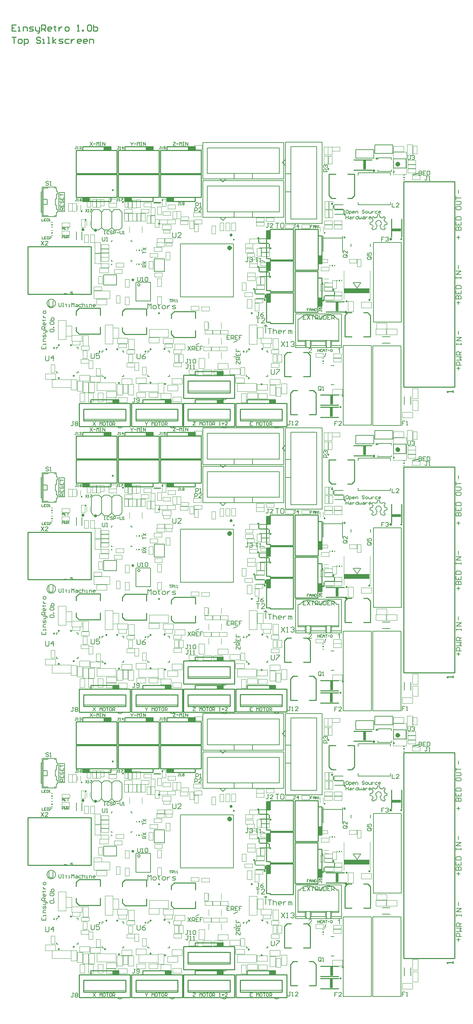
<source format=gto>
G04 Layer_Color=65535*
%FSLAX24Y24*%
%MOIN*%
G70*
G01*
G75*
%ADD10C,0.0070*%
%ADD12C,0.0100*%
%ADD14C,0.0080*%
%ADD66C,0.0060*%
%ADD121C,0.0300*%
%ADD148C,0.0098*%
%ADD149C,0.0050*%
%ADD150C,0.0236*%
%ADD151C,0.0250*%
%ADD152C,0.0200*%
%ADD153C,0.0197*%
%ADD154C,0.0079*%
%ADD155C,0.0020*%
%ADD156C,0.0040*%
%ADD157C,0.0020*%
%ADD158R,0.0879X0.0295*%
%ADD159R,0.0295X0.0879*%
%ADD160R,0.0120X0.0059*%
%ADD161R,0.0120X0.0060*%
%ADD162R,0.0120X0.0119*%
%ADD163R,0.0059X0.0120*%
%ADD164R,0.0060X0.0120*%
%ADD165R,0.0119X0.0120*%
%ADD166R,0.2450X0.0492*%
G36*
X17696Y85635D02*
X17010D01*
Y86010D01*
X17696D01*
Y85635D01*
D02*
G37*
G36*
X13563D02*
X12877D01*
Y86010D01*
X13563D01*
Y85635D01*
D02*
G37*
G36*
X9429D02*
X8743D01*
Y86010D01*
X9429D01*
Y85635D01*
D02*
G37*
G36*
X15632Y80648D02*
X14946D01*
Y81023D01*
X15632D01*
Y80648D01*
D02*
G37*
G36*
X11499D02*
X10813D01*
Y81023D01*
X11499D01*
Y80648D01*
D02*
G37*
G36*
X7365D02*
X6679D01*
Y81023D01*
X7365D01*
Y80648D01*
D02*
G37*
G36*
X31902Y65774D02*
X31841D01*
Y66162D01*
X31840Y66161D01*
X31837Y66158D01*
X31832Y66155D01*
X31825Y66149D01*
X31817Y66143D01*
X31807Y66136D01*
X31796Y66127D01*
X31783Y66120D01*
X31782D01*
X31781Y66119D01*
X31777Y66116D01*
X31770Y66112D01*
X31762Y66108D01*
X31752Y66102D01*
X31741Y66098D01*
X31730Y66093D01*
X31719Y66088D01*
Y66148D01*
X31720D01*
X31722Y66149D01*
X31725Y66150D01*
X31728Y66152D01*
X31732Y66155D01*
X31738Y66157D01*
X31750Y66164D01*
X31763Y66172D01*
X31778Y66182D01*
X31793Y66193D01*
X31808Y66205D01*
X31809Y66206D01*
X31809Y66207D01*
X31814Y66211D01*
X31821Y66218D01*
X31829Y66226D01*
X31838Y66237D01*
X31847Y66248D01*
X31855Y66260D01*
X31862Y66273D01*
X31902D01*
Y65774D01*
D02*
G37*
G36*
X29015Y66272D02*
X29021Y66271D01*
X29027Y66270D01*
X29035Y66270D01*
X29043Y66267D01*
X29061Y66263D01*
X29080Y66256D01*
X29090Y66251D01*
X29099Y66246D01*
X29108Y66239D01*
X29116Y66233D01*
X29117Y66232D01*
X29117Y66231D01*
X29120Y66229D01*
X29123Y66226D01*
X29126Y66221D01*
X29130Y66217D01*
X29137Y66205D01*
X29145Y66191D01*
X29151Y66174D01*
X29157Y66155D01*
X29157Y66145D01*
X29158Y66134D01*
Y66133D01*
Y66129D01*
X29157Y66123D01*
X29157Y66115D01*
X29155Y66106D01*
X29153Y66096D01*
X29150Y66086D01*
X29145Y66075D01*
X29145Y66074D01*
X29143Y66070D01*
X29140Y66065D01*
X29136Y66057D01*
X29130Y66048D01*
X29123Y66037D01*
X29114Y66027D01*
X29105Y66015D01*
X29103Y66013D01*
X29099Y66009D01*
X29092Y66002D01*
X29088Y65997D01*
X29083Y65992D01*
X29077Y65986D01*
X29069Y65979D01*
X29061Y65972D01*
X29053Y65964D01*
X29044Y65956D01*
X29033Y65947D01*
X29023Y65938D01*
X29011Y65927D01*
X29010Y65926D01*
X29009Y65925D01*
X29006Y65923D01*
X29002Y65920D01*
X28993Y65912D01*
X28981Y65902D01*
X28970Y65892D01*
X28958Y65881D01*
X28948Y65872D01*
X28944Y65868D01*
X28940Y65864D01*
X28940Y65864D01*
X28938Y65861D01*
X28935Y65858D01*
X28931Y65854D01*
X28923Y65844D01*
X28915Y65832D01*
X29159D01*
Y65774D01*
X28830D01*
Y65774D01*
Y65777D01*
Y65782D01*
X28831Y65787D01*
X28832Y65793D01*
X28832Y65800D01*
X28835Y65808D01*
X28837Y65815D01*
Y65816D01*
X28838Y65817D01*
X28839Y65821D01*
X28842Y65827D01*
X28847Y65836D01*
X28852Y65846D01*
X28860Y65858D01*
X28867Y65869D01*
X28877Y65881D01*
Y65882D01*
X28879Y65882D01*
X28882Y65887D01*
X28888Y65894D01*
X28897Y65903D01*
X28909Y65913D01*
X28922Y65926D01*
X28939Y65941D01*
X28957Y65957D01*
X28958Y65957D01*
X28961Y65960D01*
X28965Y65963D01*
X28970Y65968D01*
X28977Y65973D01*
X28984Y65980D01*
X29001Y65994D01*
X29019Y66012D01*
X29037Y66029D01*
X29046Y66037D01*
X29054Y66046D01*
X29061Y66054D01*
X29067Y66062D01*
Y66062D01*
X29068Y66063D01*
X29070Y66065D01*
X29071Y66068D01*
X29076Y66076D01*
X29081Y66086D01*
X29086Y66097D01*
X29091Y66109D01*
X29094Y66123D01*
X29095Y66136D01*
Y66136D01*
Y66137D01*
X29095Y66142D01*
X29094Y66149D01*
X29092Y66157D01*
X29089Y66167D01*
X29084Y66177D01*
X29078Y66187D01*
X29069Y66197D01*
X29068Y66198D01*
X29064Y66201D01*
X29058Y66205D01*
X29051Y66210D01*
X29041Y66214D01*
X29030Y66218D01*
X29016Y66221D01*
X29001Y66222D01*
X28996D01*
X28993Y66221D01*
X28986Y66220D01*
X28976Y66219D01*
X28965Y66215D01*
X28953Y66211D01*
X28941Y66204D01*
X28931Y66195D01*
X28930Y66193D01*
X28927Y66190D01*
X28922Y66184D01*
X28918Y66176D01*
X28913Y66165D01*
X28909Y66153D01*
X28906Y66139D01*
X28904Y66122D01*
X28841Y66129D01*
Y66130D01*
Y66132D01*
X28842Y66136D01*
X28843Y66140D01*
X28844Y66146D01*
X28845Y66153D01*
X28850Y66168D01*
X28856Y66186D01*
X28864Y66203D01*
X28875Y66220D01*
X28882Y66228D01*
X28889Y66236D01*
X28890Y66236D01*
X28891Y66237D01*
X28894Y66239D01*
X28897Y66242D01*
X28901Y66244D01*
X28906Y66248D01*
X28913Y66251D01*
X28919Y66254D01*
X28927Y66257D01*
X28935Y66261D01*
X28945Y66264D01*
X28955Y66267D01*
X28978Y66271D01*
X28990Y66272D01*
X29002Y66273D01*
X29009D01*
X29015Y66272D01*
D02*
G37*
G36*
X17696Y57643D02*
X17010D01*
Y58018D01*
X17696D01*
Y57643D01*
D02*
G37*
G36*
X13563D02*
X12877D01*
Y58018D01*
X13563D01*
Y57643D01*
D02*
G37*
G36*
X9429D02*
X8743D01*
Y58018D01*
X9429D01*
Y57643D01*
D02*
G37*
G36*
X15632Y52656D02*
X14946D01*
Y53031D01*
X15632D01*
Y52656D01*
D02*
G37*
G36*
X11499D02*
X10813D01*
Y53031D01*
X11499D01*
Y52656D01*
D02*
G37*
G36*
X7365D02*
X6679D01*
Y53031D01*
X7365D01*
Y52656D01*
D02*
G37*
G36*
X31902Y37782D02*
X31841D01*
Y38170D01*
X31840Y38169D01*
X31837Y38166D01*
X31832Y38163D01*
X31825Y38157D01*
X31817Y38150D01*
X31807Y38144D01*
X31796Y38135D01*
X31783Y38128D01*
X31782D01*
X31781Y38127D01*
X31777Y38124D01*
X31770Y38120D01*
X31762Y38116D01*
X31752Y38110D01*
X31741Y38106D01*
X31730Y38101D01*
X31719Y38096D01*
Y38156D01*
X31720D01*
X31722Y38156D01*
X31725Y38158D01*
X31728Y38160D01*
X31732Y38163D01*
X31738Y38165D01*
X31750Y38172D01*
X31763Y38180D01*
X31778Y38190D01*
X31793Y38201D01*
X31808Y38213D01*
X31809Y38214D01*
X31809Y38215D01*
X31814Y38219D01*
X31821Y38226D01*
X31829Y38234D01*
X31838Y38245D01*
X31847Y38256D01*
X31855Y38268D01*
X31862Y38280D01*
X31902D01*
Y37782D01*
D02*
G37*
G36*
X29015Y38280D02*
X29021Y38279D01*
X29027Y38278D01*
X29035Y38277D01*
X29043Y38275D01*
X29061Y38271D01*
X29080Y38264D01*
X29090Y38259D01*
X29099Y38254D01*
X29108Y38247D01*
X29116Y38240D01*
X29117Y38240D01*
X29117Y38239D01*
X29120Y38237D01*
X29123Y38234D01*
X29126Y38229D01*
X29130Y38225D01*
X29137Y38213D01*
X29145Y38199D01*
X29151Y38182D01*
X29157Y38163D01*
X29157Y38153D01*
X29158Y38142D01*
Y38141D01*
Y38137D01*
X29157Y38131D01*
X29157Y38123D01*
X29155Y38114D01*
X29153Y38104D01*
X29150Y38094D01*
X29145Y38083D01*
X29145Y38082D01*
X29143Y38078D01*
X29140Y38073D01*
X29136Y38065D01*
X29130Y38056D01*
X29123Y38045D01*
X29114Y38035D01*
X29105Y38023D01*
X29103Y38021D01*
X29099Y38017D01*
X29092Y38010D01*
X29088Y38005D01*
X29083Y38000D01*
X29077Y37994D01*
X29069Y37987D01*
X29061Y37980D01*
X29053Y37972D01*
X29044Y37964D01*
X29033Y37955D01*
X29023Y37946D01*
X29011Y37935D01*
X29010Y37934D01*
X29009Y37933D01*
X29006Y37930D01*
X29002Y37927D01*
X28993Y37920D01*
X28981Y37910D01*
X28970Y37899D01*
X28958Y37889D01*
X28948Y37880D01*
X28944Y37876D01*
X28940Y37872D01*
X28940Y37871D01*
X28938Y37869D01*
X28935Y37866D01*
X28931Y37862D01*
X28923Y37852D01*
X28915Y37840D01*
X29159D01*
Y37782D01*
X28830D01*
Y37782D01*
Y37785D01*
Y37790D01*
X28831Y37795D01*
X28832Y37801D01*
X28832Y37808D01*
X28835Y37816D01*
X28837Y37823D01*
Y37824D01*
X28838Y37825D01*
X28839Y37829D01*
X28842Y37835D01*
X28847Y37844D01*
X28852Y37854D01*
X28860Y37865D01*
X28867Y37877D01*
X28877Y37889D01*
Y37890D01*
X28879Y37890D01*
X28882Y37895D01*
X28888Y37902D01*
X28897Y37911D01*
X28909Y37921D01*
X28922Y37934D01*
X28939Y37949D01*
X28957Y37964D01*
X28958Y37965D01*
X28961Y37967D01*
X28965Y37970D01*
X28970Y37976D01*
X28977Y37981D01*
X28984Y37988D01*
X29001Y38002D01*
X29019Y38020D01*
X29037Y38037D01*
X29046Y38045D01*
X29054Y38054D01*
X29061Y38062D01*
X29067Y38070D01*
Y38070D01*
X29068Y38071D01*
X29070Y38073D01*
X29071Y38076D01*
X29076Y38084D01*
X29081Y38094D01*
X29086Y38105D01*
X29091Y38117D01*
X29094Y38131D01*
X29095Y38144D01*
Y38144D01*
Y38145D01*
X29095Y38150D01*
X29094Y38156D01*
X29092Y38165D01*
X29089Y38175D01*
X29084Y38184D01*
X29078Y38195D01*
X29069Y38205D01*
X29068Y38206D01*
X29064Y38209D01*
X29058Y38212D01*
X29051Y38218D01*
X29041Y38222D01*
X29030Y38226D01*
X29016Y38229D01*
X29001Y38230D01*
X28996D01*
X28993Y38229D01*
X28986Y38228D01*
X28976Y38227D01*
X28965Y38223D01*
X28953Y38218D01*
X28941Y38212D01*
X28931Y38203D01*
X28930Y38201D01*
X28927Y38198D01*
X28922Y38192D01*
X28918Y38184D01*
X28913Y38173D01*
X28909Y38161D01*
X28906Y38147D01*
X28904Y38130D01*
X28841Y38137D01*
Y38138D01*
Y38140D01*
X28842Y38144D01*
X28843Y38148D01*
X28844Y38154D01*
X28845Y38161D01*
X28850Y38176D01*
X28856Y38194D01*
X28864Y38211D01*
X28875Y38228D01*
X28882Y38236D01*
X28889Y38243D01*
X28890Y38244D01*
X28891Y38245D01*
X28894Y38247D01*
X28897Y38249D01*
X28901Y38252D01*
X28906Y38256D01*
X28913Y38259D01*
X28919Y38262D01*
X28927Y38265D01*
X28935Y38269D01*
X28945Y38272D01*
X28955Y38274D01*
X28978Y38279D01*
X28990Y38280D01*
X29002Y38280D01*
X29009D01*
X29015Y38280D01*
D02*
G37*
G36*
X17696Y29651D02*
X17010D01*
Y30026D01*
X17696D01*
Y29651D01*
D02*
G37*
G36*
X13563D02*
X12877D01*
Y30026D01*
X13563D01*
Y29651D01*
D02*
G37*
G36*
X9429D02*
X8743D01*
Y30026D01*
X9429D01*
Y29651D01*
D02*
G37*
G36*
X15632Y24664D02*
X14946D01*
Y25039D01*
X15632D01*
Y24664D01*
D02*
G37*
G36*
X11499D02*
X10813D01*
Y25039D01*
X11499D01*
Y24664D01*
D02*
G37*
G36*
X7365D02*
X6679D01*
Y25039D01*
X7365D01*
Y24664D01*
D02*
G37*
G36*
X31902Y9789D02*
X31841D01*
Y10178D01*
X31840Y10177D01*
X31837Y10174D01*
X31832Y10170D01*
X31825Y10165D01*
X31817Y10158D01*
X31807Y10151D01*
X31796Y10143D01*
X31783Y10136D01*
X31782D01*
X31781Y10135D01*
X31777Y10132D01*
X31770Y10128D01*
X31762Y10124D01*
X31752Y10118D01*
X31741Y10114D01*
X31730Y10108D01*
X31719Y10104D01*
Y10164D01*
X31720D01*
X31722Y10164D01*
X31725Y10166D01*
X31728Y10168D01*
X31732Y10170D01*
X31738Y10173D01*
X31750Y10179D01*
X31763Y10188D01*
X31778Y10198D01*
X31793Y10209D01*
X31808Y10221D01*
X31809Y10222D01*
X31809Y10223D01*
X31814Y10227D01*
X31821Y10234D01*
X31829Y10242D01*
X31838Y10253D01*
X31847Y10264D01*
X31855Y10276D01*
X31862Y10288D01*
X31902D01*
Y9789D01*
D02*
G37*
G36*
X29015Y10288D02*
X29021Y10287D01*
X29027Y10286D01*
X29035Y10285D01*
X29043Y10283D01*
X29061Y10279D01*
X29080Y10272D01*
X29090Y10267D01*
X29099Y10262D01*
X29108Y10255D01*
X29116Y10248D01*
X29117Y10248D01*
X29117Y10247D01*
X29120Y10244D01*
X29123Y10241D01*
X29126Y10237D01*
X29130Y10232D01*
X29137Y10221D01*
X29145Y10207D01*
X29151Y10190D01*
X29157Y10171D01*
X29157Y10161D01*
X29158Y10150D01*
Y10148D01*
Y10145D01*
X29157Y10139D01*
X29157Y10131D01*
X29155Y10122D01*
X29153Y10112D01*
X29150Y10102D01*
X29145Y10091D01*
X29145Y10089D01*
X29143Y10086D01*
X29140Y10080D01*
X29136Y10073D01*
X29130Y10064D01*
X29123Y10053D01*
X29114Y10043D01*
X29105Y10031D01*
X29103Y10029D01*
X29099Y10024D01*
X29092Y10018D01*
X29088Y10013D01*
X29083Y10008D01*
X29077Y10002D01*
X29069Y9995D01*
X29061Y9988D01*
X29053Y9980D01*
X29044Y9972D01*
X29033Y9962D01*
X29023Y9953D01*
X29011Y9943D01*
X29010Y9942D01*
X29009Y9941D01*
X29006Y9938D01*
X29002Y9935D01*
X28993Y9928D01*
X28981Y9918D01*
X28970Y9907D01*
X28958Y9897D01*
X28948Y9888D01*
X28944Y9884D01*
X28940Y9880D01*
X28940Y9879D01*
X28938Y9877D01*
X28935Y9874D01*
X28931Y9870D01*
X28923Y9860D01*
X28915Y9848D01*
X29159D01*
Y9789D01*
X28830D01*
Y9790D01*
Y9793D01*
Y9798D01*
X28831Y9803D01*
X28832Y9809D01*
X28832Y9816D01*
X28835Y9823D01*
X28837Y9831D01*
Y9832D01*
X28838Y9832D01*
X28839Y9837D01*
X28842Y9843D01*
X28847Y9852D01*
X28852Y9862D01*
X28860Y9873D01*
X28867Y9885D01*
X28877Y9897D01*
Y9897D01*
X28879Y9898D01*
X28882Y9903D01*
X28888Y9910D01*
X28897Y9919D01*
X28909Y9929D01*
X28922Y9942D01*
X28939Y9956D01*
X28957Y9972D01*
X28958Y9973D01*
X28961Y9975D01*
X28965Y9978D01*
X28970Y9984D01*
X28977Y9989D01*
X28984Y9996D01*
X29001Y10010D01*
X29019Y10028D01*
X29037Y10045D01*
X29046Y10053D01*
X29054Y10062D01*
X29061Y10070D01*
X29067Y10077D01*
Y10078D01*
X29068Y10079D01*
X29070Y10081D01*
X29071Y10084D01*
X29076Y10092D01*
X29081Y10102D01*
X29086Y10113D01*
X29091Y10125D01*
X29094Y10139D01*
X29095Y10151D01*
Y10152D01*
Y10153D01*
X29095Y10158D01*
X29094Y10164D01*
X29092Y10173D01*
X29089Y10182D01*
X29084Y10192D01*
X29078Y10203D01*
X29069Y10213D01*
X29068Y10213D01*
X29064Y10217D01*
X29058Y10220D01*
X29051Y10226D01*
X29041Y10230D01*
X29030Y10234D01*
X29016Y10237D01*
X29001Y10238D01*
X28996D01*
X28993Y10237D01*
X28986Y10236D01*
X28976Y10235D01*
X28965Y10231D01*
X28953Y10226D01*
X28941Y10220D01*
X28931Y10210D01*
X28930Y10209D01*
X28927Y10206D01*
X28922Y10200D01*
X28918Y10192D01*
X28913Y10181D01*
X28909Y10169D01*
X28906Y10155D01*
X28904Y10138D01*
X28841Y10145D01*
Y10145D01*
Y10148D01*
X28842Y10151D01*
X28843Y10156D01*
X28844Y10162D01*
X28845Y10169D01*
X28850Y10184D01*
X28856Y10201D01*
X28864Y10219D01*
X28875Y10236D01*
X28882Y10244D01*
X28889Y10251D01*
X28890Y10252D01*
X28891Y10253D01*
X28894Y10255D01*
X28897Y10257D01*
X28901Y10260D01*
X28906Y10263D01*
X28913Y10266D01*
X28919Y10270D01*
X28927Y10273D01*
X28935Y10277D01*
X28945Y10280D01*
X28955Y10282D01*
X28978Y10287D01*
X28990Y10288D01*
X29002Y10288D01*
X29009D01*
X29015Y10288D01*
D02*
G37*
G54D10*
X38296Y3129D02*
X38029D01*
Y2929D01*
X38163D01*
X38029D01*
Y2729D01*
X38429D02*
X38563D01*
X38496D01*
Y3129D01*
X38429Y3063D01*
X17659Y23619D02*
Y24019D01*
X17859D01*
X17926Y23953D01*
Y23819D01*
X17859Y23753D01*
X17659D01*
X18326Y23619D02*
X18059D01*
X18326Y23886D01*
Y23953D01*
X18259Y24019D01*
X18126D01*
X18059Y23953D01*
X17789Y24119D02*
Y24519D01*
X17989D01*
X18056Y24453D01*
Y24319D01*
X17989Y24253D01*
X17789D01*
X18189Y24119D02*
X18323D01*
X18256D01*
Y24519D01*
X18189Y24453D01*
X36278Y21162D02*
X36012D01*
Y20962D01*
X36145D01*
X36012D01*
Y20762D01*
X36412Y21095D02*
X36478Y21162D01*
X36612D01*
X36678Y21095D01*
Y21028D01*
X36612Y20962D01*
X36545D01*
X36612D01*
X36678Y20895D01*
Y20829D01*
X36612Y20762D01*
X36478D01*
X36412Y20829D01*
X31686Y3089D02*
X31419D01*
Y2889D01*
X31553D01*
X31419D01*
Y2689D01*
X32086D02*
X31819D01*
X32086Y2956D01*
Y3023D01*
X32019Y3089D01*
X31886D01*
X31819Y3023D01*
X12089Y17229D02*
Y16896D01*
X12156Y16829D01*
X12289D01*
X12356Y16896D01*
Y17229D01*
X12489Y16829D02*
X12623D01*
X12556D01*
Y17229D01*
X12489Y17163D01*
X12822D02*
X12889Y17229D01*
X13022D01*
X13089Y17163D01*
Y16896D01*
X13022Y16829D01*
X12889D01*
X12822Y16896D01*
Y17163D01*
X34943Y19206D02*
X34676D01*
X34609Y19139D01*
Y19006D01*
X34676Y18939D01*
X34943D01*
X35009Y19006D01*
Y19139D01*
X34876Y19073D02*
X35009Y19206D01*
Y19139D02*
X34943Y19206D01*
X34609Y19606D02*
Y19339D01*
X34809D01*
X34743Y19473D01*
Y19539D01*
X34809Y19606D01*
X34943D01*
X35009Y19539D01*
Y19406D01*
X34943Y19339D01*
X2609Y20739D02*
X2876Y20339D01*
Y20739D02*
X2609Y20339D01*
X3276D02*
X3009D01*
X3276Y20606D01*
Y20673D01*
X3209Y20739D01*
X3076D01*
X3009Y20673D01*
X3326Y26543D02*
X3259Y26609D01*
X3126D01*
X3059Y26543D01*
Y26476D01*
X3126Y26409D01*
X3259D01*
X3326Y26343D01*
Y26276D01*
X3259Y26209D01*
X3126D01*
X3059Y26276D01*
X3459Y26209D02*
X3593D01*
X3526D01*
Y26609D01*
X3459Y26543D01*
X30088Y6199D02*
Y6465D01*
X30022Y6532D01*
X29889D01*
X29822Y6465D01*
Y6199D01*
X29889Y6132D01*
X30022D01*
X29955Y6265D02*
X30088Y6132D01*
X30022D02*
X30088Y6199D01*
X30222Y6132D02*
X30355D01*
X30288D01*
Y6532D01*
X30222Y6465D01*
X32573Y19426D02*
X32306D01*
X32239Y19359D01*
Y19226D01*
X32306Y19159D01*
X32573D01*
X32639Y19226D01*
Y19359D01*
X32506Y19293D02*
X32639Y19426D01*
Y19359D02*
X32573Y19426D01*
X32639Y19826D02*
Y19559D01*
X32373Y19826D01*
X32306D01*
X32239Y19759D01*
Y19626D01*
X32306Y19559D01*
X24928Y22472D02*
X24795D01*
X24862D01*
Y22139D01*
X24795Y22072D01*
X24729D01*
X24662Y22139D01*
X25328Y22072D02*
X25062D01*
X25328Y22338D01*
Y22405D01*
X25262Y22472D01*
X25128D01*
X25062Y22405D01*
X22948Y19132D02*
X22815D01*
X22882D01*
Y18799D01*
X22815Y18732D01*
X22749D01*
X22682Y18799D01*
X23082Y19065D02*
X23148Y19132D01*
X23282D01*
X23348Y19065D01*
Y18998D01*
X23282Y18932D01*
X23215D01*
X23282D01*
X23348Y18865D01*
Y18799D01*
X23282Y18732D01*
X23148D01*
X23082Y18799D01*
X24008Y13762D02*
X23875D01*
X23942D01*
Y13429D01*
X23875Y13362D01*
X23809D01*
X23742Y13429D01*
X24408Y13762D02*
X24275Y13695D01*
X24142Y13562D01*
Y13429D01*
X24208Y13362D01*
X24342D01*
X24408Y13429D01*
Y13495D01*
X24342Y13562D01*
X24142D01*
X5818Y3042D02*
X5685D01*
X5752D01*
Y2709D01*
X5685Y2642D01*
X5619D01*
X5552Y2709D01*
X5952Y2975D02*
X6018Y3042D01*
X6152D01*
X6218Y2975D01*
Y2908D01*
X6152Y2842D01*
X6218Y2775D01*
Y2709D01*
X6152Y2642D01*
X6018D01*
X5952Y2709D01*
Y2775D01*
X6018Y2842D01*
X5952Y2908D01*
Y2975D01*
X6018Y2842D02*
X6152D01*
X11828Y5362D02*
X11695D01*
X11762D01*
Y5029D01*
X11695Y4962D01*
X11629D01*
X11562Y5029D01*
X11962D02*
X12028Y4962D01*
X12162D01*
X12228Y5029D01*
Y5295D01*
X12162Y5362D01*
X12028D01*
X11962Y5295D01*
Y5228D01*
X12028Y5162D01*
X12228D01*
X17028Y9182D02*
X16895D01*
X16962D01*
Y8849D01*
X16895Y8782D01*
X16829D01*
X16762Y8849D01*
X17162Y8782D02*
X17295D01*
X17228D01*
Y9182D01*
X17162Y9115D01*
X17495D02*
X17562Y9182D01*
X17695D01*
X17762Y9115D01*
Y8849D01*
X17695Y8782D01*
X17562D01*
X17495Y8849D01*
Y9115D01*
X17068Y8652D02*
X16935D01*
X17002D01*
Y8319D01*
X16935Y8252D01*
X16869D01*
X16802Y8319D01*
X17202Y8252D02*
X17335D01*
X17268D01*
Y8652D01*
X17202Y8585D01*
X17535Y8252D02*
X17668D01*
X17602D01*
Y8652D01*
X17535Y8585D01*
X27068Y3122D02*
X26935D01*
X27002D01*
Y2789D01*
X26935Y2722D01*
X26869D01*
X26802Y2789D01*
X27202Y2722D02*
X27335D01*
X27268D01*
Y3122D01*
X27202Y3055D01*
X27802Y2722D02*
X27535D01*
X27802Y2988D01*
Y3055D01*
X27735Y3122D01*
X27602D01*
X27535Y3055D01*
X8592Y21142D02*
Y20809D01*
X8659Y20742D01*
X8792D01*
X8858Y20809D01*
Y21142D01*
X8992Y20742D02*
X9125D01*
X9058D01*
Y21142D01*
X8992Y21075D01*
X40496Y27129D02*
X40363D01*
X40429D01*
Y26796D01*
X40363Y26729D01*
X40296D01*
X40229Y26796D01*
X40629Y26729D02*
X40763D01*
X40696D01*
Y27129D01*
X40629Y27063D01*
X37049Y24469D02*
Y24069D01*
X37316D01*
X37716D02*
X37449D01*
X37716Y24336D01*
Y24403D01*
X37649Y24469D01*
X37516D01*
X37449Y24403D01*
X38563Y29140D02*
Y28807D01*
X38630Y28740D01*
X38763D01*
X38830Y28807D01*
Y29140D01*
X38963Y29073D02*
X39030Y29140D01*
X39163D01*
X39229Y29073D01*
Y29007D01*
X39163Y28940D01*
X39096D01*
X39163D01*
X39229Y28873D01*
Y28807D01*
X39163Y28740D01*
X39030D01*
X38963Y28807D01*
X30719Y27539D02*
X30319D01*
Y27739D01*
X30386Y27806D01*
X30519D01*
X30586Y27739D01*
Y27539D01*
X30386Y27939D02*
X30319Y28006D01*
Y28139D01*
X30386Y28206D01*
X30453D01*
X30519Y28139D01*
Y28073D01*
Y28139D01*
X30586Y28206D01*
X30653D01*
X30719Y28139D01*
Y28006D01*
X30653Y27939D01*
X28566Y13479D02*
X28299D01*
Y13079D01*
X28566D01*
X28299Y13279D02*
X28433D01*
X28699Y13479D02*
X28966Y13079D01*
Y13479D02*
X28699Y13079D01*
X29099Y13479D02*
X29366D01*
X29232D01*
Y13079D01*
X29499D02*
Y13479D01*
X29699D01*
X29766Y13413D01*
Y13279D01*
X29699Y13213D01*
X29499D01*
X29632D02*
X29766Y13079D01*
X29899Y13479D02*
Y13146D01*
X29966Y13079D01*
X30099D01*
X30165Y13146D01*
Y13479D01*
X30299D02*
Y13079D01*
X30499D01*
X30565Y13146D01*
Y13413D01*
X30499Y13479D01*
X30299D01*
X30965D02*
X30699D01*
Y13079D01*
X30965D01*
X30699Y13279D02*
X30832D01*
X31098Y13079D02*
Y13479D01*
X31298D01*
X31365Y13413D01*
Y13279D01*
X31298Y13213D01*
X31098D01*
X31232D02*
X31365Y13079D01*
X4339Y14669D02*
Y14369D01*
X4399Y14309D01*
X4519D01*
X4579Y14369D01*
Y14669D01*
X4699Y14309D02*
X4819D01*
X4759D01*
Y14669D01*
X4699D01*
X5059Y14609D02*
Y14549D01*
X4999D01*
X5119D01*
X5059D01*
Y14369D01*
X5119Y14309D01*
X5299D02*
X5419D01*
X5359D01*
Y14549D01*
X5299D01*
X5599Y14309D02*
Y14669D01*
X5719Y14549D01*
X5839Y14669D01*
Y14309D01*
X6019Y14549D02*
X6139D01*
X6199Y14489D01*
Y14309D01*
X6019D01*
X5959Y14369D01*
X6019Y14429D01*
X6199D01*
X6559Y14549D02*
X6379D01*
X6319Y14489D01*
Y14369D01*
X6379Y14309D01*
X6559D01*
X6679Y14669D02*
Y14309D01*
Y14489D01*
X6739Y14549D01*
X6859D01*
X6919Y14489D01*
Y14309D01*
X7038D02*
X7158D01*
X7098D01*
Y14549D01*
X7038D01*
X7338Y14309D02*
Y14549D01*
X7518D01*
X7578Y14489D01*
Y14309D01*
X7878D02*
X7758D01*
X7698Y14369D01*
Y14489D01*
X7758Y14549D01*
X7878D01*
X7938Y14489D01*
Y14429D01*
X7698D01*
X23632Y19129D02*
X23898D01*
X23765D01*
Y18729D01*
X24032D02*
X24165D01*
X24098D01*
Y19129D01*
X24032Y19063D01*
X16992Y10452D02*
X17258Y10052D01*
Y10452D02*
X16992Y10052D01*
X17392D02*
Y10452D01*
X17592D01*
X17658Y10385D01*
Y10252D01*
X17592Y10185D01*
X17392D01*
X17525D02*
X17658Y10052D01*
X18058Y10452D02*
X17792D01*
Y10052D01*
X18058D01*
X17792Y10252D02*
X17925D01*
X18458Y10452D02*
X18191D01*
Y10252D01*
X18325D01*
X18191D01*
Y10052D01*
X21742Y8732D02*
Y8998D01*
X21809D01*
X22075Y8732D01*
X22142D01*
Y8998D01*
Y9132D02*
X21742D01*
Y9332D01*
X21809Y9398D01*
X21942D01*
X22009Y9332D01*
Y9132D01*
Y9265D02*
X22142Y9398D01*
X21742Y9798D02*
Y9532D01*
X22142D01*
Y9798D01*
X21942Y9532D02*
Y9665D01*
X21742Y10198D02*
Y9931D01*
X21942D01*
Y10065D01*
Y9931D01*
X22142D01*
X21116Y11519D02*
X20849D01*
Y11119D01*
X21116D01*
X20849Y11319D02*
X20983D01*
X21249Y11119D02*
Y11519D01*
X21449D01*
X21516Y11453D01*
Y11319D01*
X21449Y11253D01*
X21249D01*
X21383D02*
X21516Y11119D01*
X21916Y11519D02*
X21649D01*
Y11119D01*
X21916D01*
X21649Y11319D02*
X21782D01*
X22316Y11519D02*
X22049D01*
Y11319D01*
X22182D01*
X22049D01*
Y11119D01*
X39689Y27619D02*
Y27219D01*
X39889D01*
X39956Y27286D01*
Y27353D01*
X39889Y27419D01*
X39689D01*
X39889D01*
X39956Y27486D01*
Y27553D01*
X39889Y27619D01*
X39689D01*
X40356D02*
X40089D01*
Y27219D01*
X40356D01*
X40089Y27419D02*
X40223D01*
X40489Y27619D02*
Y27219D01*
X40689D01*
X40756Y27286D01*
Y27553D01*
X40689Y27619D01*
X40489D01*
X38296Y31121D02*
X38029D01*
Y30921D01*
X38163D01*
X38029D01*
Y30721D01*
X38429D02*
X38563D01*
X38496D01*
Y31121D01*
X38429Y31055D01*
X17659Y51611D02*
Y52011D01*
X17859D01*
X17926Y51945D01*
Y51811D01*
X17859Y51745D01*
X17659D01*
X18326Y51611D02*
X18059D01*
X18326Y51878D01*
Y51945D01*
X18259Y52011D01*
X18126D01*
X18059Y51945D01*
X17789Y52112D02*
Y52511D01*
X17989D01*
X18056Y52445D01*
Y52311D01*
X17989Y52245D01*
X17789D01*
X18189Y52112D02*
X18323D01*
X18256D01*
Y52511D01*
X18189Y52445D01*
X36278Y49154D02*
X36012D01*
Y48954D01*
X36145D01*
X36012D01*
Y48754D01*
X36412Y49087D02*
X36478Y49154D01*
X36612D01*
X36678Y49087D01*
Y49021D01*
X36612Y48954D01*
X36545D01*
X36612D01*
X36678Y48887D01*
Y48821D01*
X36612Y48754D01*
X36478D01*
X36412Y48821D01*
X31686Y31081D02*
X31419D01*
Y30881D01*
X31553D01*
X31419D01*
Y30682D01*
X32086D02*
X31819D01*
X32086Y30948D01*
Y31015D01*
X32019Y31081D01*
X31886D01*
X31819Y31015D01*
X12089Y45221D02*
Y44888D01*
X12156Y44822D01*
X12289D01*
X12356Y44888D01*
Y45221D01*
X12489Y44822D02*
X12623D01*
X12556D01*
Y45221D01*
X12489Y45155D01*
X12822D02*
X12889Y45221D01*
X13022D01*
X13089Y45155D01*
Y44888D01*
X13022Y44822D01*
X12889D01*
X12822Y44888D01*
Y45155D01*
X34943Y47198D02*
X34676D01*
X34609Y47131D01*
Y46998D01*
X34676Y46932D01*
X34943D01*
X35009Y46998D01*
Y47131D01*
X34876Y47065D02*
X35009Y47198D01*
Y47131D02*
X34943Y47198D01*
X34609Y47598D02*
Y47331D01*
X34809D01*
X34743Y47465D01*
Y47531D01*
X34809Y47598D01*
X34943D01*
X35009Y47531D01*
Y47398D01*
X34943Y47331D01*
X2609Y48731D02*
X2876Y48331D01*
Y48731D02*
X2609Y48331D01*
X3276D02*
X3009D01*
X3276Y48598D01*
Y48665D01*
X3209Y48731D01*
X3076D01*
X3009Y48665D01*
X3326Y54535D02*
X3259Y54601D01*
X3126D01*
X3059Y54535D01*
Y54468D01*
X3126Y54401D01*
X3259D01*
X3326Y54335D01*
Y54268D01*
X3259Y54201D01*
X3126D01*
X3059Y54268D01*
X3459Y54201D02*
X3593D01*
X3526D01*
Y54601D01*
X3459Y54535D01*
X30088Y34191D02*
Y34457D01*
X30022Y34524D01*
X29889D01*
X29822Y34457D01*
Y34191D01*
X29889Y34124D01*
X30022D01*
X29955Y34257D02*
X30088Y34124D01*
X30022D02*
X30088Y34191D01*
X30222Y34124D02*
X30355D01*
X30288D01*
Y34524D01*
X30222Y34457D01*
X32573Y47418D02*
X32306D01*
X32239Y47351D01*
Y47218D01*
X32306Y47151D01*
X32573D01*
X32639Y47218D01*
Y47351D01*
X32506Y47285D02*
X32639Y47418D01*
Y47351D02*
X32573Y47418D01*
X32639Y47818D02*
Y47551D01*
X32373Y47818D01*
X32306D01*
X32239Y47751D01*
Y47618D01*
X32306Y47551D01*
X24928Y50464D02*
X24795D01*
X24862D01*
Y50131D01*
X24795Y50064D01*
X24729D01*
X24662Y50131D01*
X25328Y50064D02*
X25062D01*
X25328Y50331D01*
Y50397D01*
X25262Y50464D01*
X25128D01*
X25062Y50397D01*
X22948Y47124D02*
X22815D01*
X22882D01*
Y46791D01*
X22815Y46724D01*
X22749D01*
X22682Y46791D01*
X23082Y47057D02*
X23148Y47124D01*
X23282D01*
X23348Y47057D01*
Y46991D01*
X23282Y46924D01*
X23215D01*
X23282D01*
X23348Y46857D01*
Y46791D01*
X23282Y46724D01*
X23148D01*
X23082Y46791D01*
X24008Y41754D02*
X23875D01*
X23942D01*
Y41421D01*
X23875Y41354D01*
X23809D01*
X23742Y41421D01*
X24408Y41754D02*
X24275Y41687D01*
X24142Y41554D01*
Y41421D01*
X24208Y41354D01*
X24342D01*
X24408Y41421D01*
Y41487D01*
X24342Y41554D01*
X24142D01*
X5818Y31034D02*
X5685D01*
X5752D01*
Y30701D01*
X5685Y30634D01*
X5619D01*
X5552Y30701D01*
X5952Y30967D02*
X6018Y31034D01*
X6152D01*
X6218Y30967D01*
Y30901D01*
X6152Y30834D01*
X6218Y30767D01*
Y30701D01*
X6152Y30634D01*
X6018D01*
X5952Y30701D01*
Y30767D01*
X6018Y30834D01*
X5952Y30901D01*
Y30967D01*
X6018Y30834D02*
X6152D01*
X11828Y33354D02*
X11695D01*
X11762D01*
Y33021D01*
X11695Y32954D01*
X11629D01*
X11562Y33021D01*
X11962D02*
X12028Y32954D01*
X12162D01*
X12228Y33021D01*
Y33287D01*
X12162Y33354D01*
X12028D01*
X11962Y33287D01*
Y33221D01*
X12028Y33154D01*
X12228D01*
X17028Y37174D02*
X16895D01*
X16962D01*
Y36841D01*
X16895Y36774D01*
X16829D01*
X16762Y36841D01*
X17162Y36774D02*
X17295D01*
X17228D01*
Y37174D01*
X17162Y37107D01*
X17495D02*
X17562Y37174D01*
X17695D01*
X17762Y37107D01*
Y36841D01*
X17695Y36774D01*
X17562D01*
X17495Y36841D01*
Y37107D01*
X17068Y36644D02*
X16935D01*
X17002D01*
Y36311D01*
X16935Y36244D01*
X16869D01*
X16802Y36311D01*
X17202Y36244D02*
X17335D01*
X17268D01*
Y36644D01*
X17202Y36577D01*
X17535Y36244D02*
X17668D01*
X17602D01*
Y36644D01*
X17535Y36577D01*
X27068Y31114D02*
X26935D01*
X27002D01*
Y30781D01*
X26935Y30714D01*
X26869D01*
X26802Y30781D01*
X27202Y30714D02*
X27335D01*
X27268D01*
Y31114D01*
X27202Y31047D01*
X27802Y30714D02*
X27535D01*
X27802Y30981D01*
Y31047D01*
X27735Y31114D01*
X27602D01*
X27535Y31047D01*
X8592Y49134D02*
Y48801D01*
X8659Y48734D01*
X8792D01*
X8858Y48801D01*
Y49134D01*
X8992Y48734D02*
X9125D01*
X9058D01*
Y49134D01*
X8992Y49067D01*
X40496Y55121D02*
X40363D01*
X40429D01*
Y54788D01*
X40363Y54721D01*
X40296D01*
X40229Y54788D01*
X40629Y54721D02*
X40763D01*
X40696D01*
Y55121D01*
X40629Y55055D01*
X37049Y52461D02*
Y52062D01*
X37316D01*
X37716D02*
X37449D01*
X37716Y52328D01*
Y52395D01*
X37649Y52461D01*
X37516D01*
X37449Y52395D01*
X38563Y57132D02*
Y56799D01*
X38630Y56732D01*
X38763D01*
X38830Y56799D01*
Y57132D01*
X38963Y57066D02*
X39030Y57132D01*
X39163D01*
X39229Y57066D01*
Y56999D01*
X39163Y56932D01*
X39096D01*
X39163D01*
X39229Y56866D01*
Y56799D01*
X39163Y56732D01*
X39030D01*
X38963Y56799D01*
X30719Y55532D02*
X30319D01*
Y55731D01*
X30386Y55798D01*
X30519D01*
X30586Y55731D01*
Y55532D01*
X30386Y55931D02*
X30319Y55998D01*
Y56131D01*
X30386Y56198D01*
X30453D01*
X30519Y56131D01*
Y56065D01*
Y56131D01*
X30586Y56198D01*
X30653D01*
X30719Y56131D01*
Y55998D01*
X30653Y55931D01*
X28566Y41471D02*
X28299D01*
Y41072D01*
X28566D01*
X28299Y41271D02*
X28433D01*
X28699Y41471D02*
X28966Y41072D01*
Y41471D02*
X28699Y41072D01*
X29099Y41471D02*
X29366D01*
X29232D01*
Y41072D01*
X29499D02*
Y41471D01*
X29699D01*
X29766Y41405D01*
Y41271D01*
X29699Y41205D01*
X29499D01*
X29632D02*
X29766Y41072D01*
X29899Y41471D02*
Y41138D01*
X29966Y41072D01*
X30099D01*
X30165Y41138D01*
Y41471D01*
X30299D02*
Y41072D01*
X30499D01*
X30565Y41138D01*
Y41405D01*
X30499Y41471D01*
X30299D01*
X30965D02*
X30699D01*
Y41072D01*
X30965D01*
X30699Y41271D02*
X30832D01*
X31098Y41072D02*
Y41471D01*
X31298D01*
X31365Y41405D01*
Y41271D01*
X31298Y41205D01*
X31098D01*
X31232D02*
X31365Y41072D01*
X4339Y42661D02*
Y42361D01*
X4399Y42302D01*
X4519D01*
X4579Y42361D01*
Y42661D01*
X4699Y42302D02*
X4819D01*
X4759D01*
Y42661D01*
X4699D01*
X5059Y42601D02*
Y42541D01*
X4999D01*
X5119D01*
X5059D01*
Y42361D01*
X5119Y42302D01*
X5299D02*
X5419D01*
X5359D01*
Y42541D01*
X5299D01*
X5599Y42302D02*
Y42661D01*
X5719Y42541D01*
X5839Y42661D01*
Y42302D01*
X6019Y42541D02*
X6139D01*
X6199Y42481D01*
Y42302D01*
X6019D01*
X5959Y42361D01*
X6019Y42421D01*
X6199D01*
X6559Y42541D02*
X6379D01*
X6319Y42481D01*
Y42361D01*
X6379Y42302D01*
X6559D01*
X6679Y42661D02*
Y42302D01*
Y42481D01*
X6739Y42541D01*
X6859D01*
X6919Y42481D01*
Y42302D01*
X7038D02*
X7158D01*
X7098D01*
Y42541D01*
X7038D01*
X7338Y42302D02*
Y42541D01*
X7518D01*
X7578Y42481D01*
Y42302D01*
X7878D02*
X7758D01*
X7698Y42361D01*
Y42481D01*
X7758Y42541D01*
X7878D01*
X7938Y42481D01*
Y42421D01*
X7698D01*
X23632Y47121D02*
X23898D01*
X23765D01*
Y46722D01*
X24032D02*
X24165D01*
X24098D01*
Y47121D01*
X24032Y47055D01*
X16992Y38444D02*
X17258Y38044D01*
Y38444D02*
X16992Y38044D01*
X17392D02*
Y38444D01*
X17592D01*
X17658Y38377D01*
Y38244D01*
X17592Y38177D01*
X17392D01*
X17525D02*
X17658Y38044D01*
X18058Y38444D02*
X17792D01*
Y38044D01*
X18058D01*
X17792Y38244D02*
X17925D01*
X18458Y38444D02*
X18191D01*
Y38244D01*
X18325D01*
X18191D01*
Y38044D01*
X21742Y36724D02*
Y36991D01*
X21809D01*
X22075Y36724D01*
X22142D01*
Y36991D01*
Y37124D02*
X21742D01*
Y37324D01*
X21809Y37390D01*
X21942D01*
X22009Y37324D01*
Y37124D01*
Y37257D02*
X22142Y37390D01*
X21742Y37790D02*
Y37524D01*
X22142D01*
Y37790D01*
X21942Y37524D02*
Y37657D01*
X21742Y38190D02*
Y37924D01*
X21942D01*
Y38057D01*
Y37924D01*
X22142D01*
X21116Y39511D02*
X20849D01*
Y39111D01*
X21116D01*
X20849Y39311D02*
X20983D01*
X21249Y39111D02*
Y39511D01*
X21449D01*
X21516Y39445D01*
Y39311D01*
X21449Y39245D01*
X21249D01*
X21383D02*
X21516Y39111D01*
X21916Y39511D02*
X21649D01*
Y39111D01*
X21916D01*
X21649Y39311D02*
X21782D01*
X22316Y39511D02*
X22049D01*
Y39311D01*
X22182D01*
X22049D01*
Y39111D01*
X39689Y55611D02*
Y55212D01*
X39889D01*
X39956Y55278D01*
Y55345D01*
X39889Y55411D01*
X39689D01*
X39889D01*
X39956Y55478D01*
Y55545D01*
X39889Y55611D01*
X39689D01*
X40356D02*
X40089D01*
Y55212D01*
X40356D01*
X40089Y55411D02*
X40223D01*
X40489Y55611D02*
Y55212D01*
X40689D01*
X40756Y55278D01*
Y55545D01*
X40689Y55611D01*
X40489D01*
X38296Y59113D02*
X38029D01*
Y58914D01*
X38163D01*
X38029D01*
Y58714D01*
X38429D02*
X38563D01*
X38496D01*
Y59113D01*
X38429Y59047D01*
X17659Y79604D02*
Y80003D01*
X17859D01*
X17926Y79937D01*
Y79804D01*
X17859Y79737D01*
X17659D01*
X18326Y79604D02*
X18059D01*
X18326Y79870D01*
Y79937D01*
X18259Y80003D01*
X18126D01*
X18059Y79937D01*
X17789Y80104D02*
Y80503D01*
X17989D01*
X18056Y80437D01*
Y80304D01*
X17989Y80237D01*
X17789D01*
X18189Y80104D02*
X18323D01*
X18256D01*
Y80503D01*
X18189Y80437D01*
X36278Y77146D02*
X36012D01*
Y76946D01*
X36145D01*
X36012D01*
Y76746D01*
X36412Y77079D02*
X36478Y77146D01*
X36612D01*
X36678Y77079D01*
Y77013D01*
X36612Y76946D01*
X36545D01*
X36612D01*
X36678Y76879D01*
Y76813D01*
X36612Y76746D01*
X36478D01*
X36412Y76813D01*
X31686Y59073D02*
X31419D01*
Y58874D01*
X31553D01*
X31419D01*
Y58674D01*
X32086D02*
X31819D01*
X32086Y58940D01*
Y59007D01*
X32019Y59073D01*
X31886D01*
X31819Y59007D01*
X12089Y73213D02*
Y72880D01*
X12156Y72814D01*
X12289D01*
X12356Y72880D01*
Y73213D01*
X12489Y72814D02*
X12623D01*
X12556D01*
Y73213D01*
X12489Y73147D01*
X12822D02*
X12889Y73213D01*
X13022D01*
X13089Y73147D01*
Y72880D01*
X13022Y72814D01*
X12889D01*
X12822Y72880D01*
Y73147D01*
X34943Y75190D02*
X34676D01*
X34609Y75124D01*
Y74990D01*
X34676Y74924D01*
X34943D01*
X35009Y74990D01*
Y75124D01*
X34876Y75057D02*
X35009Y75190D01*
Y75124D02*
X34943Y75190D01*
X34609Y75590D02*
Y75323D01*
X34809D01*
X34743Y75457D01*
Y75523D01*
X34809Y75590D01*
X34943D01*
X35009Y75523D01*
Y75390D01*
X34943Y75323D01*
X2609Y76723D02*
X2876Y76324D01*
Y76723D02*
X2609Y76324D01*
X3276D02*
X3009D01*
X3276Y76590D01*
Y76657D01*
X3209Y76723D01*
X3076D01*
X3009Y76657D01*
X3326Y82527D02*
X3259Y82593D01*
X3126D01*
X3059Y82527D01*
Y82460D01*
X3126Y82394D01*
X3259D01*
X3326Y82327D01*
Y82260D01*
X3259Y82194D01*
X3126D01*
X3059Y82260D01*
X3459Y82194D02*
X3593D01*
X3526D01*
Y82593D01*
X3459Y82527D01*
X30088Y62183D02*
Y62449D01*
X30022Y62516D01*
X29889D01*
X29822Y62449D01*
Y62183D01*
X29889Y62116D01*
X30022D01*
X29955Y62249D02*
X30088Y62116D01*
X30022D02*
X30088Y62183D01*
X30222Y62116D02*
X30355D01*
X30288D01*
Y62516D01*
X30222Y62449D01*
X32573Y75410D02*
X32306D01*
X32239Y75344D01*
Y75210D01*
X32306Y75144D01*
X32573D01*
X32639Y75210D01*
Y75344D01*
X32506Y75277D02*
X32639Y75410D01*
Y75344D02*
X32573Y75410D01*
X32639Y75810D02*
Y75543D01*
X32373Y75810D01*
X32306D01*
X32239Y75743D01*
Y75610D01*
X32306Y75543D01*
X24928Y78456D02*
X24795D01*
X24862D01*
Y78123D01*
X24795Y78056D01*
X24729D01*
X24662Y78123D01*
X25328Y78056D02*
X25062D01*
X25328Y78323D01*
Y78389D01*
X25262Y78456D01*
X25128D01*
X25062Y78389D01*
X22948Y75116D02*
X22815D01*
X22882D01*
Y74783D01*
X22815Y74716D01*
X22749D01*
X22682Y74783D01*
X23082Y75049D02*
X23148Y75116D01*
X23282D01*
X23348Y75049D01*
Y74983D01*
X23282Y74916D01*
X23215D01*
X23282D01*
X23348Y74849D01*
Y74783D01*
X23282Y74716D01*
X23148D01*
X23082Y74783D01*
X24008Y69746D02*
X23875D01*
X23942D01*
Y69413D01*
X23875Y69346D01*
X23809D01*
X23742Y69413D01*
X24408Y69746D02*
X24275Y69679D01*
X24142Y69546D01*
Y69413D01*
X24208Y69346D01*
X24342D01*
X24408Y69413D01*
Y69479D01*
X24342Y69546D01*
X24142D01*
X5818Y59026D02*
X5685D01*
X5752D01*
Y58693D01*
X5685Y58626D01*
X5619D01*
X5552Y58693D01*
X5952Y58959D02*
X6018Y59026D01*
X6152D01*
X6218Y58959D01*
Y58893D01*
X6152Y58826D01*
X6218Y58759D01*
Y58693D01*
X6152Y58626D01*
X6018D01*
X5952Y58693D01*
Y58759D01*
X6018Y58826D01*
X5952Y58893D01*
Y58959D01*
X6018Y58826D02*
X6152D01*
X11828Y61346D02*
X11695D01*
X11762D01*
Y61013D01*
X11695Y60946D01*
X11629D01*
X11562Y61013D01*
X11962D02*
X12028Y60946D01*
X12162D01*
X12228Y61013D01*
Y61279D01*
X12162Y61346D01*
X12028D01*
X11962Y61279D01*
Y61213D01*
X12028Y61146D01*
X12228D01*
X17028Y65166D02*
X16895D01*
X16962D01*
Y64833D01*
X16895Y64766D01*
X16829D01*
X16762Y64833D01*
X17162Y64766D02*
X17295D01*
X17228D01*
Y65166D01*
X17162Y65099D01*
X17495D02*
X17562Y65166D01*
X17695D01*
X17762Y65099D01*
Y64833D01*
X17695Y64766D01*
X17562D01*
X17495Y64833D01*
Y65099D01*
X17068Y64636D02*
X16935D01*
X17002D01*
Y64303D01*
X16935Y64236D01*
X16869D01*
X16802Y64303D01*
X17202Y64236D02*
X17335D01*
X17268D01*
Y64636D01*
X17202Y64569D01*
X17535Y64236D02*
X17668D01*
X17602D01*
Y64636D01*
X17535Y64569D01*
X27068Y59106D02*
X26935D01*
X27002D01*
Y58773D01*
X26935Y58706D01*
X26869D01*
X26802Y58773D01*
X27202Y58706D02*
X27335D01*
X27268D01*
Y59106D01*
X27202Y59039D01*
X27802Y58706D02*
X27535D01*
X27802Y58973D01*
Y59039D01*
X27735Y59106D01*
X27602D01*
X27535Y59039D01*
X8592Y77126D02*
Y76793D01*
X8659Y76726D01*
X8792D01*
X8858Y76793D01*
Y77126D01*
X8992Y76726D02*
X9125D01*
X9058D01*
Y77126D01*
X8992Y77059D01*
X40496Y83113D02*
X40363D01*
X40429D01*
Y82780D01*
X40363Y82714D01*
X40296D01*
X40229Y82780D01*
X40629Y82714D02*
X40763D01*
X40696D01*
Y83113D01*
X40629Y83047D01*
X37049Y80453D02*
Y80054D01*
X37316D01*
X37716D02*
X37449D01*
X37716Y80320D01*
Y80387D01*
X37649Y80453D01*
X37516D01*
X37449Y80387D01*
X38563Y85124D02*
Y84791D01*
X38630Y84724D01*
X38763D01*
X38830Y84791D01*
Y85124D01*
X38963Y85058D02*
X39030Y85124D01*
X39163D01*
X39229Y85058D01*
Y84991D01*
X39163Y84924D01*
X39096D01*
X39163D01*
X39229Y84858D01*
Y84791D01*
X39163Y84724D01*
X39030D01*
X38963Y84791D01*
X30719Y83524D02*
X30319D01*
Y83724D01*
X30386Y83790D01*
X30519D01*
X30586Y83724D01*
Y83524D01*
X30386Y83923D02*
X30319Y83990D01*
Y84123D01*
X30386Y84190D01*
X30453D01*
X30519Y84123D01*
Y84057D01*
Y84123D01*
X30586Y84190D01*
X30653D01*
X30719Y84123D01*
Y83990D01*
X30653Y83923D01*
X28566Y69463D02*
X28299D01*
Y69064D01*
X28566D01*
X28299Y69264D02*
X28433D01*
X28699Y69463D02*
X28966Y69064D01*
Y69463D02*
X28699Y69064D01*
X29099Y69463D02*
X29366D01*
X29232D01*
Y69064D01*
X29499D02*
Y69463D01*
X29699D01*
X29766Y69397D01*
Y69264D01*
X29699Y69197D01*
X29499D01*
X29632D02*
X29766Y69064D01*
X29899Y69463D02*
Y69130D01*
X29966Y69064D01*
X30099D01*
X30165Y69130D01*
Y69463D01*
X30299D02*
Y69064D01*
X30499D01*
X30565Y69130D01*
Y69397D01*
X30499Y69463D01*
X30299D01*
X30965D02*
X30699D01*
Y69064D01*
X30965D01*
X30699Y69264D02*
X30832D01*
X31098Y69064D02*
Y69463D01*
X31298D01*
X31365Y69397D01*
Y69264D01*
X31298Y69197D01*
X31098D01*
X31232D02*
X31365Y69064D01*
X4339Y70654D02*
Y70354D01*
X4399Y70294D01*
X4519D01*
X4579Y70354D01*
Y70654D01*
X4699Y70294D02*
X4819D01*
X4759D01*
Y70654D01*
X4699D01*
X5059Y70594D02*
Y70534D01*
X4999D01*
X5119D01*
X5059D01*
Y70354D01*
X5119Y70294D01*
X5299D02*
X5419D01*
X5359D01*
Y70534D01*
X5299D01*
X5599Y70294D02*
Y70654D01*
X5719Y70534D01*
X5839Y70654D01*
Y70294D01*
X6019Y70534D02*
X6139D01*
X6199Y70474D01*
Y70294D01*
X6019D01*
X5959Y70354D01*
X6019Y70414D01*
X6199D01*
X6559Y70534D02*
X6379D01*
X6319Y70474D01*
Y70354D01*
X6379Y70294D01*
X6559D01*
X6679Y70654D02*
Y70294D01*
Y70474D01*
X6739Y70534D01*
X6859D01*
X6919Y70474D01*
Y70294D01*
X7038D02*
X7158D01*
X7098D01*
Y70534D01*
X7038D01*
X7338Y70294D02*
Y70534D01*
X7518D01*
X7578Y70474D01*
Y70294D01*
X7878D02*
X7758D01*
X7698Y70354D01*
Y70474D01*
X7758Y70534D01*
X7878D01*
X7938Y70474D01*
Y70414D01*
X7698D01*
X23632Y75113D02*
X23898D01*
X23765D01*
Y74714D01*
X24032D02*
X24165D01*
X24098D01*
Y75113D01*
X24032Y75047D01*
X16992Y66436D02*
X17258Y66036D01*
Y66436D02*
X16992Y66036D01*
X17392D02*
Y66436D01*
X17592D01*
X17658Y66369D01*
Y66236D01*
X17592Y66169D01*
X17392D01*
X17525D02*
X17658Y66036D01*
X18058Y66436D02*
X17792D01*
Y66036D01*
X18058D01*
X17792Y66236D02*
X17925D01*
X18458Y66436D02*
X18191D01*
Y66236D01*
X18325D01*
X18191D01*
Y66036D01*
X21742Y64716D02*
Y64983D01*
X21809D01*
X22075Y64716D01*
X22142D01*
Y64983D01*
Y65116D02*
X21742D01*
Y65316D01*
X21809Y65383D01*
X21942D01*
X22009Y65316D01*
Y65116D01*
Y65249D02*
X22142Y65383D01*
X21742Y65782D02*
Y65516D01*
X22142D01*
Y65782D01*
X21942Y65516D02*
Y65649D01*
X21742Y66182D02*
Y65916D01*
X21942D01*
Y66049D01*
Y65916D01*
X22142D01*
X21116Y67503D02*
X20849D01*
Y67104D01*
X21116D01*
X20849Y67304D02*
X20983D01*
X21249Y67104D02*
Y67503D01*
X21449D01*
X21516Y67437D01*
Y67304D01*
X21449Y67237D01*
X21249D01*
X21383D02*
X21516Y67104D01*
X21916Y67503D02*
X21649D01*
Y67104D01*
X21916D01*
X21649Y67304D02*
X21782D01*
X22316Y67503D02*
X22049D01*
Y67304D01*
X22182D01*
X22049D01*
Y67104D01*
X39689Y83603D02*
Y83204D01*
X39889D01*
X39956Y83270D01*
Y83337D01*
X39889Y83404D01*
X39689D01*
X39889D01*
X39956Y83470D01*
Y83537D01*
X39889Y83603D01*
X39689D01*
X40356D02*
X40089D01*
Y83204D01*
X40356D01*
X40089Y83404D02*
X40223D01*
X40489Y83603D02*
Y83204D01*
X40689D01*
X40756Y83270D01*
Y83537D01*
X40689Y83603D01*
X40489D01*
G54D12*
X128Y97928D02*
X-272D01*
Y97328D01*
X128D01*
X-272Y97628D02*
X-72D01*
X328Y97328D02*
X528D01*
X428D01*
Y97728D01*
X328D01*
X828Y97328D02*
Y97728D01*
X1128D01*
X1228Y97628D01*
Y97328D01*
X1428D02*
X1728D01*
X1828Y97428D01*
X1728Y97528D01*
X1528D01*
X1428Y97628D01*
X1528Y97728D01*
X1828D01*
X2028D02*
Y97428D01*
X2128Y97328D01*
X2427D01*
Y97228D01*
X2327Y97128D01*
X2228D01*
X2427Y97328D02*
Y97728D01*
X2627Y97328D02*
Y97928D01*
X2927D01*
X3027Y97828D01*
Y97628D01*
X2927Y97528D01*
X2627D01*
X2827D02*
X3027Y97328D01*
X3527D02*
X3327D01*
X3227Y97428D01*
Y97628D01*
X3327Y97728D01*
X3527D01*
X3627Y97628D01*
Y97528D01*
X3227D01*
X3927Y97828D02*
Y97728D01*
X3827D01*
X4027D01*
X3927D01*
Y97428D01*
X4027Y97328D01*
X4327Y97728D02*
Y97328D01*
Y97528D01*
X4427Y97628D01*
X4527Y97728D01*
X4627D01*
X5027Y97328D02*
X5227D01*
X5327Y97428D01*
Y97628D01*
X5227Y97728D01*
X5027D01*
X4927Y97628D01*
Y97428D01*
X5027Y97328D01*
X6126D02*
X6326D01*
X6226D01*
Y97928D01*
X6126Y97828D01*
X6626Y97328D02*
Y97428D01*
X6726D01*
Y97328D01*
X6626D01*
X7126Y97828D02*
X7226Y97928D01*
X7426D01*
X7526Y97828D01*
Y97428D01*
X7426Y97328D01*
X7226D01*
X7126Y97428D01*
Y97828D01*
X7726Y97928D02*
Y97328D01*
X8026D01*
X8126Y97428D01*
Y97528D01*
Y97628D01*
X8026Y97728D01*
X7726D01*
X-272Y96728D02*
X128D01*
X-72D01*
Y96128D01*
X428D02*
X628D01*
X728Y96228D01*
Y96428D01*
X628Y96528D01*
X428D01*
X328Y96428D01*
Y96228D01*
X428Y96128D01*
X928Y95928D02*
Y96528D01*
X1228D01*
X1328Y96428D01*
Y96228D01*
X1228Y96128D01*
X928D01*
X2527Y96628D02*
X2427Y96728D01*
X2228D01*
X2128Y96628D01*
Y96528D01*
X2228Y96428D01*
X2427D01*
X2527Y96328D01*
Y96228D01*
X2427Y96128D01*
X2228D01*
X2128Y96228D01*
X2727Y96128D02*
X2927D01*
X2827D01*
Y96528D01*
X2727D01*
X3227Y96128D02*
X3427D01*
X3327D01*
Y96728D01*
X3227D01*
X3727Y96128D02*
Y96728D01*
Y96328D02*
X4027Y96528D01*
X3727Y96328D02*
X4027Y96128D01*
X4327D02*
X4627D01*
X4727Y96228D01*
X4627Y96328D01*
X4427D01*
X4327Y96428D01*
X4427Y96528D01*
X4727D01*
X5327D02*
X5027D01*
X4927Y96428D01*
Y96228D01*
X5027Y96128D01*
X5327D01*
X5526Y96528D02*
Y96128D01*
Y96328D01*
X5626Y96428D01*
X5726Y96528D01*
X5826D01*
X6426Y96128D02*
X6226D01*
X6126Y96228D01*
Y96428D01*
X6226Y96528D01*
X6426D01*
X6526Y96428D01*
Y96328D01*
X6126D01*
X7026Y96128D02*
X6826D01*
X6726Y96228D01*
Y96428D01*
X6826Y96528D01*
X7026D01*
X7126Y96428D01*
Y96328D01*
X6726D01*
X7326Y96128D02*
Y96528D01*
X7626D01*
X7726Y96428D01*
Y96128D01*
X30438Y21594D02*
X30372Y21633D01*
Y21556D01*
X30438Y21594D01*
X30249Y16624D02*
X30183Y16662D01*
Y16586D01*
X30249Y16624D01*
X6609Y23705D02*
X6543Y23743D01*
Y23667D01*
X6609Y23705D01*
X7009Y22835D02*
X6943Y22873D01*
Y22797D01*
X7009Y22835D01*
X17701Y25039D02*
X18321D01*
X17701Y24664D02*
Y25039D01*
X14946Y24664D02*
X17701D01*
X14946D02*
Y25039D01*
X14321D02*
X14946D01*
X14321D02*
Y27294D01*
X18321D01*
Y25039D02*
Y27294D01*
X14946Y25039D02*
X17701D01*
X37963Y21152D02*
Y22927D01*
X36970Y21152D02*
Y22927D01*
X30549Y14821D02*
X32325D01*
X30549Y13829D02*
X32325D01*
X29997Y4470D02*
X31773D01*
X29997Y3478D02*
X31773D01*
X25078Y15806D02*
Y15926D01*
X24703D02*
X25078D01*
X24703D02*
Y18681D01*
X25078D01*
Y18806D01*
X27333D01*
Y15806D02*
Y18806D01*
X25078Y15806D02*
X27333D01*
X30007Y4676D02*
X31782D01*
X30007Y5668D02*
X31782D01*
X7508Y15566D02*
Y20219D01*
X1302Y15566D02*
X7508D01*
X1302D02*
Y20219D01*
X7508D01*
X25078Y12695D02*
Y12815D01*
X24703D02*
X25078D01*
X24703D02*
Y15570D01*
X25078D01*
Y15695D01*
X27333D01*
Y12695D02*
Y15695D01*
X25078Y12695D02*
X27333D01*
X25078Y18916D02*
Y19036D01*
X24703D02*
X25078D01*
X24703D02*
Y21791D01*
X25078D01*
Y21916D01*
X27333D01*
Y18916D02*
Y21916D01*
X25078Y18916D02*
X27333D01*
X29764Y21289D02*
Y21909D01*
Y21289D02*
X30139D01*
Y18534D02*
Y21289D01*
X29764Y18534D02*
X30139D01*
X29764Y17909D02*
Y18534D01*
X27509Y17909D02*
X29764D01*
X27509D02*
Y21909D01*
X29764D01*
Y18534D02*
Y21289D01*
X29754Y17149D02*
Y17769D01*
Y17149D02*
X30129D01*
Y14394D02*
Y17149D01*
X29754Y14394D02*
X30129D01*
X29754Y13769D02*
Y14394D01*
X27499Y13769D02*
X29754D01*
X27499D02*
Y17769D01*
X29754D01*
Y14394D02*
Y17149D01*
X24989Y14780D02*
Y15570D01*
X24891Y14780D02*
Y15568D01*
X24799Y14780D02*
Y15570D01*
X24703Y14780D02*
X25078D01*
Y15570D01*
X24989Y17890D02*
Y18681D01*
X24891Y17890D02*
Y18678D01*
X24799Y17890D02*
Y18680D01*
X24703Y17890D02*
X25078D01*
Y18681D01*
X24989Y21000D02*
Y21791D01*
X24891Y21000D02*
Y21788D01*
X24799Y21000D02*
Y21790D01*
X24703Y21000D02*
X25078D01*
Y21791D01*
X29854Y18534D02*
Y19325D01*
X29952Y18537D02*
Y19325D01*
X30044Y18535D02*
Y19325D01*
X29764D02*
X30139D01*
X29764Y18534D02*
Y19325D01*
X29844Y14394D02*
Y15185D01*
X29942Y14397D02*
Y15185D01*
X30034Y14395D02*
Y15185D01*
X29754D02*
X30129D01*
X29754Y14394D02*
Y15185D01*
X25000Y4936D02*
X25575D01*
X25000Y5026D02*
X25565D01*
X25000Y4848D02*
Y5226D01*
Y5126D02*
X25575D01*
Y4851D02*
Y5226D01*
X22820D02*
X25575D01*
X22813Y4848D02*
X25568D01*
X22140Y4297D02*
X26251D01*
X22140Y3146D02*
Y4297D01*
Y3146D02*
X26251D01*
Y4297D01*
X21700Y2596D02*
Y4851D01*
Y2596D02*
X26700D01*
Y4851D01*
X25575D02*
X26700D01*
X22820D02*
Y5226D01*
X21700Y4851D02*
X22820D01*
X16578Y4847D02*
X17698D01*
Y5222D01*
X20453Y4847D02*
X21578D01*
Y2592D02*
Y4847D01*
X16578Y2592D02*
X21578D01*
X16578D02*
Y4847D01*
X21129Y3142D02*
Y4293D01*
X17018Y3142D02*
X21129D01*
X17018D02*
Y4293D01*
X21129D01*
X17691Y4844D02*
X20446D01*
X17698Y5222D02*
X20453D01*
Y4847D02*
Y5222D01*
X19878Y5122D02*
X20453D01*
X19878Y4844D02*
Y5222D01*
Y5022D02*
X20443D01*
X19878Y4932D02*
X20453D01*
X19878Y7688D02*
X20453D01*
X19878Y7778D02*
X20443D01*
X19878Y7600D02*
Y7978D01*
Y7878D02*
X20453D01*
Y7603D02*
Y7978D01*
X17698D02*
X20453D01*
X17691Y7600D02*
X20446D01*
X17018Y7049D02*
X21129D01*
X17018Y5898D02*
Y7049D01*
Y5898D02*
X21129D01*
Y7049D01*
X16578Y5348D02*
Y7603D01*
Y5348D02*
X21578D01*
Y7603D01*
X20453D02*
X21578D01*
X17698D02*
Y7978D01*
X16578Y7603D02*
X17698D01*
X11460Y4847D02*
X12580D01*
Y5222D01*
X15335Y4847D02*
X16460D01*
Y2592D02*
Y4847D01*
X11460Y2592D02*
X16460D01*
X11460D02*
Y4847D01*
X16011Y3142D02*
Y4293D01*
X11900Y3142D02*
X16011D01*
X11900D02*
Y4293D01*
X16011D01*
X12573Y4844D02*
X15328D01*
X12580Y5222D02*
X15335D01*
Y4847D02*
Y5222D01*
X14760Y5122D02*
X15335D01*
X14760Y4844D02*
Y5222D01*
Y5022D02*
X15325D01*
X14760Y4932D02*
X15335D01*
X9642D02*
X10217D01*
X9642Y5022D02*
X10207D01*
X9642Y4844D02*
Y5222D01*
Y5122D02*
X10217D01*
Y4847D02*
Y5222D01*
X7462D02*
X10217D01*
X7455Y4844D02*
X10210D01*
X6782Y4293D02*
X10893D01*
X6782Y3142D02*
Y4293D01*
Y3142D02*
X10893D01*
Y4293D01*
X6342Y2592D02*
Y4847D01*
Y2592D02*
X11342D01*
Y4847D01*
X10217D02*
X11342D01*
X7462D02*
Y5222D01*
X6342Y4847D02*
X7462D01*
X8410Y13500D02*
Y14169D01*
Y11650D02*
Y12319D01*
X6048Y11925D02*
Y12319D01*
Y11925D02*
X6324Y11650D01*
Y11650D02*
X8410D01*
X6048Y13500D02*
Y13894D01*
X6324Y14169D02*
X8410D01*
X6048Y13894D02*
X6324Y14169D01*
X34240Y11378D02*
X34909D01*
X32390D02*
X33059D01*
X32665Y13740D02*
X33059D01*
X32390Y13465D02*
X32665Y13740D01*
X32390Y11378D02*
Y13465D01*
X34240Y13740D02*
X34634D01*
X34909Y11378D02*
Y13465D01*
X34634Y13740D02*
X34909Y13465D01*
X28330Y7478D02*
X28999D01*
X26480D02*
X27149D01*
X26755Y9840D02*
X27149D01*
X26480Y9565D02*
X26755Y9840D01*
X26480Y7478D02*
Y9565D01*
X28330Y9840D02*
X28724D01*
X28999Y7478D02*
Y9565D01*
X28724Y9840D02*
X28999Y9565D01*
X12927Y13462D02*
Y14132D01*
Y11612D02*
Y12281D01*
X10564Y11888D02*
Y12281D01*
Y11888D02*
X10840Y11612D01*
Y11612D02*
X12927D01*
X10564Y13462D02*
Y13856D01*
X10840Y14132D02*
X12927D01*
X10564Y13856D02*
X10840Y14132D01*
X17747Y13180D02*
Y13849D01*
Y11330D02*
Y11999D01*
X15385Y11605D02*
Y11999D01*
Y11605D02*
X15660Y11330D01*
Y11330D02*
X17747D01*
X15385Y13180D02*
Y13574D01*
X15660Y13849D02*
X17747D01*
X15385Y13574D02*
X15660Y13849D01*
X28920Y3758D02*
X29589D01*
X27070D02*
X27739D01*
X27345Y6120D02*
X27739D01*
X27070Y5845D02*
X27345Y6120D01*
X27070Y3758D02*
Y5845D01*
X28920Y6120D02*
X29314D01*
X29589Y3758D02*
Y5845D01*
X29314Y6120D02*
X29589Y5845D01*
X38169Y6444D02*
Y26594D01*
X43169D01*
Y6444D02*
Y26594D01*
X38169Y6444D02*
X43169D01*
X14321Y29651D02*
X14941D01*
Y30026D01*
X17696D01*
Y29651D02*
Y30026D01*
Y29651D02*
X18321D01*
Y27396D02*
Y29651D01*
X14321Y27396D02*
X18321D01*
X14321D02*
Y29651D01*
X14941D02*
X17696D01*
X6054D02*
X6674D01*
Y30026D01*
X9429D01*
Y29651D02*
Y30026D01*
Y29651D02*
X10054D01*
Y27396D02*
Y29651D01*
X6054Y27396D02*
X10054D01*
X6054D02*
Y29651D01*
X6674D02*
X9429D01*
X10188D02*
X10808D01*
Y30026D01*
X13563D01*
Y29651D02*
Y30026D01*
Y29651D02*
X14188D01*
Y27396D02*
Y29651D01*
X10188Y27396D02*
X14188D01*
X10188D02*
Y29651D01*
X10808D02*
X13563D01*
X9434Y25039D02*
X10054D01*
X9434Y24664D02*
Y25039D01*
X6679Y24664D02*
X9434D01*
X6679D02*
Y25039D01*
X6054D02*
X6679D01*
X6054D02*
Y27294D01*
X10054D01*
Y25039D02*
Y27294D01*
X6679Y25039D02*
X9434D01*
X30832Y27303D02*
X31501D01*
X32682D02*
X33352D01*
X32682Y24941D02*
X33076D01*
X33352Y25216D01*
X33352D02*
Y27303D01*
X31108Y24941D02*
X31501D01*
X30832Y25216D02*
Y27303D01*
X30832Y25216D02*
X31108Y24941D01*
X33262Y28714D02*
X35038D01*
X33262Y27722D02*
X35038D01*
X39049Y27269D02*
X39589Y27379D01*
X13568Y25039D02*
X14188D01*
X13568Y24664D02*
Y25039D01*
X10813Y24664D02*
X13568D01*
X10813D02*
Y25039D01*
X10188D02*
X10813D01*
X10188D02*
Y27294D01*
X14188D01*
Y25039D02*
Y27294D01*
X10813Y25039D02*
X13568D01*
X43019Y5929D02*
Y6129D01*
Y6029D01*
X42420D01*
X42520Y5929D01*
X30438Y49587D02*
X30372Y49625D01*
Y49548D01*
X30438Y49587D01*
X30249Y44616D02*
X30183Y44654D01*
Y44578D01*
X30249Y44616D01*
X6609Y51697D02*
X6543Y51735D01*
Y51659D01*
X6609Y51697D01*
X7009Y50827D02*
X6943Y50865D01*
Y50789D01*
X7009Y50827D01*
X17701Y53031D02*
X18321D01*
X17701Y52656D02*
Y53031D01*
X14946Y52656D02*
X17701D01*
X14946D02*
Y53031D01*
X14321D02*
X14946D01*
X14321D02*
Y55286D01*
X18321D01*
Y53031D02*
Y55286D01*
X14946Y53031D02*
X17701D01*
X37963Y49144D02*
Y50920D01*
X36970Y49144D02*
Y50920D01*
X30549Y42814D02*
X32325D01*
X30549Y41821D02*
X32325D01*
X29997Y32462D02*
X31773D01*
X29997Y31470D02*
X31773D01*
X25078Y43798D02*
Y43918D01*
X24703D02*
X25078D01*
X24703D02*
Y46673D01*
X25078D01*
Y46798D01*
X27333D01*
Y43798D02*
Y46798D01*
X25078Y43798D02*
X27333D01*
X30007Y32668D02*
X31782D01*
X30007Y33660D02*
X31782D01*
X7508Y43558D02*
Y48211D01*
X1302Y43558D02*
X7508D01*
X1302D02*
Y48211D01*
X7508D01*
X25078Y40688D02*
Y40808D01*
X24703D02*
X25078D01*
X24703D02*
Y43563D01*
X25078D01*
Y43688D01*
X27333D01*
Y40688D02*
Y43688D01*
X25078Y40688D02*
X27333D01*
X25078Y46908D02*
Y47028D01*
X24703D02*
X25078D01*
X24703D02*
Y49783D01*
X25078D01*
Y49908D01*
X27333D01*
Y46908D02*
Y49908D01*
X25078Y46908D02*
X27333D01*
X29764Y49282D02*
Y49901D01*
Y49282D02*
X30139D01*
Y46526D02*
Y49282D01*
X29764Y46526D02*
X30139D01*
X29764Y45901D02*
Y46526D01*
X27509Y45901D02*
X29764D01*
X27509D02*
Y49901D01*
X29764D01*
Y46526D02*
Y49282D01*
X29754Y45142D02*
Y45761D01*
Y45142D02*
X30129D01*
Y42386D02*
Y45142D01*
X29754Y42386D02*
X30129D01*
X29754Y41761D02*
Y42386D01*
X27499Y41761D02*
X29754D01*
X27499D02*
Y45761D01*
X29754D01*
Y42386D02*
Y45142D01*
X24989Y42772D02*
Y43563D01*
X24891Y42772D02*
Y43560D01*
X24799Y42772D02*
Y43562D01*
X24703Y42772D02*
X25078D01*
Y43563D01*
X24989Y45882D02*
Y46673D01*
X24891Y45882D02*
Y46670D01*
X24799Y45882D02*
Y46672D01*
X24703Y45882D02*
X25078D01*
Y46673D01*
X24989Y48992D02*
Y49783D01*
X24891Y48992D02*
Y49780D01*
X24799Y48992D02*
Y49782D01*
X24703Y48992D02*
X25078D01*
Y49783D01*
X29854Y46526D02*
Y47317D01*
X29952Y46529D02*
Y47317D01*
X30044Y46527D02*
Y47317D01*
X29764D02*
X30139D01*
X29764Y46526D02*
Y47317D01*
X29844Y42386D02*
Y43177D01*
X29942Y42389D02*
Y43177D01*
X30034Y42387D02*
Y43177D01*
X29754D02*
X30129D01*
X29754Y42386D02*
Y43177D01*
X25000Y32928D02*
X25575D01*
X25000Y33018D02*
X25565D01*
X25000Y32840D02*
Y33218D01*
Y33118D02*
X25575D01*
Y32843D02*
Y33218D01*
X22820D02*
X25575D01*
X22813Y32840D02*
X25568D01*
X22140Y32289D02*
X26251D01*
X22140Y31138D02*
Y32289D01*
Y31138D02*
X26251D01*
Y32289D01*
X21700Y30588D02*
Y32843D01*
Y30588D02*
X26700D01*
Y32843D01*
X25575D02*
X26700D01*
X22820D02*
Y33218D01*
X21700Y32843D02*
X22820D01*
X16578Y32839D02*
X17698D01*
Y33214D01*
X20453Y32839D02*
X21578D01*
Y30584D02*
Y32839D01*
X16578Y30584D02*
X21578D01*
X16578D02*
Y32839D01*
X21129Y31134D02*
Y32285D01*
X17018Y31134D02*
X21129D01*
X17018D02*
Y32285D01*
X21129D01*
X17691Y32836D02*
X20446D01*
X17698Y33214D02*
X20453D01*
Y32839D02*
Y33214D01*
X19878Y33114D02*
X20453D01*
X19878Y32836D02*
Y33214D01*
Y33014D02*
X20443D01*
X19878Y32924D02*
X20453D01*
X19878Y35680D02*
X20453D01*
X19878Y35770D02*
X20443D01*
X19878Y35592D02*
Y35970D01*
Y35870D02*
X20453D01*
Y35595D02*
Y35970D01*
X17698D02*
X20453D01*
X17691Y35592D02*
X20446D01*
X17018Y35041D02*
X21129D01*
X17018Y33890D02*
Y35041D01*
Y33890D02*
X21129D01*
Y35041D01*
X16578Y33340D02*
Y35595D01*
Y33340D02*
X21578D01*
Y35595D01*
X20453D02*
X21578D01*
X17698D02*
Y35970D01*
X16578Y35595D02*
X17698D01*
X11460Y32839D02*
X12580D01*
Y33214D01*
X15335Y32839D02*
X16460D01*
Y30584D02*
Y32839D01*
X11460Y30584D02*
X16460D01*
X11460D02*
Y32839D01*
X16011Y31134D02*
Y32285D01*
X11900Y31134D02*
X16011D01*
X11900D02*
Y32285D01*
X16011D01*
X12573Y32836D02*
X15328D01*
X12580Y33214D02*
X15335D01*
Y32839D02*
Y33214D01*
X14760Y33114D02*
X15335D01*
X14760Y32836D02*
Y33214D01*
Y33014D02*
X15325D01*
X14760Y32924D02*
X15335D01*
X9642D02*
X10217D01*
X9642Y33014D02*
X10207D01*
X9642Y32836D02*
Y33214D01*
Y33114D02*
X10217D01*
Y32839D02*
Y33214D01*
X7462D02*
X10217D01*
X7455Y32836D02*
X10210D01*
X6782Y32285D02*
X10893D01*
X6782Y31134D02*
Y32285D01*
Y31134D02*
X10893D01*
Y32285D01*
X6342Y30584D02*
Y32839D01*
Y30584D02*
X11342D01*
Y32839D01*
X10217D02*
X11342D01*
X7462D02*
Y33214D01*
X6342Y32839D02*
X7462D01*
X8410Y41492D02*
Y42161D01*
Y39642D02*
Y40311D01*
X6048Y39917D02*
Y40311D01*
Y39917D02*
X6324Y39642D01*
Y39642D02*
X8410D01*
X6048Y41492D02*
Y41886D01*
X6324Y42161D02*
X8410D01*
X6048Y41886D02*
X6324Y42161D01*
X34240Y39370D02*
X34909D01*
X32390D02*
X33059D01*
X32665Y41733D02*
X33059D01*
X32390Y41457D02*
X32665Y41733D01*
X32390Y39370D02*
Y41457D01*
X34240Y41733D02*
X34634D01*
X34909Y39370D02*
Y41457D01*
X34634Y41733D02*
X34909Y41457D01*
X28330Y35470D02*
X28999D01*
X26480D02*
X27149D01*
X26755Y37833D02*
X27149D01*
X26480Y37557D02*
X26755Y37833D01*
X26480Y35470D02*
Y37557D01*
X28330Y37833D02*
X28724D01*
X28999Y35470D02*
Y37557D01*
X28724Y37833D02*
X28999Y37557D01*
X12927Y41455D02*
Y42124D01*
Y39604D02*
Y40273D01*
X10564Y39880D02*
Y40273D01*
Y39880D02*
X10840Y39604D01*
Y39604D02*
X12927D01*
X10564Y41455D02*
Y41848D01*
X10840Y42124D02*
X12927D01*
X10564Y41848D02*
X10840Y42124D01*
X17747Y41172D02*
Y41841D01*
Y39322D02*
Y39991D01*
X15385Y39597D02*
Y39991D01*
Y39597D02*
X15660Y39322D01*
Y39322D02*
X17747D01*
X15385Y41172D02*
Y41566D01*
X15660Y41841D02*
X17747D01*
X15385Y41566D02*
X15660Y41841D01*
X28920Y31750D02*
X29589D01*
X27070D02*
X27739D01*
X27345Y34113D02*
X27739D01*
X27070Y33837D02*
X27345Y34113D01*
X27070Y31750D02*
Y33837D01*
X28920Y34113D02*
X29314D01*
X29589Y31750D02*
Y33837D01*
X29314Y34113D02*
X29589Y33837D01*
X38169Y34437D02*
Y54587D01*
X43169D01*
Y34437D02*
Y54587D01*
X38169Y34437D02*
X43169D01*
X14321Y57643D02*
X14941D01*
Y58018D01*
X17696D01*
Y57643D02*
Y58018D01*
Y57643D02*
X18321D01*
Y55388D02*
Y57643D01*
X14321Y55388D02*
X18321D01*
X14321D02*
Y57643D01*
X14941D02*
X17696D01*
X6054D02*
X6674D01*
Y58018D01*
X9429D01*
Y57643D02*
Y58018D01*
Y57643D02*
X10054D01*
Y55388D02*
Y57643D01*
X6054Y55388D02*
X10054D01*
X6054D02*
Y57643D01*
X6674D02*
X9429D01*
X10188D02*
X10808D01*
Y58018D01*
X13563D01*
Y57643D02*
Y58018D01*
Y57643D02*
X14188D01*
Y55388D02*
Y57643D01*
X10188Y55388D02*
X14188D01*
X10188D02*
Y57643D01*
X10808D02*
X13563D01*
X9434Y53031D02*
X10054D01*
X9434Y52656D02*
Y53031D01*
X6679Y52656D02*
X9434D01*
X6679D02*
Y53031D01*
X6054D02*
X6679D01*
X6054D02*
Y55286D01*
X10054D01*
Y53031D02*
Y55286D01*
X6679Y53031D02*
X9434D01*
X30832Y55295D02*
X31501D01*
X32682D02*
X33352D01*
X32682Y52933D02*
X33076D01*
X33352Y53208D01*
X33352D02*
Y55295D01*
X31108Y52933D02*
X31501D01*
X30832Y53208D02*
Y55295D01*
X30832Y53208D02*
X31108Y52933D01*
X33262Y56706D02*
X35038D01*
X33262Y55714D02*
X35038D01*
X39049Y55262D02*
X39589Y55371D01*
X13568Y53031D02*
X14188D01*
X13568Y52656D02*
Y53031D01*
X10813Y52656D02*
X13568D01*
X10813D02*
Y53031D01*
X10188D02*
X10813D01*
X10188D02*
Y55286D01*
X14188D01*
Y53031D02*
Y55286D01*
X10813Y53031D02*
X13568D01*
X43019Y33921D02*
Y34121D01*
Y34021D01*
X42420D01*
X42520Y33921D01*
X30438Y77579D02*
X30372Y77617D01*
Y77541D01*
X30438Y77579D01*
X30249Y72608D02*
X30183Y72646D01*
Y72570D01*
X30249Y72608D01*
X6609Y79689D02*
X6543Y79727D01*
Y79651D01*
X6609Y79689D01*
X7009Y78819D02*
X6943Y78857D01*
Y78781D01*
X7009Y78819D01*
X17701Y81023D02*
X18321D01*
X17701Y80648D02*
Y81023D01*
X14946Y80648D02*
X17701D01*
X14946D02*
Y81023D01*
X14321D02*
X14946D01*
X14321D02*
Y83278D01*
X18321D01*
Y81023D02*
Y83278D01*
X14946Y81023D02*
X17701D01*
X37963Y77136D02*
Y78912D01*
X36970Y77136D02*
Y78912D01*
X30549Y70806D02*
X32325D01*
X30549Y69814D02*
X32325D01*
X29997Y60454D02*
X31773D01*
X29997Y59462D02*
X31773D01*
X25078Y71790D02*
Y71910D01*
X24703D02*
X25078D01*
X24703D02*
Y74665D01*
X25078D01*
Y74790D01*
X27333D01*
Y71790D02*
Y74790D01*
X25078Y71790D02*
X27333D01*
X30007Y60660D02*
X31782D01*
X30007Y61653D02*
X31782D01*
X7508Y71550D02*
Y76203D01*
X1302Y71550D02*
X7508D01*
X1302D02*
Y76203D01*
X7508D01*
X25078Y68680D02*
Y68800D01*
X24703D02*
X25078D01*
X24703D02*
Y71555D01*
X25078D01*
Y71680D01*
X27333D01*
Y68680D02*
Y71680D01*
X25078Y68680D02*
X27333D01*
X25078Y74900D02*
Y75020D01*
X24703D02*
X25078D01*
X24703D02*
Y77775D01*
X25078D01*
Y77900D01*
X27333D01*
Y74900D02*
Y77900D01*
X25078Y74900D02*
X27333D01*
X29764Y77274D02*
Y77894D01*
Y77274D02*
X30139D01*
Y74519D02*
Y77274D01*
X29764Y74519D02*
X30139D01*
X29764Y73894D02*
Y74519D01*
X27509Y73894D02*
X29764D01*
X27509D02*
Y77894D01*
X29764D01*
Y74519D02*
Y77274D01*
X29754Y73134D02*
Y73754D01*
Y73134D02*
X30129D01*
Y70379D02*
Y73134D01*
X29754Y70379D02*
X30129D01*
X29754Y69754D02*
Y70379D01*
X27499Y69754D02*
X29754D01*
X27499D02*
Y73754D01*
X29754D01*
Y70379D02*
Y73134D01*
X24989Y70764D02*
Y71555D01*
X24891Y70764D02*
Y71552D01*
X24799Y70764D02*
Y71554D01*
X24703Y70764D02*
X25078D01*
Y71555D01*
X24989Y73874D02*
Y74665D01*
X24891Y73874D02*
Y74662D01*
X24799Y73874D02*
Y74664D01*
X24703Y73874D02*
X25078D01*
Y74665D01*
X24989Y76984D02*
Y77775D01*
X24891Y76984D02*
Y77772D01*
X24799Y76984D02*
Y77774D01*
X24703Y76984D02*
X25078D01*
Y77775D01*
X29854Y74519D02*
Y75309D01*
X29952Y74521D02*
Y75309D01*
X30044Y74519D02*
Y75309D01*
X29764D02*
X30139D01*
X29764Y74519D02*
Y75309D01*
X29844Y70379D02*
Y71169D01*
X29942Y70381D02*
Y71169D01*
X30034Y70379D02*
Y71169D01*
X29754D02*
X30129D01*
X29754Y70379D02*
Y71169D01*
X25000Y60920D02*
X25575D01*
X25000Y61010D02*
X25565D01*
X25000Y60832D02*
Y61210D01*
Y61110D02*
X25575D01*
Y60835D02*
Y61210D01*
X22820D02*
X25575D01*
X22813Y60832D02*
X25568D01*
X22140Y60281D02*
X26251D01*
X22140Y59130D02*
Y60281D01*
Y59130D02*
X26251D01*
Y60281D01*
X21700Y58580D02*
Y60835D01*
Y58580D02*
X26700D01*
Y60835D01*
X25575D02*
X26700D01*
X22820D02*
Y61210D01*
X21700Y60835D02*
X22820D01*
X16578Y60831D02*
X17698D01*
Y61206D01*
X20453Y60831D02*
X21578D01*
Y58576D02*
Y60831D01*
X16578Y58576D02*
X21578D01*
X16578D02*
Y60831D01*
X21129Y59126D02*
Y60277D01*
X17018Y59126D02*
X21129D01*
X17018D02*
Y60277D01*
X21129D01*
X17691Y60828D02*
X20446D01*
X17698Y61206D02*
X20453D01*
Y60831D02*
Y61206D01*
X19878Y61106D02*
X20453D01*
X19878Y60828D02*
Y61206D01*
Y61006D02*
X20443D01*
X19878Y60916D02*
X20453D01*
X19878Y63672D02*
X20453D01*
X19878Y63762D02*
X20443D01*
X19878Y63584D02*
Y63962D01*
Y63862D02*
X20453D01*
Y63587D02*
Y63962D01*
X17698D02*
X20453D01*
X17691Y63584D02*
X20446D01*
X17018Y63033D02*
X21129D01*
X17018Y61882D02*
Y63033D01*
Y61882D02*
X21129D01*
Y63033D01*
X16578Y61332D02*
Y63587D01*
Y61332D02*
X21578D01*
Y63587D01*
X20453D02*
X21578D01*
X17698D02*
Y63962D01*
X16578Y63587D02*
X17698D01*
X11460Y60831D02*
X12580D01*
Y61206D01*
X15335Y60831D02*
X16460D01*
Y58576D02*
Y60831D01*
X11460Y58576D02*
X16460D01*
X11460D02*
Y60831D01*
X16011Y59126D02*
Y60277D01*
X11900Y59126D02*
X16011D01*
X11900D02*
Y60277D01*
X16011D01*
X12573Y60828D02*
X15328D01*
X12580Y61206D02*
X15335D01*
Y60831D02*
Y61206D01*
X14760Y61106D02*
X15335D01*
X14760Y60828D02*
Y61206D01*
Y61006D02*
X15325D01*
X14760Y60916D02*
X15335D01*
X9642D02*
X10217D01*
X9642Y61006D02*
X10207D01*
X9642Y60828D02*
Y61206D01*
Y61106D02*
X10217D01*
Y60831D02*
Y61206D01*
X7462D02*
X10217D01*
X7455Y60828D02*
X10210D01*
X6782Y60277D02*
X10893D01*
X6782Y59126D02*
Y60277D01*
Y59126D02*
X10893D01*
Y60277D01*
X6342Y58576D02*
Y60831D01*
Y58576D02*
X11342D01*
Y60831D01*
X10217D02*
X11342D01*
X7462D02*
Y61206D01*
X6342Y60831D02*
X7462D01*
X8410Y69484D02*
Y70153D01*
Y67634D02*
Y68303D01*
X6048Y67909D02*
Y68303D01*
Y67909D02*
X6324Y67634D01*
Y67634D02*
X8410D01*
X6048Y69484D02*
Y69878D01*
X6324Y70153D02*
X8410D01*
X6048Y69878D02*
X6324Y70153D01*
X34240Y67363D02*
X34909D01*
X32390D02*
X33059D01*
X32665Y69725D02*
X33059D01*
X32390Y69449D02*
X32665Y69725D01*
X32390Y67363D02*
Y69449D01*
X34240Y69725D02*
X34634D01*
X34909Y67363D02*
Y69449D01*
X34634Y69725D02*
X34909Y69449D01*
X28330Y63463D02*
X28999D01*
X26480D02*
X27149D01*
X26755Y65825D02*
X27149D01*
X26480Y65549D02*
X26755Y65825D01*
X26480Y63463D02*
Y65549D01*
X28330Y65825D02*
X28724D01*
X28999Y63463D02*
Y65549D01*
X28724Y65825D02*
X28999Y65549D01*
X12927Y69447D02*
Y70116D01*
Y67596D02*
Y68266D01*
X10564Y67872D02*
Y68266D01*
Y67872D02*
X10840Y67596D01*
Y67596D02*
X12927D01*
X10564Y69447D02*
Y69840D01*
X10840Y70116D02*
X12927D01*
X10564Y69840D02*
X10840Y70116D01*
X17747Y69164D02*
Y69833D01*
Y67314D02*
Y67983D01*
X15385Y67589D02*
Y67983D01*
Y67589D02*
X15660Y67314D01*
Y67314D02*
X17747D01*
X15385Y69164D02*
Y69558D01*
X15660Y69833D02*
X17747D01*
X15385Y69558D02*
X15660Y69833D01*
X28920Y59743D02*
X29589D01*
X27070D02*
X27739D01*
X27345Y62105D02*
X27739D01*
X27070Y61829D02*
X27345Y62105D01*
X27070Y59743D02*
Y61829D01*
X28920Y62105D02*
X29314D01*
X29589Y59743D02*
Y61829D01*
X29314Y62105D02*
X29589Y61829D01*
X38169Y62429D02*
Y82579D01*
X43169D01*
Y62429D02*
Y82579D01*
X38169Y62429D02*
X43169D01*
X14321Y85635D02*
X14941D01*
Y86010D01*
X17696D01*
Y85635D02*
Y86010D01*
Y85635D02*
X18321D01*
Y83380D02*
Y85635D01*
X14321Y83380D02*
X18321D01*
X14321D02*
Y85635D01*
X14941D02*
X17696D01*
X6054D02*
X6674D01*
Y86010D01*
X9429D01*
Y85635D02*
Y86010D01*
Y85635D02*
X10054D01*
Y83380D02*
Y85635D01*
X6054Y83380D02*
X10054D01*
X6054D02*
Y85635D01*
X6674D02*
X9429D01*
X10188D02*
X10808D01*
Y86010D01*
X13563D01*
Y85635D02*
Y86010D01*
Y85635D02*
X14188D01*
Y83380D02*
Y85635D01*
X10188Y83380D02*
X14188D01*
X10188D02*
Y85635D01*
X10808D02*
X13563D01*
X9434Y81023D02*
X10054D01*
X9434Y80648D02*
Y81023D01*
X6679Y80648D02*
X9434D01*
X6679D02*
Y81023D01*
X6054D02*
X6679D01*
X6054D02*
Y83278D01*
X10054D01*
Y81023D02*
Y83278D01*
X6679Y81023D02*
X9434D01*
X30832Y83287D02*
X31501D01*
X32682D02*
X33352D01*
X32682Y80925D02*
X33076D01*
X33352Y81201D01*
X33352D02*
Y83287D01*
X31108Y80925D02*
X31501D01*
X30832Y81201D02*
Y83287D01*
X30832Y81201D02*
X31108Y80925D01*
X33262Y84698D02*
X35038D01*
X33262Y83706D02*
X35038D01*
X39049Y83254D02*
X39589Y83364D01*
X13568Y81023D02*
X14188D01*
X13568Y80648D02*
Y81023D01*
X10813Y80648D02*
X13568D01*
X10813D02*
Y81023D01*
X10188D02*
X10813D01*
X10188D02*
Y83278D01*
X14188D01*
Y81023D02*
Y83278D01*
X10813Y81023D02*
X13568D01*
X43019Y61914D02*
Y62114D01*
Y62014D01*
X42420D01*
X42520Y61914D01*
G54D14*
X32450Y21121D02*
X32395Y21196D01*
X32307Y21167D01*
Y21075D01*
X32395Y21046D01*
X32450Y21121D01*
X36239Y22169D02*
X36288Y22266D01*
X36319Y22369D01*
X36329Y22649D02*
X36292Y22743D01*
X36239Y22829D01*
X36029Y23029D02*
X35942Y23076D01*
X35849Y23109D01*
X35559Y23099D02*
X35472Y23071D01*
X35389Y23029D01*
X35179Y22829D02*
X35132Y22743D01*
X35099Y22649D01*
Y22349D02*
X35132Y22256D01*
X35179Y22169D01*
X35829Y22259D02*
X35908Y22317D01*
X35961Y22398D01*
X35982Y22493D01*
X35969Y22589D01*
X35922Y22675D01*
X35849Y22739D01*
X35758Y22773D01*
X35661D01*
X35570Y22739D01*
X35496Y22675D01*
X35450Y22589D01*
X35437Y22493D01*
X35458Y22398D01*
X35511Y22317D01*
X35589Y22259D01*
X24222Y18852D02*
X24582Y18732D01*
X30422Y9372D02*
X30542Y9782D01*
X21512Y9422D02*
X21692Y9432D01*
X21472Y10802D02*
X21892Y11012D01*
X17762Y10572D02*
X18102Y10732D01*
X4337Y23662D02*
X4917D01*
X4337D02*
Y25532D01*
X4917D01*
Y23662D02*
Y25532D01*
X24632Y12542D02*
X24782Y12392D01*
X24482D02*
X24632Y12542D01*
Y11752D02*
Y12542D01*
X33193Y16681D02*
X33593Y16134D01*
X33986Y16681D01*
X33193D02*
X33986D01*
X30279Y19751D02*
Y21052D01*
Y21249D01*
X32174Y21052D02*
Y21249D01*
Y19751D02*
Y21052D01*
X30279D02*
X32174D01*
X35829Y22259D02*
X35969Y21919D01*
X36049Y21959D01*
X36229Y21839D01*
X36369Y21979D01*
X36239Y22159D02*
X36369Y21979D01*
X36319Y22359D02*
X36539Y22399D01*
Y22599D01*
X36319Y22639D02*
X36539Y22599D01*
X36229Y22829D02*
X36369Y23019D01*
X36229Y23159D02*
X36369Y23019D01*
X36029Y23029D02*
X36229Y23159D01*
X35799Y23339D02*
X35849Y23099D01*
X35609Y23339D02*
X35799D01*
X35559Y23099D02*
X35609Y23339D01*
X35189Y23159D02*
X35379Y23029D01*
X35049Y23019D02*
X35189Y23159D01*
X35049Y23019D02*
X35179Y22829D01*
X34869Y22599D02*
X35099Y22639D01*
X34869Y22399D02*
Y22599D01*
Y22399D02*
X35089Y22359D01*
X35049Y21979D02*
X35169Y22159D01*
X35049Y21979D02*
X35189Y21839D01*
X35369Y21959D01*
X35439Y21919D01*
X35589Y22259D01*
X11903Y14870D02*
Y16725D01*
X13351D01*
Y14870D02*
Y16725D01*
X11903Y14870D02*
X13351D01*
X20438Y26549D02*
X20737Y26848D01*
X20139D02*
X20438Y26549D01*
Y22799D02*
X20737Y23098D01*
X20139D02*
X20438Y22799D01*
X31040Y6671D02*
X31325D01*
X31040Y8566D02*
X31325D01*
X34911Y20209D02*
Y20495D01*
X33016Y20209D02*
Y20495D01*
X37098Y29339D02*
Y30185D01*
X35346Y29339D02*
X37098D01*
X35346D02*
Y30185D01*
X37098D01*
X33486Y28879D02*
Y29725D01*
X35238D01*
Y28879D02*
Y29725D01*
X33486Y28879D02*
X35238D01*
X26276Y28458D02*
X26575Y28159D01*
X26276Y28458D02*
X26575Y28756D01*
X26182Y10912D02*
X26515Y10412D01*
Y10912D02*
X26182Y10412D01*
X26682D02*
X26848D01*
X26765D01*
Y10912D01*
X26682Y10828D01*
X27098D02*
X27182Y10912D01*
X27348D01*
X27431Y10828D01*
Y10745D01*
X27348Y10662D01*
X27265D01*
X27348D01*
X27431Y10579D01*
Y10495D01*
X27348Y10412D01*
X27182D01*
X27098Y10495D01*
X15509Y21589D02*
Y21173D01*
X15593Y21089D01*
X15759D01*
X15843Y21173D01*
Y21589D01*
X16342Y21089D02*
X16009D01*
X16342Y21423D01*
Y21506D01*
X16259Y21589D01*
X16093D01*
X16009Y21506D01*
X3049Y9529D02*
Y9113D01*
X3133Y9029D01*
X3299D01*
X3383Y9113D01*
Y9529D01*
X3799Y9029D02*
Y9529D01*
X3549Y9279D01*
X3882D01*
X7499Y9739D02*
Y9323D01*
X7583Y9239D01*
X7749D01*
X7833Y9323D01*
Y9739D01*
X8332D02*
X7999D01*
Y9489D01*
X8166Y9573D01*
X8249D01*
X8332Y9489D01*
Y9323D01*
X8249Y9239D01*
X8083D01*
X7999Y9323D01*
X12019Y9709D02*
Y9293D01*
X12103Y9209D01*
X12269D01*
X12353Y9293D01*
Y9709D01*
X12852D02*
X12686Y9626D01*
X12519Y9459D01*
Y9293D01*
X12603Y9209D01*
X12769D01*
X12852Y9293D01*
Y9376D01*
X12769Y9459D01*
X12519D01*
X25162Y8182D02*
Y7765D01*
X25245Y7682D01*
X25412D01*
X25495Y7765D01*
Y8182D01*
X25662D02*
X25995D01*
Y8098D01*
X25662Y7765D01*
Y7682D01*
X43300Y21819D02*
X43799D01*
Y22069D01*
X43716Y22153D01*
X43633D01*
X43549Y22069D01*
Y21819D01*
Y22069D01*
X43466Y22153D01*
X43383D01*
X43300Y22069D01*
Y21819D01*
Y22652D02*
Y22319D01*
X43799D01*
Y22652D01*
X43549Y22319D02*
Y22486D01*
X43300Y22819D02*
X43799D01*
Y23069D01*
X43716Y23152D01*
X43383D01*
X43300Y23069D01*
Y22819D01*
Y24069D02*
Y23902D01*
X43383Y23819D01*
X43716D01*
X43799Y23902D01*
Y24069D01*
X43716Y24152D01*
X43383D01*
X43300Y24069D01*
Y24319D02*
X43716D01*
X43799Y24402D01*
Y24568D01*
X43716Y24652D01*
X43300D01*
Y24818D02*
Y25152D01*
Y24985D01*
X43799D01*
X43549Y20959D02*
Y21293D01*
X43383Y21126D02*
X43716D01*
X43549Y25458D02*
Y25791D01*
Y14559D02*
Y14893D01*
X43383Y14726D02*
X43716D01*
X43549Y18058D02*
Y18391D01*
X43300Y15069D02*
X43799D01*
Y15319D01*
X43716Y15403D01*
X43633D01*
X43549Y15319D01*
Y15069D01*
Y15319D01*
X43466Y15403D01*
X43383D01*
X43300Y15319D01*
Y15069D01*
Y15902D02*
Y15569D01*
X43799D01*
Y15902D01*
X43549Y15569D02*
Y15736D01*
X43300Y16069D02*
X43799D01*
Y16319D01*
X43716Y16402D01*
X43383D01*
X43300Y16319D01*
Y16069D01*
Y17069D02*
Y17235D01*
Y17152D01*
X43799D01*
Y17069D01*
Y17235D01*
Y17485D02*
X43300D01*
X43799Y17818D01*
X43300D01*
X43839Y8579D02*
X43340D01*
Y8829D01*
X43423Y8913D01*
X43589D01*
X43673Y8829D01*
Y8579D01*
X43340Y9079D02*
X43839D01*
X43673Y9246D01*
X43839Y9412D01*
X43340D01*
X43839Y9579D02*
X43340D01*
Y9829D01*
X43423Y9912D01*
X43589D01*
X43673Y9829D01*
Y9579D01*
Y9746D02*
X43839Y9912D01*
X43340Y10579D02*
Y10745D01*
Y10662D01*
X43839D01*
Y10579D01*
Y10745D01*
Y10995D02*
X43340D01*
X43839Y11328D01*
X43340D01*
X2659Y10436D02*
Y10169D01*
X3059D01*
Y10436D01*
X2859Y10169D02*
Y10303D01*
X3059Y10569D02*
Y10703D01*
Y10636D01*
X2793D01*
Y10569D01*
X3059Y10902D02*
X2793D01*
Y11102D01*
X2859Y11169D01*
X3059D01*
Y11302D02*
Y11502D01*
X2993Y11569D01*
X2926Y11502D01*
Y11369D01*
X2859Y11302D01*
X2793Y11369D01*
Y11569D01*
Y11702D02*
X2993D01*
X3059Y11769D01*
Y11969D01*
X3126D01*
X3193Y11902D01*
Y11836D01*
X3059Y11969D02*
X2793D01*
X3059Y12102D02*
X2659D01*
Y12302D01*
X2726Y12369D01*
X2859D01*
X2926Y12302D01*
Y12102D01*
Y12235D02*
X3059Y12369D01*
Y12702D02*
Y12569D01*
X2993Y12502D01*
X2859D01*
X2793Y12569D01*
Y12702D01*
X2859Y12769D01*
X2926D01*
Y12502D01*
X2726Y12968D02*
X2793D01*
Y12902D01*
Y13035D01*
Y12968D01*
X2993D01*
X3059Y13035D01*
X2793Y13235D02*
X3059D01*
X2926D01*
X2859Y13302D01*
X2793Y13368D01*
Y13435D01*
X3059Y13702D02*
Y13835D01*
X2993Y13901D01*
X2859D01*
X2793Y13835D01*
Y13702D01*
X2859Y13635D01*
X2993D01*
X3059Y13702D01*
X25602Y22532D02*
X25935D01*
X25768D01*
Y22032D01*
X26102Y22448D02*
X26185Y22532D01*
X26352D01*
X26435Y22448D01*
Y22115D01*
X26352Y22032D01*
X26185D01*
X26102Y22115D01*
Y22448D01*
X23712Y13222D02*
X24045D01*
X23879D01*
Y12722D01*
X24545D02*
X24212D01*
X24545Y13055D01*
Y13138D01*
X24462Y13222D01*
X24295D01*
X24212Y13138D01*
X43549Y8109D02*
Y8443D01*
X43383Y8276D02*
X43716D01*
X43549Y11608D02*
Y11941D01*
X13069Y14109D02*
Y14609D01*
X13236Y14443D01*
X13403Y14609D01*
Y14109D01*
X13653D02*
X13819D01*
X13902Y14193D01*
Y14359D01*
X13819Y14443D01*
X13653D01*
X13569Y14359D01*
Y14193D01*
X13653Y14109D01*
X14152Y14526D02*
Y14443D01*
X14069D01*
X14236D01*
X14152D01*
Y14193D01*
X14236Y14109D01*
X14569D02*
X14735D01*
X14819Y14193D01*
Y14359D01*
X14735Y14443D01*
X14569D01*
X14486Y14359D01*
Y14193D01*
X14569Y14109D01*
X14985Y14443D02*
Y14109D01*
Y14276D01*
X15069Y14359D01*
X15152Y14443D01*
X15235D01*
X15485Y14109D02*
X15735D01*
X15818Y14193D01*
X15735Y14276D01*
X15569D01*
X15485Y14359D01*
X15569Y14443D01*
X15818D01*
X24862Y12172D02*
X25195D01*
X25029D01*
Y11672D01*
X25362Y12172D02*
Y11672D01*
Y11922D01*
X25445Y12005D01*
X25612D01*
X25695Y11922D01*
Y11672D01*
X26111D02*
X25945D01*
X25862Y11755D01*
Y11922D01*
X25945Y12005D01*
X26111D01*
X26195Y11922D01*
Y11839D01*
X25862D01*
X26361Y12005D02*
Y11672D01*
Y11839D01*
X26445Y11922D01*
X26528Y12005D01*
X26611D01*
X26861Y11672D02*
Y12005D01*
X26945D01*
X27028Y11922D01*
Y11672D01*
Y11922D01*
X27111Y12005D01*
X27194Y11922D01*
Y11672D01*
X3546Y11849D02*
X3480Y11916D01*
Y12049D01*
X3546Y12116D01*
X3813D01*
X3879Y12049D01*
Y11916D01*
X3813Y11849D01*
X3546D01*
X3879Y12249D02*
X3813D01*
Y12316D01*
X3879D01*
Y12249D01*
X3546Y12582D02*
X3480Y12649D01*
Y12782D01*
X3546Y12849D01*
X3813D01*
X3879Y12782D01*
Y12649D01*
X3813Y12582D01*
X3546D01*
X3480Y12982D02*
X3879D01*
Y13182D01*
X3813Y13249D01*
X3746D01*
X3679D01*
X3613Y13182D01*
Y12982D01*
X32450Y49113D02*
X32395Y49188D01*
X32307Y49159D01*
Y49067D01*
X32395Y49038D01*
X32450Y49113D01*
X36239Y50161D02*
X36288Y50258D01*
X36319Y50361D01*
X36329Y50641D02*
X36292Y50735D01*
X36239Y50821D01*
X36029Y51021D02*
X35942Y51069D01*
X35849Y51101D01*
X35559Y51091D02*
X35472Y51063D01*
X35389Y51021D01*
X35179Y50821D02*
X35132Y50735D01*
X35099Y50641D01*
Y50342D02*
X35132Y50248D01*
X35179Y50161D01*
X35829Y50251D02*
X35908Y50309D01*
X35961Y50391D01*
X35982Y50485D01*
X35969Y50582D01*
X35922Y50667D01*
X35849Y50731D01*
X35758Y50765D01*
X35661D01*
X35570Y50731D01*
X35496Y50667D01*
X35450Y50582D01*
X35437Y50485D01*
X35458Y50391D01*
X35511Y50309D01*
X35589Y50251D01*
X24222Y46844D02*
X24582Y46724D01*
X30422Y37364D02*
X30542Y37774D01*
X21512Y37414D02*
X21692Y37424D01*
X21472Y38794D02*
X21892Y39004D01*
X17762Y38564D02*
X18102Y38724D01*
X4337Y51654D02*
X4917D01*
X4337D02*
Y53524D01*
X4917D01*
Y51654D02*
Y53524D01*
X24632Y40534D02*
X24782Y40384D01*
X24482D02*
X24632Y40534D01*
Y39744D02*
Y40534D01*
X33193Y44673D02*
X33593Y44127D01*
X33986Y44673D01*
X33193D02*
X33986D01*
X30279Y47743D02*
Y49044D01*
Y49241D01*
X32174Y49044D02*
Y49241D01*
Y47743D02*
Y49044D01*
X30279D02*
X32174D01*
X35829Y50251D02*
X35969Y49911D01*
X36049Y49952D01*
X36229Y49832D01*
X36369Y49971D01*
X36239Y50152D02*
X36369Y49971D01*
X36319Y50352D02*
X36539Y50392D01*
Y50592D01*
X36319Y50631D02*
X36539Y50592D01*
X36229Y50821D02*
X36369Y51012D01*
X36229Y51151D02*
X36369Y51012D01*
X36029Y51021D02*
X36229Y51151D01*
X35799Y51332D02*
X35849Y51091D01*
X35609Y51332D02*
X35799D01*
X35559Y51091D02*
X35609Y51332D01*
X35189Y51151D02*
X35379Y51021D01*
X35049Y51012D02*
X35189Y51151D01*
X35049Y51012D02*
X35179Y50821D01*
X34869Y50592D02*
X35099Y50631D01*
X34869Y50392D02*
Y50592D01*
Y50392D02*
X35089Y50352D01*
X35049Y49971D02*
X35169Y50152D01*
X35049Y49971D02*
X35189Y49832D01*
X35369Y49952D01*
X35439Y49911D01*
X35589Y50251D01*
X11903Y42862D02*
Y44717D01*
X13351D01*
Y42862D02*
Y44717D01*
X11903Y42862D02*
X13351D01*
X20438Y54542D02*
X20737Y54840D01*
X20139D02*
X20438Y54542D01*
Y50792D02*
X20737Y51090D01*
X20139D02*
X20438Y50792D01*
X31040Y34663D02*
X31325D01*
X31040Y36558D02*
X31325D01*
X34911Y48201D02*
Y48487D01*
X33016Y48201D02*
Y48487D01*
X37098Y57331D02*
Y58177D01*
X35346Y57331D02*
X37098D01*
X35346D02*
Y58177D01*
X37098D01*
X33486Y56871D02*
Y57717D01*
X35238D01*
Y56871D02*
Y57717D01*
X33486Y56871D02*
X35238D01*
X26276Y56450D02*
X26575Y56151D01*
X26276Y56450D02*
X26575Y56749D01*
X26182Y38904D02*
X26515Y38404D01*
Y38904D02*
X26182Y38404D01*
X26682D02*
X26848D01*
X26765D01*
Y38904D01*
X26682Y38821D01*
X27098D02*
X27182Y38904D01*
X27348D01*
X27431Y38821D01*
Y38737D01*
X27348Y38654D01*
X27265D01*
X27348D01*
X27431Y38571D01*
Y38487D01*
X27348Y38404D01*
X27182D01*
X27098Y38487D01*
X15509Y49581D02*
Y49165D01*
X15593Y49082D01*
X15759D01*
X15843Y49165D01*
Y49581D01*
X16342Y49082D02*
X16009D01*
X16342Y49415D01*
Y49498D01*
X16259Y49581D01*
X16093D01*
X16009Y49498D01*
X3049Y37521D02*
Y37105D01*
X3133Y37022D01*
X3299D01*
X3383Y37105D01*
Y37521D01*
X3799Y37022D02*
Y37521D01*
X3549Y37271D01*
X3882D01*
X7499Y37731D02*
Y37315D01*
X7583Y37232D01*
X7749D01*
X7833Y37315D01*
Y37731D01*
X8332D02*
X7999D01*
Y37481D01*
X8166Y37565D01*
X8249D01*
X8332Y37481D01*
Y37315D01*
X8249Y37232D01*
X8083D01*
X7999Y37315D01*
X12019Y37701D02*
Y37285D01*
X12103Y37201D01*
X12269D01*
X12353Y37285D01*
Y37701D01*
X12852D02*
X12686Y37618D01*
X12519Y37451D01*
Y37285D01*
X12603Y37201D01*
X12769D01*
X12852Y37285D01*
Y37368D01*
X12769Y37451D01*
X12519D01*
X25162Y36174D02*
Y35757D01*
X25245Y35674D01*
X25412D01*
X25495Y35757D01*
Y36174D01*
X25662D02*
X25995D01*
Y36091D01*
X25662Y35757D01*
Y35674D01*
X43300Y49812D02*
X43799D01*
Y50061D01*
X43716Y50145D01*
X43633D01*
X43549Y50061D01*
Y49812D01*
Y50061D01*
X43466Y50145D01*
X43383D01*
X43300Y50061D01*
Y49812D01*
Y50645D02*
Y50311D01*
X43799D01*
Y50645D01*
X43549Y50311D02*
Y50478D01*
X43300Y50811D02*
X43799D01*
Y51061D01*
X43716Y51144D01*
X43383D01*
X43300Y51061D01*
Y50811D01*
Y52061D02*
Y51894D01*
X43383Y51811D01*
X43716D01*
X43799Y51894D01*
Y52061D01*
X43716Y52144D01*
X43383D01*
X43300Y52061D01*
Y52311D02*
X43716D01*
X43799Y52394D01*
Y52561D01*
X43716Y52644D01*
X43300D01*
Y52811D02*
Y53144D01*
Y52977D01*
X43799D01*
X43549Y48952D02*
Y49285D01*
X43383Y49118D02*
X43716D01*
X43549Y53450D02*
Y53783D01*
Y42551D02*
Y42885D01*
X43383Y42718D02*
X43716D01*
X43549Y46050D02*
Y46384D01*
X43300Y43061D02*
X43799D01*
Y43311D01*
X43716Y43395D01*
X43633D01*
X43549Y43311D01*
Y43061D01*
Y43311D01*
X43466Y43395D01*
X43383D01*
X43300Y43311D01*
Y43061D01*
Y43895D02*
Y43561D01*
X43799D01*
Y43895D01*
X43549Y43561D02*
Y43728D01*
X43300Y44061D02*
X43799D01*
Y44311D01*
X43716Y44394D01*
X43383D01*
X43300Y44311D01*
Y44061D01*
Y45061D02*
Y45227D01*
Y45144D01*
X43799D01*
Y45061D01*
Y45227D01*
Y45477D02*
X43300D01*
X43799Y45811D01*
X43300D01*
X43839Y36572D02*
X43340D01*
Y36821D01*
X43423Y36905D01*
X43589D01*
X43673Y36821D01*
Y36572D01*
X43340Y37071D02*
X43839D01*
X43673Y37238D01*
X43839Y37405D01*
X43340D01*
X43839Y37571D02*
X43340D01*
Y37821D01*
X43423Y37904D01*
X43589D01*
X43673Y37821D01*
Y37571D01*
Y37738D02*
X43839Y37904D01*
X43340Y38571D02*
Y38737D01*
Y38654D01*
X43839D01*
Y38571D01*
Y38737D01*
Y38987D02*
X43340D01*
X43839Y39321D01*
X43340D01*
X2659Y38428D02*
Y38161D01*
X3059D01*
Y38428D01*
X2859Y38161D02*
Y38295D01*
X3059Y38561D02*
Y38695D01*
Y38628D01*
X2793D01*
Y38561D01*
X3059Y38895D02*
X2793D01*
Y39095D01*
X2859Y39161D01*
X3059D01*
Y39294D02*
Y39494D01*
X2993Y39561D01*
X2926Y39494D01*
Y39361D01*
X2859Y39294D01*
X2793Y39361D01*
Y39561D01*
Y39694D02*
X2993D01*
X3059Y39761D01*
Y39961D01*
X3126D01*
X3193Y39894D01*
Y39828D01*
X3059Y39961D02*
X2793D01*
X3059Y40094D02*
X2659D01*
Y40294D01*
X2726Y40361D01*
X2859D01*
X2926Y40294D01*
Y40094D01*
Y40227D02*
X3059Y40361D01*
Y40694D02*
Y40561D01*
X2993Y40494D01*
X2859D01*
X2793Y40561D01*
Y40694D01*
X2859Y40761D01*
X2926D01*
Y40494D01*
X2726Y40961D02*
X2793D01*
Y40894D01*
Y41027D01*
Y40961D01*
X2993D01*
X3059Y41027D01*
X2793Y41227D02*
X3059D01*
X2926D01*
X2859Y41294D01*
X2793Y41360D01*
Y41427D01*
X3059Y41694D02*
Y41827D01*
X2993Y41894D01*
X2859D01*
X2793Y41827D01*
Y41694D01*
X2859Y41627D01*
X2993D01*
X3059Y41694D01*
X25602Y50524D02*
X25935D01*
X25768D01*
Y50024D01*
X26102Y50441D02*
X26185Y50524D01*
X26352D01*
X26435Y50441D01*
Y50107D01*
X26352Y50024D01*
X26185D01*
X26102Y50107D01*
Y50441D01*
X23712Y41214D02*
X24045D01*
X23879D01*
Y40714D01*
X24545D02*
X24212D01*
X24545Y41047D01*
Y41131D01*
X24462Y41214D01*
X24295D01*
X24212Y41131D01*
X43549Y36102D02*
Y36435D01*
X43383Y36268D02*
X43716D01*
X43549Y39600D02*
Y39934D01*
X13069Y42101D02*
Y42601D01*
X13236Y42435D01*
X13403Y42601D01*
Y42101D01*
X13653D02*
X13819D01*
X13902Y42185D01*
Y42351D01*
X13819Y42435D01*
X13653D01*
X13569Y42351D01*
Y42185D01*
X13653Y42101D01*
X14152Y42518D02*
Y42435D01*
X14069D01*
X14236D01*
X14152D01*
Y42185D01*
X14236Y42101D01*
X14569D02*
X14735D01*
X14819Y42185D01*
Y42351D01*
X14735Y42435D01*
X14569D01*
X14486Y42351D01*
Y42185D01*
X14569Y42101D01*
X14985Y42435D02*
Y42101D01*
Y42268D01*
X15069Y42351D01*
X15152Y42435D01*
X15235D01*
X15485Y42101D02*
X15735D01*
X15818Y42185D01*
X15735Y42268D01*
X15569D01*
X15485Y42351D01*
X15569Y42435D01*
X15818D01*
X24862Y40164D02*
X25195D01*
X25029D01*
Y39664D01*
X25362Y40164D02*
Y39664D01*
Y39914D01*
X25445Y39997D01*
X25612D01*
X25695Y39914D01*
Y39664D01*
X26111D02*
X25945D01*
X25862Y39747D01*
Y39914D01*
X25945Y39997D01*
X26111D01*
X26195Y39914D01*
Y39831D01*
X25862D01*
X26361Y39997D02*
Y39664D01*
Y39831D01*
X26445Y39914D01*
X26528Y39997D01*
X26611D01*
X26861Y39664D02*
Y39997D01*
X26945D01*
X27028Y39914D01*
Y39664D01*
Y39914D01*
X27111Y39997D01*
X27194Y39914D01*
Y39664D01*
X3546Y39841D02*
X3480Y39908D01*
Y40041D01*
X3546Y40108D01*
X3813D01*
X3879Y40041D01*
Y39908D01*
X3813Y39841D01*
X3546D01*
X3879Y40241D02*
X3813D01*
Y40308D01*
X3879D01*
Y40241D01*
X3546Y40575D02*
X3480Y40641D01*
Y40775D01*
X3546Y40841D01*
X3813D01*
X3879Y40775D01*
Y40641D01*
X3813Y40575D01*
X3546D01*
X3480Y40974D02*
X3879D01*
Y41174D01*
X3813Y41241D01*
X3746D01*
X3679D01*
X3613Y41174D01*
Y40974D01*
X32450Y77105D02*
X32395Y77180D01*
X32307Y77152D01*
Y77059D01*
X32395Y77030D01*
X32450Y77105D01*
X36239Y78154D02*
X36288Y78250D01*
X36319Y78354D01*
X36329Y78634D02*
X36292Y78728D01*
X36239Y78814D01*
X36029Y79014D02*
X35942Y79061D01*
X35849Y79094D01*
X35559Y79084D02*
X35472Y79055D01*
X35389Y79014D01*
X35179Y78814D02*
X35132Y78727D01*
X35099Y78634D01*
Y78334D02*
X35132Y78240D01*
X35179Y78154D01*
X35829Y78244D02*
X35908Y78301D01*
X35961Y78383D01*
X35982Y78477D01*
X35969Y78574D01*
X35922Y78659D01*
X35849Y78723D01*
X35758Y78757D01*
X35661D01*
X35570Y78723D01*
X35496Y78659D01*
X35450Y78574D01*
X35437Y78477D01*
X35458Y78383D01*
X35511Y78301D01*
X35589Y78244D01*
X24222Y74836D02*
X24582Y74716D01*
X30422Y65356D02*
X30542Y65766D01*
X21512Y65406D02*
X21692Y65416D01*
X21472Y66786D02*
X21892Y66996D01*
X17762Y66556D02*
X18102Y66716D01*
X4337Y79646D02*
X4917D01*
X4337D02*
Y81516D01*
X4917D01*
Y79646D02*
Y81516D01*
X24632Y68526D02*
X24782Y68376D01*
X24482D02*
X24632Y68526D01*
Y67736D02*
Y68526D01*
X33193Y72666D02*
X33593Y72119D01*
X33986Y72666D01*
X33193D02*
X33986D01*
X30279Y75735D02*
Y77036D01*
Y77233D01*
X32174Y77036D02*
Y77233D01*
Y75735D02*
Y77036D01*
X30279D02*
X32174D01*
X35829Y78244D02*
X35969Y77904D01*
X36049Y77944D01*
X36229Y77824D01*
X36369Y77964D01*
X36239Y78144D02*
X36369Y77964D01*
X36319Y78344D02*
X36539Y78384D01*
Y78584D01*
X36319Y78624D02*
X36539Y78584D01*
X36229Y78814D02*
X36369Y79004D01*
X36229Y79144D02*
X36369Y79004D01*
X36029Y79014D02*
X36229Y79144D01*
X35799Y79324D02*
X35849Y79084D01*
X35609Y79324D02*
X35799D01*
X35559Y79084D02*
X35609Y79324D01*
X35189Y79144D02*
X35379Y79014D01*
X35049Y79004D02*
X35189Y79144D01*
X35049Y79004D02*
X35179Y78814D01*
X34869Y78584D02*
X35099Y78624D01*
X34869Y78384D02*
Y78584D01*
Y78384D02*
X35089Y78344D01*
X35049Y77964D02*
X35169Y78144D01*
X35049Y77964D02*
X35189Y77824D01*
X35369Y77944D01*
X35439Y77904D01*
X35589Y78244D01*
X11903Y70854D02*
Y72709D01*
X13351D01*
Y70854D02*
Y72709D01*
X11903Y70854D02*
X13351D01*
X20438Y82534D02*
X20737Y82832D01*
X20139D02*
X20438Y82534D01*
Y78784D02*
X20737Y79082D01*
X20139D02*
X20438Y78784D01*
X31040Y62656D02*
X31325D01*
X31040Y64550D02*
X31325D01*
X34911Y76194D02*
Y76479D01*
X33016Y76194D02*
Y76479D01*
X37098Y85323D02*
Y86169D01*
X35346Y85323D02*
X37098D01*
X35346D02*
Y86169D01*
X37098D01*
X33486Y84863D02*
Y85709D01*
X35238D01*
Y84863D02*
Y85709D01*
X33486Y84863D02*
X35238D01*
X26276Y84442D02*
X26575Y84143D01*
X26276Y84442D02*
X26575Y84741D01*
X26182Y66896D02*
X26515Y66396D01*
Y66896D02*
X26182Y66396D01*
X26682D02*
X26848D01*
X26765D01*
Y66896D01*
X26682Y66813D01*
X27098D02*
X27182Y66896D01*
X27348D01*
X27431Y66813D01*
Y66729D01*
X27348Y66646D01*
X27265D01*
X27348D01*
X27431Y66563D01*
Y66479D01*
X27348Y66396D01*
X27182D01*
X27098Y66479D01*
X15509Y77573D02*
Y77157D01*
X15593Y77074D01*
X15759D01*
X15843Y77157D01*
Y77573D01*
X16342Y77074D02*
X16009D01*
X16342Y77407D01*
Y77490D01*
X16259Y77573D01*
X16093D01*
X16009Y77490D01*
X3049Y65513D02*
Y65097D01*
X3133Y65014D01*
X3299D01*
X3383Y65097D01*
Y65513D01*
X3799Y65014D02*
Y65513D01*
X3549Y65264D01*
X3882D01*
X7499Y65723D02*
Y65307D01*
X7583Y65224D01*
X7749D01*
X7833Y65307D01*
Y65723D01*
X8332D02*
X7999D01*
Y65474D01*
X8166Y65557D01*
X8249D01*
X8332Y65474D01*
Y65307D01*
X8249Y65224D01*
X8083D01*
X7999Y65307D01*
X12019Y65693D02*
Y65277D01*
X12103Y65194D01*
X12269D01*
X12353Y65277D01*
Y65693D01*
X12852D02*
X12686Y65610D01*
X12519Y65444D01*
Y65277D01*
X12603Y65194D01*
X12769D01*
X12852Y65277D01*
Y65360D01*
X12769Y65444D01*
X12519D01*
X25162Y64166D02*
Y63749D01*
X25245Y63666D01*
X25412D01*
X25495Y63749D01*
Y64166D01*
X25662D02*
X25995D01*
Y64083D01*
X25662Y63749D01*
Y63666D01*
X43300Y77804D02*
X43799D01*
Y78054D01*
X43716Y78137D01*
X43633D01*
X43549Y78054D01*
Y77804D01*
Y78054D01*
X43466Y78137D01*
X43383D01*
X43300Y78054D01*
Y77804D01*
Y78637D02*
Y78303D01*
X43799D01*
Y78637D01*
X43549Y78303D02*
Y78470D01*
X43300Y78803D02*
X43799D01*
Y79053D01*
X43716Y79137D01*
X43383D01*
X43300Y79053D01*
Y78803D01*
Y80053D02*
Y79886D01*
X43383Y79803D01*
X43716D01*
X43799Y79886D01*
Y80053D01*
X43716Y80136D01*
X43383D01*
X43300Y80053D01*
Y80303D02*
X43716D01*
X43799Y80386D01*
Y80553D01*
X43716Y80636D01*
X43300D01*
Y80803D02*
Y81136D01*
Y80969D01*
X43799D01*
X43549Y76944D02*
Y77277D01*
X43383Y77110D02*
X43716D01*
X43549Y81442D02*
Y81775D01*
Y70544D02*
Y70877D01*
X43383Y70710D02*
X43716D01*
X43549Y74042D02*
Y74376D01*
X43300Y71054D02*
X43799D01*
Y71304D01*
X43716Y71387D01*
X43633D01*
X43549Y71304D01*
Y71054D01*
Y71304D01*
X43466Y71387D01*
X43383D01*
X43300Y71304D01*
Y71054D01*
Y71887D02*
Y71553D01*
X43799D01*
Y71887D01*
X43549Y71553D02*
Y71720D01*
X43300Y72053D02*
X43799D01*
Y72303D01*
X43716Y72387D01*
X43383D01*
X43300Y72303D01*
Y72053D01*
Y73053D02*
Y73220D01*
Y73136D01*
X43799D01*
Y73053D01*
Y73220D01*
Y73470D02*
X43300D01*
X43799Y73803D01*
X43300D01*
X43839Y64564D02*
X43340D01*
Y64814D01*
X43423Y64897D01*
X43589D01*
X43673Y64814D01*
Y64564D01*
X43340Y65063D02*
X43839D01*
X43673Y65230D01*
X43839Y65397D01*
X43340D01*
X43839Y65563D02*
X43340D01*
Y65813D01*
X43423Y65897D01*
X43589D01*
X43673Y65813D01*
Y65563D01*
Y65730D02*
X43839Y65897D01*
X43340Y66563D02*
Y66730D01*
Y66646D01*
X43839D01*
Y66563D01*
Y66730D01*
Y66980D02*
X43340D01*
X43839Y67313D01*
X43340D01*
X2659Y66420D02*
Y66154D01*
X3059D01*
Y66420D01*
X2859Y66154D02*
Y66287D01*
X3059Y66553D02*
Y66687D01*
Y66620D01*
X2793D01*
Y66553D01*
X3059Y66887D02*
X2793D01*
Y67087D01*
X2859Y67153D01*
X3059D01*
Y67287D02*
Y67487D01*
X2993Y67553D01*
X2926Y67487D01*
Y67353D01*
X2859Y67287D01*
X2793Y67353D01*
Y67553D01*
Y67686D02*
X2993D01*
X3059Y67753D01*
Y67953D01*
X3126D01*
X3193Y67886D01*
Y67820D01*
X3059Y67953D02*
X2793D01*
X3059Y68086D02*
X2659D01*
Y68286D01*
X2726Y68353D01*
X2859D01*
X2926Y68286D01*
Y68086D01*
Y68220D02*
X3059Y68353D01*
Y68686D02*
Y68553D01*
X2993Y68486D01*
X2859D01*
X2793Y68553D01*
Y68686D01*
X2859Y68753D01*
X2926D01*
Y68486D01*
X2726Y68953D02*
X2793D01*
Y68886D01*
Y69019D01*
Y68953D01*
X2993D01*
X3059Y69019D01*
X2793Y69219D02*
X3059D01*
X2926D01*
X2859Y69286D01*
X2793Y69353D01*
Y69419D01*
X3059Y69686D02*
Y69819D01*
X2993Y69886D01*
X2859D01*
X2793Y69819D01*
Y69686D01*
X2859Y69619D01*
X2993D01*
X3059Y69686D01*
X25602Y78516D02*
X25935D01*
X25768D01*
Y78016D01*
X26102Y78433D02*
X26185Y78516D01*
X26352D01*
X26435Y78433D01*
Y78099D01*
X26352Y78016D01*
X26185D01*
X26102Y78099D01*
Y78433D01*
X23712Y69206D02*
X24045D01*
X23879D01*
Y68706D01*
X24545D02*
X24212D01*
X24545Y69039D01*
Y69123D01*
X24462Y69206D01*
X24295D01*
X24212Y69123D01*
X43549Y64094D02*
Y64427D01*
X43383Y64260D02*
X43716D01*
X43549Y67592D02*
Y67926D01*
X13069Y70094D02*
Y70593D01*
X13236Y70427D01*
X13403Y70593D01*
Y70094D01*
X13653D02*
X13819D01*
X13902Y70177D01*
Y70344D01*
X13819Y70427D01*
X13653D01*
X13569Y70344D01*
Y70177D01*
X13653Y70094D01*
X14152Y70510D02*
Y70427D01*
X14069D01*
X14236D01*
X14152D01*
Y70177D01*
X14236Y70094D01*
X14569D02*
X14735D01*
X14819Y70177D01*
Y70344D01*
X14735Y70427D01*
X14569D01*
X14486Y70344D01*
Y70177D01*
X14569Y70094D01*
X14985Y70427D02*
Y70094D01*
Y70260D01*
X15069Y70344D01*
X15152Y70427D01*
X15235D01*
X15485Y70094D02*
X15735D01*
X15818Y70177D01*
X15735Y70260D01*
X15569D01*
X15485Y70344D01*
X15569Y70427D01*
X15818D01*
X24862Y68156D02*
X25195D01*
X25029D01*
Y67656D01*
X25362Y68156D02*
Y67656D01*
Y67906D01*
X25445Y67989D01*
X25612D01*
X25695Y67906D01*
Y67656D01*
X26111D02*
X25945D01*
X25862Y67739D01*
Y67906D01*
X25945Y67989D01*
X26111D01*
X26195Y67906D01*
Y67823D01*
X25862D01*
X26361Y67989D02*
Y67656D01*
Y67823D01*
X26445Y67906D01*
X26528Y67989D01*
X26611D01*
X26861Y67656D02*
Y67989D01*
X26945D01*
X27028Y67906D01*
Y67656D01*
Y67906D01*
X27111Y67989D01*
X27194Y67906D01*
Y67656D01*
X3546Y67834D02*
X3480Y67900D01*
Y68034D01*
X3546Y68100D01*
X3813D01*
X3879Y68034D01*
Y67900D01*
X3813Y67834D01*
X3546D01*
X3879Y68233D02*
X3813D01*
Y68300D01*
X3879D01*
Y68233D01*
X3546Y68567D02*
X3480Y68633D01*
Y68767D01*
X3546Y68833D01*
X3813D01*
X3879Y68767D01*
Y68633D01*
X3813Y68567D01*
X3546D01*
X3480Y68967D02*
X3879D01*
Y69167D01*
X3813Y69233D01*
X3746D01*
X3679D01*
X3613Y69167D01*
Y68967D01*
G54D66*
X28809Y13529D02*
X28712Y13525D01*
X28616Y13511D01*
X28521Y13489D01*
X28429Y13458D01*
X28340Y13419D01*
X28255Y13371D01*
X28175Y13316D01*
X28100Y13253D01*
X28031Y13184D01*
X27969Y13109D01*
X29649D02*
X29587Y13184D01*
X29519Y13253D01*
X29444Y13316D01*
X29364Y13371D01*
X29279Y13419D01*
X29190Y13458D01*
X29098Y13489D01*
X29003Y13511D01*
X28907Y13525D01*
X28809Y13529D01*
X30809D02*
X30712Y13525D01*
X30616Y13511D01*
X30521Y13489D01*
X30429Y13458D01*
X30340Y13419D01*
X30255Y13371D01*
X30175Y13316D01*
X30100Y13253D01*
X30031Y13184D01*
X29969Y13109D01*
X31649D02*
X31587Y13184D01*
X31519Y13253D01*
X31444Y13316D01*
X31364Y13371D01*
X31279Y13419D01*
X31190Y13458D01*
X31098Y13489D01*
X31003Y13511D01*
X30907Y13525D01*
X30809Y13529D01*
X12301Y16470D02*
X12265Y16555D01*
X12181Y16590D01*
X12096Y16555D01*
X12061Y16470D01*
X12096Y16385D01*
X12181Y16350D01*
X12265Y16385D01*
X12301Y16470D01*
X6621Y20892D02*
Y21686D01*
X6065Y20892D02*
Y21686D01*
X2717Y23139D02*
X4117D01*
X2717D02*
Y23589D01*
Y26039D02*
X4117D01*
X2817Y24839D02*
Y25939D01*
X2617Y25589D02*
X2717D01*
X2617Y25089D02*
Y25589D01*
Y23589D02*
X2717D01*
Y26039D01*
X2617Y24089D02*
Y25089D01*
Y23589D02*
Y24089D01*
X2817Y24839D02*
X3217D01*
X2817Y24339D02*
Y24839D01*
X3217Y24339D02*
Y24839D01*
X2817Y24339D02*
X3217D01*
X2817Y23239D02*
Y24339D01*
X4117Y25639D02*
Y25939D01*
Y25639D02*
X4217D01*
Y25339D02*
Y25639D01*
X4117Y25339D02*
X4217D01*
X4117Y24889D02*
Y25339D01*
X4017Y24889D02*
X4117D01*
X4017Y24289D02*
Y24889D01*
Y24289D02*
X4117D01*
Y23889D02*
Y24289D01*
Y23889D02*
X4217D01*
Y23539D02*
Y23889D01*
X4117Y23539D02*
X4217D01*
X4117Y23239D02*
Y23539D01*
X3917Y25939D02*
X4117D01*
X2817D02*
X3317D01*
X2817Y23239D02*
X3317D01*
X3917D02*
X4117D01*
X7525Y22095D02*
X7775Y21845D01*
X8275D02*
X8525Y22095D01*
X8775Y21845D01*
X9275D02*
X9525Y22095D01*
X7525D02*
Y23595D01*
X7775Y23845D01*
X8275D01*
X8525Y23595D01*
X8775Y23845D01*
X9275D01*
X9525Y23595D01*
X8525Y22095D02*
Y23595D01*
X9525Y22095D02*
Y23595D01*
X8775Y21845D02*
X9275D01*
X7775D02*
X8275D01*
X9525Y22095D02*
X9775Y21845D01*
X10275D02*
X10525Y22095D01*
X9525Y23595D02*
X9775Y23845D01*
X10275D01*
X10525Y23595D01*
Y22095D02*
Y23595D01*
X9775Y21845D02*
X10275D01*
X27559Y10329D02*
X28609D01*
X27559D02*
Y10529D01*
Y13629D01*
X27809Y11029D02*
Y13129D01*
X27979D01*
X27809Y11029D02*
X28609D01*
X27559Y10529D02*
X28509D01*
X27809Y10929D02*
X28509D01*
Y10529D02*
X28609Y10329D01*
X28509Y10929D02*
X28609Y11029D01*
X27809Y10929D02*
Y11029D01*
X29009D02*
X29109Y10929D01*
Y10529D02*
Y10929D01*
X29009Y10329D02*
X29109Y10529D01*
X28509Y10929D02*
X28609Y11029D01*
X28509Y10529D02*
X28609Y10329D01*
X28509Y10529D02*
Y10929D01*
X28609Y10329D02*
Y11029D01*
X29009Y10329D02*
Y11029D01*
X27809Y13129D02*
X27959D01*
X30509Y10929D02*
X30609Y11029D01*
X31009D02*
X31109Y10929D01*
X31009Y10329D02*
X31109Y10529D01*
X30509D02*
X30609Y10329D01*
X30509Y10529D02*
Y10929D01*
X31109Y10529D02*
Y10929D01*
X31009Y10329D02*
Y11029D01*
X30609Y10329D02*
Y11029D01*
X31109Y10929D02*
X31809D01*
X29109D02*
X30509D01*
X29109Y10529D02*
X30509D01*
X31109D02*
X32059D01*
X28609Y10329D02*
X29009D01*
X30609D01*
X31009D01*
X32059D01*
X28609Y11029D02*
X29009D01*
X30609D01*
X31009D01*
X31809D01*
X31639Y13129D02*
X31809D01*
X29659D02*
X29959D01*
X31809Y10929D02*
Y11029D01*
Y13129D01*
X32059Y10529D02*
Y13629D01*
Y10329D02*
Y10529D01*
X27559Y13629D02*
X32059D01*
X23325Y26848D02*
Y27380D01*
X21554Y26848D02*
Y27380D01*
X18459Y26848D02*
Y30431D01*
X26420D01*
Y26848D02*
Y30431D01*
X18459Y26848D02*
X26420D01*
X23325Y23098D02*
Y23630D01*
X21554Y23098D02*
Y23630D01*
X18459Y23098D02*
Y26681D01*
X26420D01*
Y23098D02*
Y26681D01*
X18459Y23098D02*
X26420D01*
X25400Y2596D02*
X25700Y2426D01*
X26000Y2596D01*
X22190Y3286D02*
X26208D01*
X17068Y3282D02*
X21086D01*
X20578Y2422D02*
X20878Y2592D01*
X20278D02*
X20578Y2422D01*
X20278Y5348D02*
X20578Y5178D01*
X20878Y5348D01*
X17068Y6038D02*
X21086D01*
X11950Y3282D02*
X15968D01*
X15460Y2422D02*
X15760Y2592D01*
X15160D02*
X15460Y2422D01*
X10042Y2592D02*
X10342Y2422D01*
X10642Y2592D01*
X6832Y3282D02*
X10850D01*
X26575Y25571D02*
X27106D01*
X26575Y27342D02*
X27106D01*
X26575Y30437D02*
X30158D01*
Y22476D02*
Y30437D01*
X26575Y22476D02*
X30158D01*
X26575D02*
Y30437D01*
X27563Y22369D02*
X27446D01*
X27504D01*
Y22078D01*
X27446Y22019D01*
X27388D01*
X27329Y22078D01*
X27854Y22019D02*
Y22369D01*
X27679Y22194D01*
X27913D01*
X4807Y23782D02*
X4457D01*
Y23957D01*
X4515Y24015D01*
X4632D01*
X4690Y23957D01*
Y23782D01*
Y23899D02*
X4807Y24015D01*
X4457Y24365D02*
Y24132D01*
X4807D01*
Y24365D01*
X4632Y24132D02*
Y24248D01*
X4515Y24715D02*
X4457Y24657D01*
Y24540D01*
X4515Y24482D01*
X4574D01*
X4632Y24540D01*
Y24657D01*
X4690Y24715D01*
X4749D01*
X4807Y24657D01*
Y24540D01*
X4749Y24482D01*
X4457Y25065D02*
Y24832D01*
X4807D01*
Y25065D01*
X4632Y24832D02*
Y24948D01*
X4457Y25181D02*
Y25415D01*
Y25298D01*
X4807D01*
X12902Y18202D02*
X12582D01*
Y18362D01*
X12635Y18415D01*
X12742D01*
X12795Y18362D01*
Y18202D01*
Y18309D02*
X12902Y18415D01*
X12582Y18522D02*
X12902Y18735D01*
X12582D02*
X12902Y18522D01*
X23323Y3019D02*
X23109D01*
Y2699D01*
X23323D01*
X23109Y2859D02*
X23216D01*
X23749Y2699D02*
Y3019D01*
X23856Y2913D01*
X23962Y3019D01*
Y2699D01*
X24229Y3019D02*
X24122D01*
X24069Y2966D01*
Y2753D01*
X24122Y2699D01*
X24229D01*
X24282Y2753D01*
Y2966D01*
X24229Y3019D01*
X24389D02*
X24602D01*
X24496D01*
Y2699D01*
X24869Y3019D02*
X24762D01*
X24709Y2966D01*
Y2753D01*
X24762Y2699D01*
X24869D01*
X24922Y2753D01*
Y2966D01*
X24869Y3019D01*
X25029Y2699D02*
Y3019D01*
X25189D01*
X25242Y2966D01*
Y2859D01*
X25189Y2806D01*
X25029D01*
X25135D02*
X25242Y2699D01*
X32669Y23799D02*
X32563D01*
X32509Y23746D01*
Y23533D01*
X32563Y23479D01*
X32669D01*
X32723Y23533D01*
Y23746D01*
X32669Y23799D01*
X32829Y23373D02*
Y23693D01*
X32989D01*
X33043Y23639D01*
Y23533D01*
X32989Y23479D01*
X32829D01*
X33309D02*
X33202D01*
X33149Y23533D01*
Y23639D01*
X33202Y23693D01*
X33309D01*
X33362Y23639D01*
Y23586D01*
X33149D01*
X33469Y23479D02*
Y23693D01*
X33629D01*
X33682Y23639D01*
Y23479D01*
X34322Y23746D02*
X34269Y23799D01*
X34162D01*
X34109Y23746D01*
Y23693D01*
X34162Y23639D01*
X34269D01*
X34322Y23586D01*
Y23533D01*
X34269Y23479D01*
X34162D01*
X34109Y23533D01*
X34482Y23479D02*
X34589D01*
X34642Y23533D01*
Y23639D01*
X34589Y23693D01*
X34482D01*
X34429Y23639D01*
Y23533D01*
X34482Y23479D01*
X34749Y23693D02*
Y23533D01*
X34802Y23479D01*
X34962D01*
Y23693D01*
X35069D02*
Y23479D01*
Y23586D01*
X35122Y23639D01*
X35175Y23693D01*
X35228D01*
X35602D02*
X35442D01*
X35388Y23639D01*
Y23533D01*
X35442Y23479D01*
X35602D01*
X35868D02*
X35762D01*
X35708Y23533D01*
Y23639D01*
X35762Y23693D01*
X35868D01*
X35922Y23639D01*
Y23586D01*
X35708D01*
X32519Y23249D02*
Y22929D01*
Y23089D01*
X32733D01*
Y23249D01*
Y22929D01*
X32893Y23143D02*
X32999D01*
X33053Y23089D01*
Y22929D01*
X32893D01*
X32839Y22983D01*
X32893Y23036D01*
X33053D01*
X33159Y23143D02*
Y22929D01*
Y23036D01*
X33212Y23089D01*
X33266Y23143D01*
X33319D01*
X33692Y23249D02*
Y22929D01*
X33532D01*
X33479Y22983D01*
Y23089D01*
X33532Y23143D01*
X33692D01*
X33799D02*
Y22983D01*
X33852Y22929D01*
X33906Y22983D01*
X33959Y22929D01*
X34012Y22983D01*
Y23143D01*
X34172D02*
X34279D01*
X34332Y23089D01*
Y22929D01*
X34172D01*
X34119Y22983D01*
X34172Y23036D01*
X34332D01*
X34439Y23143D02*
Y22929D01*
Y23036D01*
X34492Y23089D01*
X34545Y23143D01*
X34599D01*
X34919Y22929D02*
X34812D01*
X34759Y22983D01*
Y23089D01*
X34812Y23143D01*
X34919D01*
X34972Y23089D01*
Y23036D01*
X34759D01*
X12839Y3019D02*
Y2966D01*
X12946Y2859D01*
X13053Y2966D01*
Y3019D01*
X12946Y2859D02*
Y2699D01*
X13479D02*
Y3019D01*
X13586Y2913D01*
X13692Y3019D01*
Y2699D01*
X13959Y3019D02*
X13852D01*
X13799Y2966D01*
Y2753D01*
X13852Y2699D01*
X13959D01*
X14012Y2753D01*
Y2966D01*
X13959Y3019D01*
X14119D02*
X14332D01*
X14226D01*
Y2699D01*
X14599Y3019D02*
X14492D01*
X14439Y2966D01*
Y2753D01*
X14492Y2699D01*
X14599D01*
X14652Y2753D01*
Y2966D01*
X14599Y3019D01*
X14759Y2699D02*
Y3019D01*
X14919D01*
X14972Y2966D01*
Y2859D01*
X14919Y2806D01*
X14759D01*
X14865D02*
X14972Y2699D01*
X4889Y15619D02*
X5103D01*
X17519Y3029D02*
X17733D01*
Y2976D01*
X17519Y2763D01*
Y2709D01*
X17733D01*
X18159D02*
Y3029D01*
X18266Y2923D01*
X18372Y3029D01*
Y2709D01*
X18639Y3029D02*
X18532D01*
X18479Y2976D01*
Y2763D01*
X18532Y2709D01*
X18639D01*
X18692Y2763D01*
Y2976D01*
X18639Y3029D01*
X18799D02*
X19012D01*
X18906D01*
Y2709D01*
X19279Y3029D02*
X19172D01*
X19119Y2976D01*
Y2763D01*
X19172Y2709D01*
X19279D01*
X19332Y2763D01*
Y2976D01*
X19279Y3029D01*
X19439Y2709D02*
Y3029D01*
X19599D01*
X19652Y2976D01*
Y2869D01*
X19599Y2816D01*
X19439D01*
X19545D02*
X19652Y2709D01*
X20079D02*
X20185D01*
X20132D01*
Y3029D01*
X20079Y2976D01*
X20345Y2869D02*
X20558D01*
X20452Y2976D02*
Y2763D01*
X20878Y2709D02*
X20665D01*
X20878Y2923D01*
Y2976D01*
X20825Y3029D01*
X20718D01*
X20665Y2976D01*
X5489Y15569D02*
X5649D01*
X5703Y15623D01*
X5649Y15676D01*
X5543D01*
X5489Y15729D01*
X5543Y15783D01*
X5703D01*
X7719Y3019D02*
X7933Y2699D01*
Y3019D02*
X7719Y2699D01*
X8359D02*
Y3019D01*
X8466Y2913D01*
X8572Y3019D01*
Y2699D01*
X8839Y3019D02*
X8732D01*
X8679Y2966D01*
Y2753D01*
X8732Y2699D01*
X8839D01*
X8892Y2753D01*
Y2966D01*
X8839Y3019D01*
X8999D02*
X9212D01*
X9106D01*
Y2699D01*
X9479Y3019D02*
X9372D01*
X9319Y2966D01*
Y2753D01*
X9372Y2699D01*
X9479D01*
X9532Y2753D01*
Y2966D01*
X9479Y3019D01*
X9639Y2699D02*
Y3019D01*
X9799D01*
X9852Y2966D01*
Y2859D01*
X9799Y2806D01*
X9639D01*
X9745D02*
X9852Y2699D01*
X3389Y14929D02*
Y14429D01*
X3489Y14329D01*
X3689D01*
X3789Y14429D01*
Y14929D01*
X12582Y19552D02*
Y19765D01*
Y19659D01*
X12902D01*
X12582Y19872D02*
X12902Y20085D01*
X12582D02*
X12902Y19872D01*
X7422Y30442D02*
X7635Y30122D01*
Y30442D02*
X7422Y30122D01*
X7742Y30282D02*
X7955D01*
X8062Y30122D02*
Y30442D01*
X8168Y30335D01*
X8275Y30442D01*
Y30122D01*
X8382Y30442D02*
X8488D01*
X8435D01*
Y30122D01*
X8382D01*
X8488D01*
X8648D02*
Y30442D01*
X8861Y30122D01*
Y30442D01*
X11412D02*
Y30388D01*
X11519Y30282D01*
X11625Y30388D01*
Y30442D01*
X11519Y30282D02*
Y30122D01*
X11732Y30282D02*
X11945D01*
X12052Y30122D02*
Y30442D01*
X12158Y30335D01*
X12265Y30442D01*
Y30122D01*
X12372Y30442D02*
X12478D01*
X12425D01*
Y30122D01*
X12372D01*
X12478D01*
X12638D02*
Y30442D01*
X12851Y30122D01*
Y30442D01*
X15562Y30452D02*
X15775D01*
Y30398D01*
X15562Y30185D01*
Y30132D01*
X15775D01*
X15882Y30292D02*
X16095D01*
X16202Y30132D02*
Y30452D01*
X16308Y30345D01*
X16415Y30452D01*
Y30132D01*
X16522Y30452D02*
X16628D01*
X16575D01*
Y30132D01*
X16522D01*
X16628D01*
X16788D02*
Y30452D01*
X17001Y30132D01*
Y30452D01*
X8799Y21759D02*
X8906D01*
X8853D01*
Y21439D01*
X8799D01*
X8906D01*
X9279Y21706D02*
X9226Y21759D01*
X9119D01*
X9066Y21706D01*
Y21493D01*
X9119Y21439D01*
X9226D01*
X9279Y21493D01*
X9599Y21706D02*
X9546Y21759D01*
X9439D01*
X9386Y21706D01*
Y21653D01*
X9439Y21599D01*
X9546D01*
X9599Y21546D01*
Y21493D01*
X9546Y21439D01*
X9439D01*
X9386Y21493D01*
X9706Y21439D02*
Y21759D01*
X9866D01*
X9919Y21706D01*
Y21599D01*
X9866Y21546D01*
X9706D01*
X10026Y21599D02*
X10239D01*
X10346Y21759D02*
Y21493D01*
X10399Y21439D01*
X10505D01*
X10559Y21493D01*
Y21759D01*
X10665Y21439D02*
X10772D01*
X10719D01*
Y21759D01*
X10665Y21706D01*
X28809Y41522D02*
X28712Y41517D01*
X28616Y41503D01*
X28521Y41481D01*
X28429Y41450D01*
X28340Y41411D01*
X28255Y41363D01*
X28175Y41308D01*
X28100Y41246D01*
X28031Y41177D01*
X27969Y41101D01*
X29649D02*
X29587Y41177D01*
X29519Y41246D01*
X29444Y41308D01*
X29364Y41363D01*
X29279Y41411D01*
X29190Y41450D01*
X29098Y41481D01*
X29003Y41503D01*
X28907Y41517D01*
X28809Y41522D01*
X30809D02*
X30712Y41517D01*
X30616Y41503D01*
X30521Y41481D01*
X30429Y41450D01*
X30340Y41411D01*
X30255Y41363D01*
X30175Y41308D01*
X30100Y41246D01*
X30031Y41177D01*
X29969Y41101D01*
X31649D02*
X31587Y41177D01*
X31519Y41246D01*
X31444Y41308D01*
X31364Y41363D01*
X31279Y41411D01*
X31190Y41450D01*
X31098Y41481D01*
X31003Y41503D01*
X30907Y41517D01*
X30809Y41522D01*
X12301Y44462D02*
X12265Y44547D01*
X12181Y44582D01*
X12096Y44547D01*
X12061Y44462D01*
X12096Y44377D01*
X12181Y44342D01*
X12265Y44377D01*
X12301Y44462D01*
X6621Y48884D02*
Y49678D01*
X6065Y48884D02*
Y49678D01*
X2717Y51131D02*
X4117D01*
X2717D02*
Y51581D01*
Y54031D02*
X4117D01*
X2817Y52831D02*
Y53931D01*
X2617Y53581D02*
X2717D01*
X2617Y53081D02*
Y53581D01*
Y51581D02*
X2717D01*
Y54031D01*
X2617Y52081D02*
Y53081D01*
Y51581D02*
Y52081D01*
X2817Y52831D02*
X3217D01*
X2817Y52331D02*
Y52831D01*
X3217Y52331D02*
Y52831D01*
X2817Y52331D02*
X3217D01*
X2817Y51231D02*
Y52331D01*
X4117Y53631D02*
Y53931D01*
Y53631D02*
X4217D01*
Y53331D02*
Y53631D01*
X4117Y53331D02*
X4217D01*
X4117Y52881D02*
Y53331D01*
X4017Y52881D02*
X4117D01*
X4017Y52281D02*
Y52881D01*
Y52281D02*
X4117D01*
Y51881D02*
Y52281D01*
Y51881D02*
X4217D01*
Y51531D02*
Y51881D01*
X4117Y51531D02*
X4217D01*
X4117Y51231D02*
Y51531D01*
X3917Y53931D02*
X4117D01*
X2817D02*
X3317D01*
X2817Y51231D02*
X3317D01*
X3917D02*
X4117D01*
X7525Y50087D02*
X7775Y49837D01*
X8275D02*
X8525Y50087D01*
X8775Y49837D01*
X9275D02*
X9525Y50087D01*
X7525D02*
Y51587D01*
X7775Y51837D01*
X8275D01*
X8525Y51587D01*
X8775Y51837D01*
X9275D01*
X9525Y51587D01*
X8525Y50087D02*
Y51587D01*
X9525Y50087D02*
Y51587D01*
X8775Y49837D02*
X9275D01*
X7775D02*
X8275D01*
X9525Y50087D02*
X9775Y49837D01*
X10275D02*
X10525Y50087D01*
X9525Y51587D02*
X9775Y51837D01*
X10275D01*
X10525Y51587D01*
Y50087D02*
Y51587D01*
X9775Y49837D02*
X10275D01*
X27559Y38321D02*
X28609D01*
X27559D02*
Y38521D01*
Y41621D01*
X27809Y39021D02*
Y41122D01*
X27979D01*
X27809Y39021D02*
X28609D01*
X27559Y38521D02*
X28509D01*
X27809Y38921D02*
X28509D01*
Y38521D02*
X28609Y38321D01*
X28509Y38921D02*
X28609Y39021D01*
X27809Y38921D02*
Y39021D01*
X29009D02*
X29109Y38921D01*
Y38521D02*
Y38921D01*
X29009Y38321D02*
X29109Y38521D01*
X28509Y38921D02*
X28609Y39021D01*
X28509Y38521D02*
X28609Y38321D01*
X28509Y38521D02*
Y38921D01*
X28609Y38321D02*
Y39021D01*
X29009Y38321D02*
Y39021D01*
X27809Y41122D02*
X27959D01*
X30509Y38921D02*
X30609Y39021D01*
X31009D02*
X31109Y38921D01*
X31009Y38321D02*
X31109Y38521D01*
X30509D02*
X30609Y38321D01*
X30509Y38521D02*
Y38921D01*
X31109Y38521D02*
Y38921D01*
X31009Y38321D02*
Y39021D01*
X30609Y38321D02*
Y39021D01*
X31109Y38921D02*
X31809D01*
X29109D02*
X30509D01*
X29109Y38521D02*
X30509D01*
X31109D02*
X32059D01*
X28609Y38321D02*
X29009D01*
X30609D01*
X31009D01*
X32059D01*
X28609Y39021D02*
X29009D01*
X30609D01*
X31009D01*
X31809D01*
X31639Y41122D02*
X31809D01*
X29659D02*
X29959D01*
X31809Y38921D02*
Y39021D01*
Y41122D01*
X32059Y38521D02*
Y41621D01*
Y38321D02*
Y38521D01*
X27559Y41621D02*
X32059D01*
X23325Y54840D02*
Y55372D01*
X21554Y54840D02*
Y55372D01*
X18459Y54840D02*
Y58423D01*
X26420D01*
Y54840D02*
Y58423D01*
X18459Y54840D02*
X26420D01*
X23325Y51090D02*
Y51622D01*
X21554Y51090D02*
Y51622D01*
X18459Y51090D02*
Y54673D01*
X26420D01*
Y51090D02*
Y54673D01*
X18459Y51090D02*
X26420D01*
X25400Y30588D02*
X25700Y30418D01*
X26000Y30588D01*
X22190Y31278D02*
X26208D01*
X17068Y31274D02*
X21086D01*
X20578Y30414D02*
X20878Y30584D01*
X20278D02*
X20578Y30414D01*
X20278Y33340D02*
X20578Y33170D01*
X20878Y33340D01*
X17068Y34030D02*
X21086D01*
X11950Y31274D02*
X15968D01*
X15460Y30414D02*
X15760Y30584D01*
X15160D02*
X15460Y30414D01*
X10042Y30584D02*
X10342Y30414D01*
X10642Y30584D01*
X6832Y31274D02*
X10850D01*
X26575Y53563D02*
X27106D01*
X26575Y55334D02*
X27106D01*
X26575Y58429D02*
X30158D01*
Y50468D02*
Y58429D01*
X26575Y50468D02*
X30158D01*
X26575D02*
Y58429D01*
X27563Y50361D02*
X27446D01*
X27504D01*
Y50070D01*
X27446Y50012D01*
X27388D01*
X27329Y50070D01*
X27854Y50012D02*
Y50361D01*
X27679Y50186D01*
X27913D01*
X4807Y51774D02*
X4457D01*
Y51949D01*
X4515Y52007D01*
X4632D01*
X4690Y51949D01*
Y51774D01*
Y51891D02*
X4807Y52007D01*
X4457Y52357D02*
Y52124D01*
X4807D01*
Y52357D01*
X4632Y52124D02*
Y52241D01*
X4515Y52707D02*
X4457Y52649D01*
Y52532D01*
X4515Y52474D01*
X4574D01*
X4632Y52532D01*
Y52649D01*
X4690Y52707D01*
X4749D01*
X4807Y52649D01*
Y52532D01*
X4749Y52474D01*
X4457Y53057D02*
Y52824D01*
X4807D01*
Y53057D01*
X4632Y52824D02*
Y52940D01*
X4457Y53174D02*
Y53407D01*
Y53290D01*
X4807D01*
X12902Y46194D02*
X12582D01*
Y46354D01*
X12635Y46407D01*
X12742D01*
X12795Y46354D01*
Y46194D01*
Y46301D02*
X12902Y46407D01*
X12582Y46514D02*
X12902Y46727D01*
X12582D02*
X12902Y46514D01*
X23323Y31011D02*
X23109D01*
Y30691D01*
X23323D01*
X23109Y30851D02*
X23216D01*
X23749Y30691D02*
Y31011D01*
X23856Y30905D01*
X23962Y31011D01*
Y30691D01*
X24229Y31011D02*
X24122D01*
X24069Y30958D01*
Y30745D01*
X24122Y30691D01*
X24229D01*
X24282Y30745D01*
Y30958D01*
X24229Y31011D01*
X24389D02*
X24602D01*
X24496D01*
Y30691D01*
X24869Y31011D02*
X24762D01*
X24709Y30958D01*
Y30745D01*
X24762Y30691D01*
X24869D01*
X24922Y30745D01*
Y30958D01*
X24869Y31011D01*
X25029Y30691D02*
Y31011D01*
X25189D01*
X25242Y30958D01*
Y30851D01*
X25189Y30798D01*
X25029D01*
X25135D02*
X25242Y30691D01*
X32669Y51791D02*
X32563D01*
X32509Y51738D01*
Y51525D01*
X32563Y51472D01*
X32669D01*
X32723Y51525D01*
Y51738D01*
X32669Y51791D01*
X32829Y51365D02*
Y51685D01*
X32989D01*
X33043Y51631D01*
Y51525D01*
X32989Y51472D01*
X32829D01*
X33309D02*
X33202D01*
X33149Y51525D01*
Y51631D01*
X33202Y51685D01*
X33309D01*
X33362Y51631D01*
Y51578D01*
X33149D01*
X33469Y51472D02*
Y51685D01*
X33629D01*
X33682Y51631D01*
Y51472D01*
X34322Y51738D02*
X34269Y51791D01*
X34162D01*
X34109Y51738D01*
Y51685D01*
X34162Y51631D01*
X34269D01*
X34322Y51578D01*
Y51525D01*
X34269Y51472D01*
X34162D01*
X34109Y51525D01*
X34482Y51472D02*
X34589D01*
X34642Y51525D01*
Y51631D01*
X34589Y51685D01*
X34482D01*
X34429Y51631D01*
Y51525D01*
X34482Y51472D01*
X34749Y51685D02*
Y51525D01*
X34802Y51472D01*
X34962D01*
Y51685D01*
X35069D02*
Y51472D01*
Y51578D01*
X35122Y51631D01*
X35175Y51685D01*
X35228D01*
X35602D02*
X35442D01*
X35388Y51631D01*
Y51525D01*
X35442Y51472D01*
X35602D01*
X35868D02*
X35762D01*
X35708Y51525D01*
Y51631D01*
X35762Y51685D01*
X35868D01*
X35922Y51631D01*
Y51578D01*
X35708D01*
X32519Y51241D02*
Y50922D01*
Y51081D01*
X32733D01*
Y51241D01*
Y50922D01*
X32893Y51135D02*
X32999D01*
X33053Y51081D01*
Y50922D01*
X32893D01*
X32839Y50975D01*
X32893Y51028D01*
X33053D01*
X33159Y51135D02*
Y50922D01*
Y51028D01*
X33212Y51081D01*
X33266Y51135D01*
X33319D01*
X33692Y51241D02*
Y50922D01*
X33532D01*
X33479Y50975D01*
Y51081D01*
X33532Y51135D01*
X33692D01*
X33799D02*
Y50975D01*
X33852Y50922D01*
X33906Y50975D01*
X33959Y50922D01*
X34012Y50975D01*
Y51135D01*
X34172D02*
X34279D01*
X34332Y51081D01*
Y50922D01*
X34172D01*
X34119Y50975D01*
X34172Y51028D01*
X34332D01*
X34439Y51135D02*
Y50922D01*
Y51028D01*
X34492Y51081D01*
X34545Y51135D01*
X34599D01*
X34919Y50922D02*
X34812D01*
X34759Y50975D01*
Y51081D01*
X34812Y51135D01*
X34919D01*
X34972Y51081D01*
Y51028D01*
X34759D01*
X12839Y31011D02*
Y30958D01*
X12946Y30851D01*
X13053Y30958D01*
Y31011D01*
X12946Y30851D02*
Y30691D01*
X13479D02*
Y31011D01*
X13586Y30905D01*
X13692Y31011D01*
Y30691D01*
X13959Y31011D02*
X13852D01*
X13799Y30958D01*
Y30745D01*
X13852Y30691D01*
X13959D01*
X14012Y30745D01*
Y30958D01*
X13959Y31011D01*
X14119D02*
X14332D01*
X14226D01*
Y30691D01*
X14599Y31011D02*
X14492D01*
X14439Y30958D01*
Y30745D01*
X14492Y30691D01*
X14599D01*
X14652Y30745D01*
Y30958D01*
X14599Y31011D01*
X14759Y30691D02*
Y31011D01*
X14919D01*
X14972Y30958D01*
Y30851D01*
X14919Y30798D01*
X14759D01*
X14865D02*
X14972Y30691D01*
X4889Y43611D02*
X5103D01*
X17519Y31021D02*
X17733D01*
Y30968D01*
X17519Y30755D01*
Y30701D01*
X17733D01*
X18159D02*
Y31021D01*
X18266Y30915D01*
X18372Y31021D01*
Y30701D01*
X18639Y31021D02*
X18532D01*
X18479Y30968D01*
Y30755D01*
X18532Y30701D01*
X18639D01*
X18692Y30755D01*
Y30968D01*
X18639Y31021D01*
X18799D02*
X19012D01*
X18906D01*
Y30701D01*
X19279Y31021D02*
X19172D01*
X19119Y30968D01*
Y30755D01*
X19172Y30701D01*
X19279D01*
X19332Y30755D01*
Y30968D01*
X19279Y31021D01*
X19439Y30701D02*
Y31021D01*
X19599D01*
X19652Y30968D01*
Y30861D01*
X19599Y30808D01*
X19439D01*
X19545D02*
X19652Y30701D01*
X20079D02*
X20185D01*
X20132D01*
Y31021D01*
X20079Y30968D01*
X20345Y30861D02*
X20558D01*
X20452Y30968D02*
Y30755D01*
X20878Y30701D02*
X20665D01*
X20878Y30915D01*
Y30968D01*
X20825Y31021D01*
X20718D01*
X20665Y30968D01*
X5489Y43562D02*
X5649D01*
X5703Y43615D01*
X5649Y43668D01*
X5543D01*
X5489Y43721D01*
X5543Y43775D01*
X5703D01*
X7719Y31011D02*
X7933Y30691D01*
Y31011D02*
X7719Y30691D01*
X8359D02*
Y31011D01*
X8466Y30905D01*
X8572Y31011D01*
Y30691D01*
X8839Y31011D02*
X8732D01*
X8679Y30958D01*
Y30745D01*
X8732Y30691D01*
X8839D01*
X8892Y30745D01*
Y30958D01*
X8839Y31011D01*
X8999D02*
X9212D01*
X9106D01*
Y30691D01*
X9479Y31011D02*
X9372D01*
X9319Y30958D01*
Y30745D01*
X9372Y30691D01*
X9479D01*
X9532Y30745D01*
Y30958D01*
X9479Y31011D01*
X9639Y30691D02*
Y31011D01*
X9799D01*
X9852Y30958D01*
Y30851D01*
X9799Y30798D01*
X9639D01*
X9745D02*
X9852Y30691D01*
X3389Y42921D02*
Y42421D01*
X3489Y42322D01*
X3689D01*
X3789Y42421D01*
Y42921D01*
X12582Y47544D02*
Y47757D01*
Y47651D01*
X12902D01*
X12582Y47864D02*
X12902Y48077D01*
X12582D02*
X12902Y47864D01*
X7422Y58434D02*
X7635Y58114D01*
Y58434D02*
X7422Y58114D01*
X7742Y58274D02*
X7955D01*
X8062Y58114D02*
Y58434D01*
X8168Y58327D01*
X8275Y58434D01*
Y58114D01*
X8382Y58434D02*
X8488D01*
X8435D01*
Y58114D01*
X8382D01*
X8488D01*
X8648D02*
Y58434D01*
X8861Y58114D01*
Y58434D01*
X11412D02*
Y58381D01*
X11519Y58274D01*
X11625Y58381D01*
Y58434D01*
X11519Y58274D02*
Y58114D01*
X11732Y58274D02*
X11945D01*
X12052Y58114D02*
Y58434D01*
X12158Y58327D01*
X12265Y58434D01*
Y58114D01*
X12372Y58434D02*
X12478D01*
X12425D01*
Y58114D01*
X12372D01*
X12478D01*
X12638D02*
Y58434D01*
X12851Y58114D01*
Y58434D01*
X15562Y58444D02*
X15775D01*
Y58391D01*
X15562Y58177D01*
Y58124D01*
X15775D01*
X15882Y58284D02*
X16095D01*
X16202Y58124D02*
Y58444D01*
X16308Y58337D01*
X16415Y58444D01*
Y58124D01*
X16522Y58444D02*
X16628D01*
X16575D01*
Y58124D01*
X16522D01*
X16628D01*
X16788D02*
Y58444D01*
X17001Y58124D01*
Y58444D01*
X8799Y49751D02*
X8906D01*
X8853D01*
Y49432D01*
X8799D01*
X8906D01*
X9279Y49698D02*
X9226Y49751D01*
X9119D01*
X9066Y49698D01*
Y49485D01*
X9119Y49432D01*
X9226D01*
X9279Y49485D01*
X9599Y49698D02*
X9546Y49751D01*
X9439D01*
X9386Y49698D01*
Y49645D01*
X9439Y49591D01*
X9546D01*
X9599Y49538D01*
Y49485D01*
X9546Y49432D01*
X9439D01*
X9386Y49485D01*
X9706Y49432D02*
Y49751D01*
X9866D01*
X9919Y49698D01*
Y49591D01*
X9866Y49538D01*
X9706D01*
X10026Y49591D02*
X10239D01*
X10346Y49751D02*
Y49485D01*
X10399Y49432D01*
X10505D01*
X10559Y49485D01*
Y49751D01*
X10665Y49432D02*
X10772D01*
X10719D01*
Y49751D01*
X10665Y49698D01*
X28809Y69514D02*
X28712Y69509D01*
X28616Y69496D01*
X28521Y69473D01*
X28429Y69442D01*
X28340Y69403D01*
X28255Y69355D01*
X28175Y69300D01*
X28100Y69238D01*
X28031Y69169D01*
X27969Y69094D01*
X29649D02*
X29587Y69169D01*
X29519Y69238D01*
X29444Y69300D01*
X29364Y69355D01*
X29279Y69403D01*
X29190Y69442D01*
X29098Y69473D01*
X29003Y69496D01*
X28907Y69509D01*
X28809Y69514D01*
X30809D02*
X30712Y69509D01*
X30616Y69496D01*
X30521Y69473D01*
X30429Y69442D01*
X30340Y69403D01*
X30255Y69355D01*
X30175Y69300D01*
X30100Y69238D01*
X30031Y69169D01*
X29969Y69094D01*
X31649D02*
X31587Y69169D01*
X31519Y69238D01*
X31444Y69300D01*
X31364Y69355D01*
X31279Y69403D01*
X31190Y69442D01*
X31098Y69473D01*
X31003Y69496D01*
X30907Y69509D01*
X30809Y69514D01*
X12301Y72454D02*
X12265Y72539D01*
X12181Y72574D01*
X12096Y72539D01*
X12061Y72454D01*
X12096Y72369D01*
X12181Y72334D01*
X12265Y72369D01*
X12301Y72454D01*
X6621Y76876D02*
Y77670D01*
X6065Y76876D02*
Y77670D01*
X2717Y79123D02*
X4117D01*
X2717D02*
Y79573D01*
Y82023D02*
X4117D01*
X2817Y80823D02*
Y81923D01*
X2617Y81573D02*
X2717D01*
X2617Y81073D02*
Y81573D01*
Y79573D02*
X2717D01*
Y82023D01*
X2617Y80073D02*
Y81073D01*
Y79573D02*
Y80073D01*
X2817Y80823D02*
X3217D01*
X2817Y80323D02*
Y80823D01*
X3217Y80323D02*
Y80823D01*
X2817Y80323D02*
X3217D01*
X2817Y79223D02*
Y80323D01*
X4117Y81623D02*
Y81923D01*
Y81623D02*
X4217D01*
Y81323D02*
Y81623D01*
X4117Y81323D02*
X4217D01*
X4117Y80873D02*
Y81323D01*
X4017Y80873D02*
X4117D01*
X4017Y80273D02*
Y80873D01*
Y80273D02*
X4117D01*
Y79873D02*
Y80273D01*
Y79873D02*
X4217D01*
Y79523D02*
Y79873D01*
X4117Y79523D02*
X4217D01*
X4117Y79223D02*
Y79523D01*
X3917Y81923D02*
X4117D01*
X2817D02*
X3317D01*
X2817Y79223D02*
X3317D01*
X3917D02*
X4117D01*
X7525Y78079D02*
X7775Y77829D01*
X8275D02*
X8525Y78079D01*
X8775Y77829D01*
X9275D02*
X9525Y78079D01*
X7525D02*
Y79579D01*
X7775Y79829D01*
X8275D01*
X8525Y79579D01*
X8775Y79829D01*
X9275D01*
X9525Y79579D01*
X8525Y78079D02*
Y79579D01*
X9525Y78079D02*
Y79579D01*
X8775Y77829D02*
X9275D01*
X7775D02*
X8275D01*
X9525Y78079D02*
X9775Y77829D01*
X10275D02*
X10525Y78079D01*
X9525Y79579D02*
X9775Y79829D01*
X10275D01*
X10525Y79579D01*
Y78079D02*
Y79579D01*
X9775Y77829D02*
X10275D01*
X27559Y66314D02*
X28609D01*
X27559D02*
Y66514D01*
Y69614D01*
X27809Y67014D02*
Y69114D01*
X27979D01*
X27809Y67014D02*
X28609D01*
X27559Y66514D02*
X28509D01*
X27809Y66914D02*
X28509D01*
Y66514D02*
X28609Y66314D01*
X28509Y66914D02*
X28609Y67014D01*
X27809Y66914D02*
Y67014D01*
X29009D02*
X29109Y66914D01*
Y66514D02*
Y66914D01*
X29009Y66314D02*
X29109Y66514D01*
X28509Y66914D02*
X28609Y67014D01*
X28509Y66514D02*
X28609Y66314D01*
X28509Y66514D02*
Y66914D01*
X28609Y66314D02*
Y67014D01*
X29009Y66314D02*
Y67014D01*
X27809Y69114D02*
X27959D01*
X30509Y66914D02*
X30609Y67014D01*
X31009D02*
X31109Y66914D01*
X31009Y66314D02*
X31109Y66514D01*
X30509D02*
X30609Y66314D01*
X30509Y66514D02*
Y66914D01*
X31109Y66514D02*
Y66914D01*
X31009Y66314D02*
Y67014D01*
X30609Y66314D02*
Y67014D01*
X31109Y66914D02*
X31809D01*
X29109D02*
X30509D01*
X29109Y66514D02*
X30509D01*
X31109D02*
X32059D01*
X28609Y66314D02*
X29009D01*
X30609D01*
X31009D01*
X32059D01*
X28609Y67014D02*
X29009D01*
X30609D01*
X31009D01*
X31809D01*
X31639Y69114D02*
X31809D01*
X29659D02*
X29959D01*
X31809Y66914D02*
Y67014D01*
Y69114D01*
X32059Y66514D02*
Y69614D01*
Y66314D02*
Y66514D01*
X27559Y69614D02*
X32059D01*
X23325Y82832D02*
Y83364D01*
X21554Y82832D02*
Y83364D01*
X18459Y82832D02*
Y86415D01*
X26420D01*
Y82832D02*
Y86415D01*
X18459Y82832D02*
X26420D01*
X23325Y79082D02*
Y79614D01*
X21554Y79082D02*
Y79614D01*
X18459Y79082D02*
Y82665D01*
X26420D01*
Y79082D02*
Y82665D01*
X18459Y79082D02*
X26420D01*
X25400Y58580D02*
X25700Y58410D01*
X26000Y58580D01*
X22190Y59270D02*
X26208D01*
X17068Y59266D02*
X21086D01*
X20578Y58406D02*
X20878Y58576D01*
X20278D02*
X20578Y58406D01*
X20278Y61332D02*
X20578Y61162D01*
X20878Y61332D01*
X17068Y62022D02*
X21086D01*
X11950Y59266D02*
X15968D01*
X15460Y58406D02*
X15760Y58576D01*
X15160D02*
X15460Y58406D01*
X10042Y58576D02*
X10342Y58406D01*
X10642Y58576D01*
X6832Y59266D02*
X10850D01*
X26575Y81555D02*
X27106D01*
X26575Y83327D02*
X27106D01*
X26575Y86421D02*
X30158D01*
Y78460D02*
Y86421D01*
X26575Y78460D02*
X30158D01*
X26575D02*
Y86421D01*
X27563Y78354D02*
X27446D01*
X27504D01*
Y78062D01*
X27446Y78004D01*
X27388D01*
X27329Y78062D01*
X27854Y78004D02*
Y78354D01*
X27679Y78179D01*
X27913D01*
X4807Y79766D02*
X4457D01*
Y79941D01*
X4515Y79999D01*
X4632D01*
X4690Y79941D01*
Y79766D01*
Y79883D02*
X4807Y79999D01*
X4457Y80349D02*
Y80116D01*
X4807D01*
Y80349D01*
X4632Y80116D02*
Y80233D01*
X4515Y80699D02*
X4457Y80641D01*
Y80524D01*
X4515Y80466D01*
X4574D01*
X4632Y80524D01*
Y80641D01*
X4690Y80699D01*
X4749D01*
X4807Y80641D01*
Y80524D01*
X4749Y80466D01*
X4457Y81049D02*
Y80816D01*
X4807D01*
Y81049D01*
X4632Y80816D02*
Y80932D01*
X4457Y81166D02*
Y81399D01*
Y81282D01*
X4807D01*
X12902Y74186D02*
X12582D01*
Y74346D01*
X12635Y74399D01*
X12742D01*
X12795Y74346D01*
Y74186D01*
Y74293D02*
X12902Y74399D01*
X12582Y74506D02*
X12902Y74719D01*
X12582D02*
X12902Y74506D01*
X23323Y59004D02*
X23109D01*
Y58684D01*
X23323D01*
X23109Y58844D02*
X23216D01*
X23749Y58684D02*
Y59004D01*
X23856Y58897D01*
X23962Y59004D01*
Y58684D01*
X24229Y59004D02*
X24122D01*
X24069Y58950D01*
Y58737D01*
X24122Y58684D01*
X24229D01*
X24282Y58737D01*
Y58950D01*
X24229Y59004D01*
X24389D02*
X24602D01*
X24496D01*
Y58684D01*
X24869Y59004D02*
X24762D01*
X24709Y58950D01*
Y58737D01*
X24762Y58684D01*
X24869D01*
X24922Y58737D01*
Y58950D01*
X24869Y59004D01*
X25029Y58684D02*
Y59004D01*
X25189D01*
X25242Y58950D01*
Y58844D01*
X25189Y58790D01*
X25029D01*
X25135D02*
X25242Y58684D01*
X32669Y79784D02*
X32563D01*
X32509Y79730D01*
Y79517D01*
X32563Y79464D01*
X32669D01*
X32723Y79517D01*
Y79730D01*
X32669Y79784D01*
X32829Y79357D02*
Y79677D01*
X32989D01*
X33043Y79624D01*
Y79517D01*
X32989Y79464D01*
X32829D01*
X33309D02*
X33202D01*
X33149Y79517D01*
Y79624D01*
X33202Y79677D01*
X33309D01*
X33362Y79624D01*
Y79570D01*
X33149D01*
X33469Y79464D02*
Y79677D01*
X33629D01*
X33682Y79624D01*
Y79464D01*
X34322Y79730D02*
X34269Y79784D01*
X34162D01*
X34109Y79730D01*
Y79677D01*
X34162Y79624D01*
X34269D01*
X34322Y79570D01*
Y79517D01*
X34269Y79464D01*
X34162D01*
X34109Y79517D01*
X34482Y79464D02*
X34589D01*
X34642Y79517D01*
Y79624D01*
X34589Y79677D01*
X34482D01*
X34429Y79624D01*
Y79517D01*
X34482Y79464D01*
X34749Y79677D02*
Y79517D01*
X34802Y79464D01*
X34962D01*
Y79677D01*
X35069D02*
Y79464D01*
Y79570D01*
X35122Y79624D01*
X35175Y79677D01*
X35228D01*
X35602D02*
X35442D01*
X35388Y79624D01*
Y79517D01*
X35442Y79464D01*
X35602D01*
X35868D02*
X35762D01*
X35708Y79517D01*
Y79624D01*
X35762Y79677D01*
X35868D01*
X35922Y79624D01*
Y79570D01*
X35708D01*
X32519Y79234D02*
Y78914D01*
Y79074D01*
X32733D01*
Y79234D01*
Y78914D01*
X32893Y79127D02*
X32999D01*
X33053Y79074D01*
Y78914D01*
X32893D01*
X32839Y78967D01*
X32893Y79020D01*
X33053D01*
X33159Y79127D02*
Y78914D01*
Y79020D01*
X33212Y79074D01*
X33266Y79127D01*
X33319D01*
X33692Y79234D02*
Y78914D01*
X33532D01*
X33479Y78967D01*
Y79074D01*
X33532Y79127D01*
X33692D01*
X33799D02*
Y78967D01*
X33852Y78914D01*
X33906Y78967D01*
X33959Y78914D01*
X34012Y78967D01*
Y79127D01*
X34172D02*
X34279D01*
X34332Y79074D01*
Y78914D01*
X34172D01*
X34119Y78967D01*
X34172Y79020D01*
X34332D01*
X34439Y79127D02*
Y78914D01*
Y79020D01*
X34492Y79074D01*
X34545Y79127D01*
X34599D01*
X34919Y78914D02*
X34812D01*
X34759Y78967D01*
Y79074D01*
X34812Y79127D01*
X34919D01*
X34972Y79074D01*
Y79020D01*
X34759D01*
X12839Y59004D02*
Y58950D01*
X12946Y58844D01*
X13053Y58950D01*
Y59004D01*
X12946Y58844D02*
Y58684D01*
X13479D02*
Y59004D01*
X13586Y58897D01*
X13692Y59004D01*
Y58684D01*
X13959Y59004D02*
X13852D01*
X13799Y58950D01*
Y58737D01*
X13852Y58684D01*
X13959D01*
X14012Y58737D01*
Y58950D01*
X13959Y59004D01*
X14119D02*
X14332D01*
X14226D01*
Y58684D01*
X14599Y59004D02*
X14492D01*
X14439Y58950D01*
Y58737D01*
X14492Y58684D01*
X14599D01*
X14652Y58737D01*
Y58950D01*
X14599Y59004D01*
X14759Y58684D02*
Y59004D01*
X14919D01*
X14972Y58950D01*
Y58844D01*
X14919Y58790D01*
X14759D01*
X14865D02*
X14972Y58684D01*
X4889Y71604D02*
X5103D01*
X17519Y59014D02*
X17733D01*
Y58960D01*
X17519Y58747D01*
Y58694D01*
X17733D01*
X18159D02*
Y59014D01*
X18266Y58907D01*
X18372Y59014D01*
Y58694D01*
X18639Y59014D02*
X18532D01*
X18479Y58960D01*
Y58747D01*
X18532Y58694D01*
X18639D01*
X18692Y58747D01*
Y58960D01*
X18639Y59014D01*
X18799D02*
X19012D01*
X18906D01*
Y58694D01*
X19279Y59014D02*
X19172D01*
X19119Y58960D01*
Y58747D01*
X19172Y58694D01*
X19279D01*
X19332Y58747D01*
Y58960D01*
X19279Y59014D01*
X19439Y58694D02*
Y59014D01*
X19599D01*
X19652Y58960D01*
Y58854D01*
X19599Y58800D01*
X19439D01*
X19545D02*
X19652Y58694D01*
X20079D02*
X20185D01*
X20132D01*
Y59014D01*
X20079Y58960D01*
X20345Y58854D02*
X20558D01*
X20452Y58960D02*
Y58747D01*
X20878Y58694D02*
X20665D01*
X20878Y58907D01*
Y58960D01*
X20825Y59014D01*
X20718D01*
X20665Y58960D01*
X5489Y71554D02*
X5649D01*
X5703Y71607D01*
X5649Y71660D01*
X5543D01*
X5489Y71714D01*
X5543Y71767D01*
X5703D01*
X7719Y59004D02*
X7933Y58684D01*
Y59004D02*
X7719Y58684D01*
X8359D02*
Y59004D01*
X8466Y58897D01*
X8572Y59004D01*
Y58684D01*
X8839Y59004D02*
X8732D01*
X8679Y58950D01*
Y58737D01*
X8732Y58684D01*
X8839D01*
X8892Y58737D01*
Y58950D01*
X8839Y59004D01*
X8999D02*
X9212D01*
X9106D01*
Y58684D01*
X9479Y59004D02*
X9372D01*
X9319Y58950D01*
Y58737D01*
X9372Y58684D01*
X9479D01*
X9532Y58737D01*
Y58950D01*
X9479Y59004D01*
X9639Y58684D02*
Y59004D01*
X9799D01*
X9852Y58950D01*
Y58844D01*
X9799Y58790D01*
X9639D01*
X9745D02*
X9852Y58684D01*
X3389Y70913D02*
Y70414D01*
X3489Y70314D01*
X3689D01*
X3789Y70414D01*
Y70913D01*
X12582Y75536D02*
Y75749D01*
Y75643D01*
X12902D01*
X12582Y75856D02*
X12902Y76069D01*
X12582D02*
X12902Y75856D01*
X7422Y86426D02*
X7635Y86106D01*
Y86426D02*
X7422Y86106D01*
X7742Y86266D02*
X7955D01*
X8062Y86106D02*
Y86426D01*
X8168Y86319D01*
X8275Y86426D01*
Y86106D01*
X8382Y86426D02*
X8488D01*
X8435D01*
Y86106D01*
X8382D01*
X8488D01*
X8648D02*
Y86426D01*
X8861Y86106D01*
Y86426D01*
X11412D02*
Y86373D01*
X11519Y86266D01*
X11625Y86373D01*
Y86426D01*
X11519Y86266D02*
Y86106D01*
X11732Y86266D02*
X11945D01*
X12052Y86106D02*
Y86426D01*
X12158Y86319D01*
X12265Y86426D01*
Y86106D01*
X12372Y86426D02*
X12478D01*
X12425D01*
Y86106D01*
X12372D01*
X12478D01*
X12638D02*
Y86426D01*
X12851Y86106D01*
Y86426D01*
X15562Y86436D02*
X15775D01*
Y86383D01*
X15562Y86169D01*
Y86116D01*
X15775D01*
X15882Y86276D02*
X16095D01*
X16202Y86116D02*
Y86436D01*
X16308Y86329D01*
X16415Y86436D01*
Y86116D01*
X16522Y86436D02*
X16628D01*
X16575D01*
Y86116D01*
X16522D01*
X16628D01*
X16788D02*
Y86436D01*
X17001Y86116D01*
Y86436D01*
X8799Y77744D02*
X8906D01*
X8853D01*
Y77424D01*
X8799D01*
X8906D01*
X9279Y77690D02*
X9226Y77744D01*
X9119D01*
X9066Y77690D01*
Y77477D01*
X9119Y77424D01*
X9226D01*
X9279Y77477D01*
X9599Y77690D02*
X9546Y77744D01*
X9439D01*
X9386Y77690D01*
Y77637D01*
X9439Y77584D01*
X9546D01*
X9599Y77530D01*
Y77477D01*
X9546Y77424D01*
X9439D01*
X9386Y77477D01*
X9706Y77424D02*
Y77744D01*
X9866D01*
X9919Y77690D01*
Y77584D01*
X9866Y77530D01*
X9706D01*
X10026Y77584D02*
X10239D01*
X10346Y77744D02*
Y77477D01*
X10399Y77424D01*
X10505D01*
X10559Y77477D01*
Y77744D01*
X10665Y77424D02*
X10772D01*
X10719D01*
Y77744D01*
X10665Y77690D01*
G54D121*
X6691Y21892D02*
D03*
X7939Y21819D02*
D03*
X21232Y21342D02*
D03*
X6691Y49884D02*
D03*
X7939Y49812D02*
D03*
X21232Y49334D02*
D03*
X6691Y77876D02*
D03*
X7939Y77804D02*
D03*
X21232Y77326D02*
D03*
G54D148*
X14541Y24785D02*
X14467Y24828D01*
Y24743D01*
X14541Y24785D01*
X22520Y9941D02*
X22446Y9983D01*
Y9898D01*
X22520Y9941D01*
X12880D02*
X12806Y9983D01*
Y9898D01*
X12880Y9941D01*
X8380D02*
X8306Y9983D01*
Y9898D01*
X8380Y9941D01*
X3906Y10301D02*
X3832Y10343D01*
Y10258D01*
X3906Y10301D01*
X21544Y20911D02*
X21471Y20954D01*
Y20869D01*
X21544Y20911D01*
X9554Y18500D02*
X9476D01*
X9554D01*
X37239Y27545D02*
X37165Y27587D01*
Y27502D01*
X37239Y27545D01*
X14541Y52777D02*
X14467Y52820D01*
Y52735D01*
X14541Y52777D01*
X22520Y37933D02*
X22446Y37975D01*
Y37890D01*
X22520Y37933D01*
X12880D02*
X12806Y37975D01*
Y37890D01*
X12880Y37933D01*
X8380D02*
X8306Y37975D01*
Y37890D01*
X8380Y37933D01*
X3906Y38293D02*
X3832Y38335D01*
Y38250D01*
X3906Y38293D01*
X21544Y48903D02*
X21471Y48946D01*
Y48861D01*
X21544Y48903D01*
X9554Y46492D02*
X9476D01*
X9554D01*
X37239Y55537D02*
X37165Y55579D01*
Y55494D01*
X37239Y55537D01*
X14541Y80769D02*
X14467Y80812D01*
Y80727D01*
X14541Y80769D01*
X22520Y65925D02*
X22446Y65968D01*
Y65882D01*
X22520Y65925D01*
X12880D02*
X12806Y65968D01*
Y65882D01*
X12880Y65925D01*
X8380D02*
X8306Y65968D01*
Y65882D01*
X8380Y65925D01*
X3906Y66285D02*
X3832Y66328D01*
Y66242D01*
X3906Y66285D01*
X21544Y76895D02*
X21471Y76938D01*
Y76853D01*
X21544Y76895D01*
X9554Y74484D02*
X9476D01*
X9554D01*
X37239Y83529D02*
X37165Y83571D01*
Y83486D01*
X37239Y83529D01*
G54D149*
X4019Y14649D02*
X4007Y14750D01*
X3971Y14845D01*
X3914Y14928D01*
X3838Y14995D01*
X3748Y15042D01*
X3650Y15066D01*
X3549D01*
X3450Y15042D01*
X3361Y14995D01*
X3285Y14928D01*
X3227Y14845D01*
X3192Y14750D01*
X3179Y14649D01*
X3192Y14549D01*
X3227Y14454D01*
X3285Y14371D01*
X3361Y14304D01*
X3450Y14257D01*
X3549Y14232D01*
X3650D01*
X3748Y14257D01*
X3838Y14304D01*
X3914Y14371D01*
X3971Y14454D01*
X4007Y14549D01*
X4019Y14649D01*
X35144Y2699D02*
Y10499D01*
Y2699D02*
X37894D01*
Y10499D01*
X35144D02*
X37894D01*
X13711Y19029D02*
X14703D01*
Y17769D02*
Y19029D01*
X13711Y17769D02*
X14703D01*
X13711D02*
Y19029D01*
X31399Y24318D02*
X32245D01*
X31399Y23885D02*
X32245D01*
X31379Y24318D02*
X31399D01*
X31330Y24269D02*
X31379Y24318D01*
X31379Y23885D02*
X31399D01*
X31330Y23935D02*
X31379Y23885D01*
X31330Y23935D02*
Y24269D01*
X31290Y24230D02*
X31330Y24269D01*
X31290Y23974D02*
Y24230D01*
Y23974D02*
X31330Y23935D01*
X31361Y15787D02*
X31401Y15747D01*
Y15491D02*
Y15747D01*
X31361Y15452D02*
X31401Y15491D01*
X31361Y15452D02*
Y15787D01*
X31312Y15836D02*
X31361Y15787D01*
X31293Y15836D02*
X31312D01*
X31312Y15403D02*
X31361Y15452D01*
X31293Y15403D02*
X31312D01*
X30446Y15836D02*
X31293D01*
X30446Y15403D02*
X31293D01*
X30446Y15376D02*
X31293D01*
X30446Y14943D02*
X31293D01*
X30426Y15376D02*
X30446D01*
X30377Y15327D02*
X30426Y15376D01*
X30426Y14943D02*
X30446D01*
X30377Y14992D02*
X30426Y14943D01*
X30377Y14992D02*
Y15327D01*
X30338Y15287D02*
X30377Y15327D01*
X30338Y15031D02*
Y15287D01*
Y15031D02*
X30377Y14992D01*
X32314Y23779D02*
X32353Y23740D01*
Y23484D02*
Y23740D01*
X32314Y23445D02*
X32353Y23484D01*
X32314Y23445D02*
Y23779D01*
X32265Y23828D02*
X32314Y23779D01*
X32245Y23828D02*
X32265D01*
X32265Y23395D02*
X32314Y23445D01*
X32245Y23395D02*
X32265D01*
X31399Y23828D02*
X32245D01*
X31399Y23395D02*
X32245D01*
X23666Y16016D02*
X24513D01*
X23666Y15583D02*
X24513D01*
X23646Y16016D02*
X23666D01*
X23597Y15967D02*
X23646Y16016D01*
X23646Y15583D02*
X23666D01*
X23597Y15632D02*
X23646Y15583D01*
X23597Y15632D02*
Y15967D01*
X23558Y15927D02*
X23597Y15967D01*
X23558Y15671D02*
Y15927D01*
Y15671D02*
X23597Y15632D01*
X24587Y15507D02*
X24626Y15467D01*
Y15211D02*
Y15467D01*
X24587Y15172D02*
X24626Y15211D01*
X24587Y15172D02*
Y15507D01*
X24538Y15556D02*
X24587Y15507D01*
X24518Y15556D02*
X24538D01*
X24538Y15123D02*
X24587Y15172D01*
X24518Y15123D02*
X24538D01*
X23672Y15556D02*
X24518D01*
X23672Y15123D02*
X24518D01*
X24066Y17283D02*
X24913D01*
X24066Y17716D02*
X24913D01*
Y17283D02*
X24932D01*
X24982Y17332D01*
X24913Y17716D02*
X24932D01*
X24982Y17667D01*
Y17332D02*
Y17667D01*
Y17332D02*
X25021Y17371D01*
Y17627D01*
X24982Y17667D02*
X25021Y17627D01*
X24962Y20477D02*
X25001Y20437D01*
Y20181D02*
Y20437D01*
X24962Y20142D02*
X25001Y20181D01*
X24962Y20142D02*
Y20477D01*
X24912Y20526D02*
X24962Y20477D01*
X24893Y20526D02*
X24912D01*
X24912Y20093D02*
X24962Y20142D01*
X24893Y20093D02*
X24912D01*
X24046Y20526D02*
X24893D01*
X24046Y20093D02*
X24893D01*
X24046Y20986D02*
X24893D01*
X24046Y20553D02*
X24893D01*
X24026Y20986D02*
X24046D01*
X23977Y20937D02*
X24026Y20986D01*
X24026Y20553D02*
X24046D01*
X23977Y20602D02*
X24026Y20553D01*
X23977Y20602D02*
Y20937D01*
X23938Y20897D02*
X23977Y20937D01*
X23938Y20641D02*
Y20897D01*
Y20641D02*
X23977Y20602D01*
X23958Y17831D02*
X23997Y17792D01*
X23958Y17831D02*
Y18087D01*
X23997Y18127D01*
Y17792D02*
Y18127D01*
Y17792D02*
X24046Y17743D01*
X24066D01*
X23997Y18127D02*
X24046Y18176D01*
X24066D01*
Y17743D02*
X24913D01*
X24066Y18176D02*
X24913D01*
X10009Y16457D02*
Y17449D01*
X8749Y16457D02*
X10009D01*
X8749D02*
Y17449D01*
X10009D01*
X35194Y12829D02*
X37944D01*
X35194D02*
Y20629D01*
X37944D01*
Y12829D02*
Y20629D01*
X32244Y2703D02*
Y10503D01*
Y2703D02*
X34994D01*
Y10503D01*
X32244D02*
X34994D01*
X9499Y20799D02*
X9617D01*
X11381D02*
X11499D01*
Y20681D02*
Y20799D01*
Y18799D02*
Y18917D01*
X9499Y18799D02*
X9617D01*
X11381D02*
X11499D01*
X9499Y20681D02*
Y20799D01*
Y18799D02*
Y18917D01*
X35653Y28762D02*
Y28919D01*
X36972Y28762D02*
Y28919D01*
Y27600D02*
Y27758D01*
X35653Y27600D02*
Y27758D01*
Y28919D02*
X36972D01*
X35653Y27600D02*
X36972D01*
X36867Y24317D02*
Y24553D01*
X33717Y24317D02*
X36867D01*
X33717D02*
Y24553D01*
X36867Y27230D02*
Y27467D01*
X33717D02*
X36867D01*
X33717Y27230D02*
Y27467D01*
X6106Y24919D02*
X6023D01*
X6064D01*
Y24711D01*
X6023Y24669D01*
X5981D01*
X5939Y24711D01*
X6189Y24669D02*
X6273D01*
X6231D01*
Y24919D01*
X6189Y24878D01*
X6564Y24919D02*
X6481Y24878D01*
X6398Y24794D01*
Y24711D01*
X6439Y24669D01*
X6523D01*
X6564Y24711D01*
Y24753D01*
X6523Y24794D01*
X6398D01*
X6969Y23879D02*
X7136Y23629D01*
Y23879D02*
X6969Y23629D01*
X7219D02*
X7303D01*
X7261D01*
Y23879D01*
X7219Y23838D01*
X7428Y23879D02*
X7594D01*
Y23838D01*
X7428Y23671D01*
Y23629D01*
X2662Y22952D02*
Y22702D01*
X2828D01*
X3078Y22952D02*
X2912D01*
Y22702D01*
X3078D01*
X2912Y22827D02*
X2995D01*
X3162Y22952D02*
Y22702D01*
X3287D01*
X3328Y22744D01*
Y22910D01*
X3287Y22952D01*
X3162D01*
X3412Y22702D02*
X3495D01*
X3453D01*
Y22952D01*
X3412Y22910D01*
X2692Y21192D02*
Y20942D01*
X2858D01*
X3108Y21192D02*
X2942D01*
Y20942D01*
X3108D01*
X2942Y21067D02*
X3025D01*
X3192Y21192D02*
Y20942D01*
X3317D01*
X3358Y20984D01*
Y21150D01*
X3317Y21192D01*
X3192D01*
X3442D02*
X3608D01*
Y21150D01*
X3442Y20984D01*
Y20942D01*
X29892Y14009D02*
Y13925D01*
Y13967D01*
X30100D01*
X30142Y13925D01*
Y13884D01*
X30100Y13842D01*
X29892Y14258D02*
Y14092D01*
X30017D01*
X29975Y14175D01*
Y14217D01*
X30017Y14258D01*
X30100D01*
X30142Y14217D01*
Y14133D01*
X30100Y14092D01*
X6089Y30022D02*
X6005D01*
X6047D01*
Y29814D01*
X6005Y29772D01*
X5964D01*
X5922Y29814D01*
X6172Y29772D02*
X6255D01*
X6213D01*
Y30022D01*
X6172Y29980D01*
X6380D02*
X6422Y30022D01*
X6505D01*
X6547Y29980D01*
Y29938D01*
X6505Y29897D01*
X6463D01*
X6505D01*
X6547Y29855D01*
Y29814D01*
X6505Y29772D01*
X6422D01*
X6380Y29814D01*
X10238Y30012D02*
X10155D01*
X10197D01*
Y29804D01*
X10155Y29762D01*
X10114D01*
X10072Y29804D01*
X10322Y29762D02*
X10405D01*
X10363D01*
Y30012D01*
X10322Y29970D01*
X10655Y29762D02*
Y30012D01*
X10530Y29887D01*
X10697D01*
X14348Y30022D02*
X14265D01*
X14307D01*
Y29814D01*
X14265Y29772D01*
X14224D01*
X14182Y29814D01*
X14432Y29772D02*
X14515D01*
X14473D01*
Y30022D01*
X14432Y29980D01*
X14807Y30022D02*
X14640D01*
Y29897D01*
X14723Y29938D01*
X14765D01*
X14807Y29897D01*
Y29814D01*
X14765Y29772D01*
X14682D01*
X14640Y29814D01*
X15199Y15039D02*
X15366D01*
X15283D01*
Y14789D01*
X15449D02*
Y15039D01*
X15574D01*
X15616Y14998D01*
Y14914D01*
X15574Y14873D01*
X15449D01*
X15699Y14789D02*
X15783D01*
X15741D01*
Y15039D01*
X15699Y14998D01*
X15907Y14789D02*
X15991D01*
X15949D01*
Y15039D01*
X15907Y14998D01*
X10173Y24918D02*
X10089D01*
X10131D01*
Y24710D01*
X10089Y24669D01*
X10048D01*
X10006Y24710D01*
X10256Y24669D02*
X10339D01*
X10297D01*
Y24918D01*
X10256Y24877D01*
X10464Y24918D02*
X10631D01*
Y24877D01*
X10464Y24710D01*
Y24669D01*
X16196Y24549D02*
X16113D01*
X16154D01*
Y24341D01*
X16113Y24299D01*
X16071D01*
X16029Y24341D01*
X16279Y24299D02*
X16363D01*
X16321D01*
Y24549D01*
X16279Y24508D01*
X16488D02*
X16529Y24549D01*
X16613D01*
X16654Y24508D01*
Y24466D01*
X16613Y24424D01*
X16654Y24383D01*
Y24341D01*
X16613Y24299D01*
X16529D01*
X16488Y24341D01*
Y24383D01*
X16529Y24424D01*
X16488Y24466D01*
Y24508D01*
X16529Y24424D02*
X16613D01*
X29742Y10162D02*
Y9912D01*
Y10037D01*
X29908D01*
Y10162D01*
Y9912D01*
X30158Y10162D02*
X29992D01*
Y9912D01*
X30158D01*
X29992Y10037D02*
X30075D01*
X30242Y9912D02*
Y10079D01*
X30325Y10162D01*
X30408Y10079D01*
Y9912D01*
Y10037D01*
X30242D01*
X30492Y10162D02*
X30658D01*
X30575D01*
Y9912D01*
X30742Y10037D02*
X30908D01*
X30991Y10120D02*
X31033Y10162D01*
X31116D01*
X31158Y10120D01*
Y9954D01*
X31116Y9912D01*
X31033D01*
X30991Y9954D01*
Y10120D01*
X29216Y22309D02*
X29049D01*
Y22184D01*
X29133D01*
X29049D01*
Y22059D01*
X29299D02*
Y22226D01*
X29383Y22309D01*
X29466Y22226D01*
Y22059D01*
Y22184D01*
X29299D01*
X29549Y22059D02*
Y22309D01*
X29716Y22059D01*
Y22309D01*
X29799Y22059D02*
X29882D01*
X29841D01*
Y22309D01*
X29799Y22268D01*
X28867Y14157D02*
X28701D01*
Y14032D01*
X28784D01*
X28701D01*
Y13907D01*
X28951D02*
Y14074D01*
X29034Y14157D01*
X29117Y14074D01*
Y13907D01*
Y14032D01*
X28951D01*
X29201Y13907D02*
Y14157D01*
X29367Y13907D01*
Y14157D01*
X29451Y14116D02*
X29492Y14157D01*
X29576D01*
X29617Y14116D01*
Y13949D01*
X29576Y13907D01*
X29492D01*
X29451Y13949D01*
Y14116D01*
X4662Y21872D02*
Y22039D01*
X4745Y22122D01*
X4828Y22039D01*
Y21872D01*
Y21997D01*
X4662D01*
X5078Y22080D02*
X5037Y22122D01*
X4953D01*
X4912Y22080D01*
Y21914D01*
X4953Y21872D01*
X5037D01*
X5078Y21914D01*
X5162Y22122D02*
X5328D01*
X5245D01*
Y21872D01*
X4662Y21052D02*
Y21302D01*
X4787D01*
X4828Y21260D01*
Y21177D01*
X4787Y21135D01*
X4662D01*
X4912Y21302D02*
Y21052D01*
X4995Y21135D01*
X5078Y21052D01*
Y21302D01*
X5162Y21052D02*
Y21302D01*
X5287D01*
X5328Y21260D01*
Y21177D01*
X5287Y21135D01*
X5162D01*
X5245D02*
X5328Y21052D01*
X4019Y42642D02*
X4007Y42742D01*
X3971Y42837D01*
X3914Y42920D01*
X3838Y42987D01*
X3748Y43034D01*
X3650Y43058D01*
X3549D01*
X3450Y43034D01*
X3361Y42987D01*
X3285Y42920D01*
X3227Y42837D01*
X3192Y42742D01*
X3179Y42642D01*
X3192Y42541D01*
X3227Y42446D01*
X3285Y42363D01*
X3361Y42296D01*
X3450Y42249D01*
X3549Y42225D01*
X3650D01*
X3748Y42249D01*
X3838Y42296D01*
X3914Y42363D01*
X3971Y42446D01*
X4007Y42541D01*
X4019Y42642D01*
X35144Y30691D02*
Y38491D01*
Y30691D02*
X37894D01*
Y38491D01*
X35144D02*
X37894D01*
X13711Y47021D02*
X14703D01*
Y45761D02*
Y47021D01*
X13711Y45761D02*
X14703D01*
X13711D02*
Y47021D01*
X31399Y52311D02*
X32245D01*
X31399Y51877D02*
X32245D01*
X31379Y52311D02*
X31399D01*
X31330Y52261D02*
X31379Y52311D01*
X31379Y51877D02*
X31399D01*
X31330Y51927D02*
X31379Y51877D01*
X31330Y51927D02*
Y52261D01*
X31290Y52222D02*
X31330Y52261D01*
X31290Y51966D02*
Y52222D01*
Y51966D02*
X31330Y51927D01*
X31361Y43779D02*
X31401Y43739D01*
Y43484D02*
Y43739D01*
X31361Y43444D02*
X31401Y43484D01*
X31361Y43444D02*
Y43779D01*
X31312Y43828D02*
X31361Y43779D01*
X31293Y43828D02*
X31312D01*
X31312Y43395D02*
X31361Y43444D01*
X31293Y43395D02*
X31312D01*
X30446Y43828D02*
X31293D01*
X30446Y43395D02*
X31293D01*
X30446Y43368D02*
X31293D01*
X30446Y42935D02*
X31293D01*
X30426Y43368D02*
X30446D01*
X30377Y43319D02*
X30426Y43368D01*
X30426Y42935D02*
X30446D01*
X30377Y42984D02*
X30426Y42935D01*
X30377Y42984D02*
Y43319D01*
X30338Y43279D02*
X30377Y43319D01*
X30338Y43024D02*
Y43279D01*
Y43024D02*
X30377Y42984D01*
X32314Y51771D02*
X32353Y51732D01*
Y51476D02*
Y51732D01*
X32314Y51437D02*
X32353Y51476D01*
X32314Y51437D02*
Y51771D01*
X32265Y51821D02*
X32314Y51771D01*
X32245Y51821D02*
X32265D01*
X32265Y51387D02*
X32314Y51437D01*
X32245Y51387D02*
X32265D01*
X31399Y51821D02*
X32245D01*
X31399Y51387D02*
X32245D01*
X23666Y44008D02*
X24513D01*
X23666Y43575D02*
X24513D01*
X23646Y44008D02*
X23666D01*
X23597Y43959D02*
X23646Y44008D01*
X23646Y43575D02*
X23666D01*
X23597Y43624D02*
X23646Y43575D01*
X23597Y43624D02*
Y43959D01*
X23558Y43919D02*
X23597Y43959D01*
X23558Y43664D02*
Y43919D01*
Y43664D02*
X23597Y43624D01*
X24587Y43499D02*
X24626Y43459D01*
Y43204D02*
Y43459D01*
X24587Y43164D02*
X24626Y43204D01*
X24587Y43164D02*
Y43499D01*
X24538Y43548D02*
X24587Y43499D01*
X24518Y43548D02*
X24538D01*
X24538Y43115D02*
X24587Y43164D01*
X24518Y43115D02*
X24538D01*
X23672Y43548D02*
X24518D01*
X23672Y43115D02*
X24518D01*
X24066Y45275D02*
X24913D01*
X24066Y45708D02*
X24913D01*
Y45275D02*
X24932D01*
X24982Y45324D01*
X24913Y45708D02*
X24932D01*
X24982Y45659D01*
Y45324D02*
Y45659D01*
Y45324D02*
X25021Y45364D01*
Y45619D01*
X24982Y45659D02*
X25021Y45619D01*
X24962Y48469D02*
X25001Y48429D01*
Y48174D02*
Y48429D01*
X24962Y48134D02*
X25001Y48174D01*
X24962Y48134D02*
Y48469D01*
X24912Y48518D02*
X24962Y48469D01*
X24893Y48518D02*
X24912D01*
X24912Y48085D02*
X24962Y48134D01*
X24893Y48085D02*
X24912D01*
X24046Y48518D02*
X24893D01*
X24046Y48085D02*
X24893D01*
X24046Y48978D02*
X24893D01*
X24046Y48545D02*
X24893D01*
X24026Y48978D02*
X24046D01*
X23977Y48929D02*
X24026Y48978D01*
X24026Y48545D02*
X24046D01*
X23977Y48594D02*
X24026Y48545D01*
X23977Y48594D02*
Y48929D01*
X23938Y48889D02*
X23977Y48929D01*
X23938Y48634D02*
Y48889D01*
Y48634D02*
X23977Y48594D01*
X23958Y45824D02*
X23997Y45784D01*
X23958Y45824D02*
Y46079D01*
X23997Y46119D01*
Y45784D02*
Y46119D01*
Y45784D02*
X24046Y45735D01*
X24066D01*
X23997Y46119D02*
X24046Y46168D01*
X24066D01*
Y45735D02*
X24913D01*
X24066Y46168D02*
X24913D01*
X10009Y44449D02*
Y45441D01*
X8749Y44449D02*
X10009D01*
X8749D02*
Y45441D01*
X10009D01*
X35194Y40821D02*
X37944D01*
X35194D02*
Y48622D01*
X37944D01*
Y40821D02*
Y48622D01*
X32244Y30695D02*
Y38495D01*
Y30695D02*
X34994D01*
Y38495D01*
X32244D02*
X34994D01*
X9499Y48791D02*
X9617D01*
X11381D02*
X11499D01*
Y48673D02*
Y48791D01*
Y46792D02*
Y46910D01*
X9499Y46792D02*
X9617D01*
X11381D02*
X11499D01*
X9499Y48673D02*
Y48791D01*
Y46792D02*
Y46910D01*
X35653Y56754D02*
Y56911D01*
X36972Y56754D02*
Y56911D01*
Y55593D02*
Y55750D01*
X35653Y55593D02*
Y55750D01*
Y56911D02*
X36972D01*
X35653Y55593D02*
X36972D01*
X36867Y52309D02*
Y52545D01*
X33717Y52309D02*
X36867D01*
X33717D02*
Y52545D01*
X36867Y55223D02*
Y55459D01*
X33717D02*
X36867D01*
X33717Y55223D02*
Y55459D01*
X6106Y52911D02*
X6023D01*
X6064D01*
Y52703D01*
X6023Y52661D01*
X5981D01*
X5939Y52703D01*
X6189Y52661D02*
X6273D01*
X6231D01*
Y52911D01*
X6189Y52870D01*
X6564Y52911D02*
X6481Y52870D01*
X6398Y52786D01*
Y52703D01*
X6439Y52661D01*
X6523D01*
X6564Y52703D01*
Y52745D01*
X6523Y52786D01*
X6398D01*
X6969Y51871D02*
X7136Y51621D01*
Y51871D02*
X6969Y51621D01*
X7219D02*
X7303D01*
X7261D01*
Y51871D01*
X7219Y51830D01*
X7428Y51871D02*
X7594D01*
Y51830D01*
X7428Y51663D01*
Y51621D01*
X2662Y50944D02*
Y50694D01*
X2828D01*
X3078Y50944D02*
X2912D01*
Y50694D01*
X3078D01*
X2912Y50819D02*
X2995D01*
X3162Y50944D02*
Y50694D01*
X3287D01*
X3328Y50736D01*
Y50902D01*
X3287Y50944D01*
X3162D01*
X3412Y50694D02*
X3495D01*
X3453D01*
Y50944D01*
X3412Y50902D01*
X2692Y49184D02*
Y48934D01*
X2858D01*
X3108Y49184D02*
X2942D01*
Y48934D01*
X3108D01*
X2942Y49059D02*
X3025D01*
X3192Y49184D02*
Y48934D01*
X3317D01*
X3358Y48976D01*
Y49142D01*
X3317Y49184D01*
X3192D01*
X3442D02*
X3608D01*
Y49142D01*
X3442Y48976D01*
Y48934D01*
X29892Y42001D02*
Y41917D01*
Y41959D01*
X30100D01*
X30142Y41917D01*
Y41876D01*
X30100Y41834D01*
X29892Y42251D02*
Y42084D01*
X30017D01*
X29975Y42167D01*
Y42209D01*
X30017Y42251D01*
X30100D01*
X30142Y42209D01*
Y42126D01*
X30100Y42084D01*
X6089Y58014D02*
X6005D01*
X6047D01*
Y57806D01*
X6005Y57764D01*
X5964D01*
X5922Y57806D01*
X6172Y57764D02*
X6255D01*
X6213D01*
Y58014D01*
X6172Y57972D01*
X6380D02*
X6422Y58014D01*
X6505D01*
X6547Y57972D01*
Y57931D01*
X6505Y57889D01*
X6463D01*
X6505D01*
X6547Y57847D01*
Y57806D01*
X6505Y57764D01*
X6422D01*
X6380Y57806D01*
X10238Y58004D02*
X10155D01*
X10197D01*
Y57796D01*
X10155Y57754D01*
X10114D01*
X10072Y57796D01*
X10322Y57754D02*
X10405D01*
X10363D01*
Y58004D01*
X10322Y57962D01*
X10655Y57754D02*
Y58004D01*
X10530Y57879D01*
X10697D01*
X14348Y58014D02*
X14265D01*
X14307D01*
Y57806D01*
X14265Y57764D01*
X14224D01*
X14182Y57806D01*
X14432Y57764D02*
X14515D01*
X14473D01*
Y58014D01*
X14432Y57972D01*
X14807Y58014D02*
X14640D01*
Y57889D01*
X14723Y57931D01*
X14765D01*
X14807Y57889D01*
Y57806D01*
X14765Y57764D01*
X14682D01*
X14640Y57806D01*
X15199Y43031D02*
X15366D01*
X15283D01*
Y42782D01*
X15449D02*
Y43031D01*
X15574D01*
X15616Y42990D01*
Y42906D01*
X15574Y42865D01*
X15449D01*
X15699Y42782D02*
X15783D01*
X15741D01*
Y43031D01*
X15699Y42990D01*
X15907Y42782D02*
X15991D01*
X15949D01*
Y43031D01*
X15907Y42990D01*
X10173Y52911D02*
X10089D01*
X10131D01*
Y52702D01*
X10089Y52661D01*
X10048D01*
X10006Y52702D01*
X10256Y52661D02*
X10339D01*
X10297D01*
Y52911D01*
X10256Y52869D01*
X10464Y52911D02*
X10631D01*
Y52869D01*
X10464Y52702D01*
Y52661D01*
X16196Y52541D02*
X16113D01*
X16154D01*
Y52333D01*
X16113Y52291D01*
X16071D01*
X16029Y52333D01*
X16279Y52291D02*
X16363D01*
X16321D01*
Y52541D01*
X16279Y52500D01*
X16488D02*
X16529Y52541D01*
X16613D01*
X16654Y52500D01*
Y52458D01*
X16613Y52416D01*
X16654Y52375D01*
Y52333D01*
X16613Y52291D01*
X16529D01*
X16488Y52333D01*
Y52375D01*
X16529Y52416D01*
X16488Y52458D01*
Y52500D01*
X16529Y52416D02*
X16613D01*
X29742Y38154D02*
Y37904D01*
Y38029D01*
X29908D01*
Y38154D01*
Y37904D01*
X30158Y38154D02*
X29992D01*
Y37904D01*
X30158D01*
X29992Y38029D02*
X30075D01*
X30242Y37904D02*
Y38071D01*
X30325Y38154D01*
X30408Y38071D01*
Y37904D01*
Y38029D01*
X30242D01*
X30492Y38154D02*
X30658D01*
X30575D01*
Y37904D01*
X30742Y38029D02*
X30908D01*
X30991Y38112D02*
X31033Y38154D01*
X31116D01*
X31158Y38112D01*
Y37946D01*
X31116Y37904D01*
X31033D01*
X30991Y37946D01*
Y38112D01*
X29216Y50301D02*
X29049D01*
Y50176D01*
X29133D01*
X29049D01*
Y50051D01*
X29299D02*
Y50218D01*
X29383Y50301D01*
X29466Y50218D01*
Y50051D01*
Y50176D01*
X29299D01*
X29549Y50051D02*
Y50301D01*
X29716Y50051D01*
Y50301D01*
X29799Y50051D02*
X29882D01*
X29841D01*
Y50301D01*
X29799Y50260D01*
X28867Y42150D02*
X28701D01*
Y42025D01*
X28784D01*
X28701D01*
Y41900D01*
X28951D02*
Y42066D01*
X29034Y42150D01*
X29117Y42066D01*
Y41900D01*
Y42025D01*
X28951D01*
X29201Y41900D02*
Y42150D01*
X29367Y41900D01*
Y42150D01*
X29451Y42108D02*
X29492Y42150D01*
X29576D01*
X29617Y42108D01*
Y41941D01*
X29576Y41900D01*
X29492D01*
X29451Y41941D01*
Y42108D01*
X4662Y49864D02*
Y50031D01*
X4745Y50114D01*
X4828Y50031D01*
Y49864D01*
Y49989D01*
X4662D01*
X5078Y50072D02*
X5037Y50114D01*
X4953D01*
X4912Y50072D01*
Y49906D01*
X4953Y49864D01*
X5037D01*
X5078Y49906D01*
X5162Y50114D02*
X5328D01*
X5245D01*
Y49864D01*
X4662Y49044D02*
Y49294D01*
X4787D01*
X4828Y49252D01*
Y49169D01*
X4787Y49127D01*
X4662D01*
X4912Y49294D02*
Y49044D01*
X4995Y49127D01*
X5078Y49044D01*
Y49294D01*
X5162Y49044D02*
Y49294D01*
X5287D01*
X5328Y49252D01*
Y49169D01*
X5287Y49127D01*
X5162D01*
X5245D02*
X5328Y49044D01*
X4019Y70634D02*
X4007Y70734D01*
X3971Y70829D01*
X3914Y70912D01*
X3838Y70979D01*
X3748Y71026D01*
X3650Y71051D01*
X3549D01*
X3450Y71026D01*
X3361Y70979D01*
X3285Y70912D01*
X3227Y70829D01*
X3192Y70734D01*
X3179Y70634D01*
X3192Y70533D01*
X3227Y70438D01*
X3285Y70355D01*
X3361Y70288D01*
X3450Y70241D01*
X3549Y70217D01*
X3650D01*
X3748Y70241D01*
X3838Y70288D01*
X3914Y70355D01*
X3971Y70438D01*
X4007Y70533D01*
X4019Y70634D01*
X35144Y58684D02*
Y66484D01*
Y58684D02*
X37894D01*
Y66484D01*
X35144D02*
X37894D01*
X13711Y75014D02*
X14703D01*
Y73754D02*
Y75014D01*
X13711Y73754D02*
X14703D01*
X13711D02*
Y75014D01*
X31399Y80303D02*
X32245D01*
X31399Y79870D02*
X32245D01*
X31379Y80303D02*
X31399D01*
X31330Y80253D02*
X31379Y80303D01*
X31379Y79870D02*
X31399D01*
X31330Y79919D02*
X31379Y79870D01*
X31330Y79919D02*
Y80253D01*
X31290Y80214D02*
X31330Y80253D01*
X31290Y79958D02*
Y80214D01*
Y79958D02*
X31330Y79919D01*
X31361Y71771D02*
X31401Y71732D01*
Y71476D02*
Y71732D01*
X31361Y71436D02*
X31401Y71476D01*
X31361Y71436D02*
Y71771D01*
X31312Y71820D02*
X31361Y71771D01*
X31293Y71820D02*
X31312D01*
X31312Y71387D02*
X31361Y71436D01*
X31293Y71387D02*
X31312D01*
X30446Y71820D02*
X31293D01*
X30446Y71387D02*
X31293D01*
X30446Y71360D02*
X31293D01*
X30446Y70927D02*
X31293D01*
X30426Y71360D02*
X30446D01*
X30377Y71311D02*
X30426Y71360D01*
X30426Y70927D02*
X30446D01*
X30377Y70976D02*
X30426Y70927D01*
X30377Y70976D02*
Y71311D01*
X30338Y71272D02*
X30377Y71311D01*
X30338Y71016D02*
Y71272D01*
Y71016D02*
X30377Y70976D01*
X32314Y79763D02*
X32353Y79724D01*
Y79468D02*
Y79724D01*
X32314Y79429D02*
X32353Y79468D01*
X32314Y79429D02*
Y79763D01*
X32265Y79813D02*
X32314Y79763D01*
X32245Y79813D02*
X32265D01*
X32265Y79380D02*
X32314Y79429D01*
X32245Y79380D02*
X32265D01*
X31399Y79813D02*
X32245D01*
X31399Y79380D02*
X32245D01*
X23666Y72000D02*
X24513D01*
X23666Y71567D02*
X24513D01*
X23646Y72000D02*
X23666D01*
X23597Y71951D02*
X23646Y72000D01*
X23646Y71567D02*
X23666D01*
X23597Y71616D02*
X23646Y71567D01*
X23597Y71616D02*
Y71951D01*
X23558Y71912D02*
X23597Y71951D01*
X23558Y71656D02*
Y71912D01*
Y71656D02*
X23597Y71616D01*
X24587Y71491D02*
X24626Y71452D01*
Y71196D02*
Y71452D01*
X24587Y71156D02*
X24626Y71196D01*
X24587Y71156D02*
Y71491D01*
X24538Y71540D02*
X24587Y71491D01*
X24518Y71540D02*
X24538D01*
X24538Y71107D02*
X24587Y71156D01*
X24518Y71107D02*
X24538D01*
X23672Y71540D02*
X24518D01*
X23672Y71107D02*
X24518D01*
X24066Y73267D02*
X24913D01*
X24066Y73700D02*
X24913D01*
Y73267D02*
X24932D01*
X24982Y73316D01*
X24913Y73700D02*
X24932D01*
X24982Y73651D01*
Y73316D02*
Y73651D01*
Y73316D02*
X25021Y73356D01*
Y73612D01*
X24982Y73651D02*
X25021Y73612D01*
X24962Y76461D02*
X25001Y76422D01*
Y76166D02*
Y76422D01*
X24962Y76126D02*
X25001Y76166D01*
X24962Y76126D02*
Y76461D01*
X24912Y76510D02*
X24962Y76461D01*
X24893Y76510D02*
X24912D01*
X24912Y76077D02*
X24962Y76126D01*
X24893Y76077D02*
X24912D01*
X24046Y76510D02*
X24893D01*
X24046Y76077D02*
X24893D01*
X24046Y76970D02*
X24893D01*
X24046Y76537D02*
X24893D01*
X24026Y76970D02*
X24046D01*
X23977Y76921D02*
X24026Y76970D01*
X24026Y76537D02*
X24046D01*
X23977Y76586D02*
X24026Y76537D01*
X23977Y76586D02*
Y76921D01*
X23938Y76882D02*
X23977Y76921D01*
X23938Y76626D02*
Y76882D01*
Y76626D02*
X23977Y76586D01*
X23958Y73816D02*
X23997Y73776D01*
X23958Y73816D02*
Y74072D01*
X23997Y74111D01*
Y73776D02*
Y74111D01*
Y73776D02*
X24046Y73727D01*
X24066D01*
X23997Y74111D02*
X24046Y74160D01*
X24066D01*
Y73727D02*
X24913D01*
X24066Y74160D02*
X24913D01*
X10009Y72442D02*
Y73434D01*
X8749Y72442D02*
X10009D01*
X8749D02*
Y73434D01*
X10009D01*
X35194Y68814D02*
X37944D01*
X35194D02*
Y76614D01*
X37944D01*
Y68814D02*
Y76614D01*
X32244Y58688D02*
Y66488D01*
Y58688D02*
X34994D01*
Y66488D01*
X32244D02*
X34994D01*
X9499Y76784D02*
X9617D01*
X11381D02*
X11499D01*
Y76666D02*
Y76784D01*
Y74784D02*
Y74902D01*
X9499Y74784D02*
X9617D01*
X11381D02*
X11499D01*
X9499Y76666D02*
Y76784D01*
Y74784D02*
Y74902D01*
X35653Y84746D02*
Y84904D01*
X36972Y84746D02*
Y84904D01*
Y83585D02*
Y83742D01*
X35653Y83585D02*
Y83742D01*
Y84904D02*
X36972D01*
X35653Y83585D02*
X36972D01*
X36867Y80301D02*
Y80538D01*
X33717Y80301D02*
X36867D01*
X33717D02*
Y80538D01*
X36867Y83215D02*
Y83451D01*
X33717D02*
X36867D01*
X33717Y83215D02*
Y83451D01*
X6106Y80904D02*
X6023D01*
X6064D01*
Y80695D01*
X6023Y80654D01*
X5981D01*
X5939Y80695D01*
X6189Y80654D02*
X6273D01*
X6231D01*
Y80904D01*
X6189Y80862D01*
X6564Y80904D02*
X6481Y80862D01*
X6398Y80779D01*
Y80695D01*
X6439Y80654D01*
X6523D01*
X6564Y80695D01*
Y80737D01*
X6523Y80779D01*
X6398D01*
X6969Y79864D02*
X7136Y79614D01*
Y79864D02*
X6969Y79614D01*
X7219D02*
X7303D01*
X7261D01*
Y79864D01*
X7219Y79822D01*
X7428Y79864D02*
X7594D01*
Y79822D01*
X7428Y79655D01*
Y79614D01*
X2662Y78936D02*
Y78686D01*
X2828D01*
X3078Y78936D02*
X2912D01*
Y78686D01*
X3078D01*
X2912Y78811D02*
X2995D01*
X3162Y78936D02*
Y78686D01*
X3287D01*
X3328Y78728D01*
Y78894D01*
X3287Y78936D01*
X3162D01*
X3412Y78686D02*
X3495D01*
X3453D01*
Y78936D01*
X3412Y78894D01*
X2692Y77176D02*
Y76926D01*
X2858D01*
X3108Y77176D02*
X2942D01*
Y76926D01*
X3108D01*
X2942Y77051D02*
X3025D01*
X3192Y77176D02*
Y76926D01*
X3317D01*
X3358Y76968D01*
Y77134D01*
X3317Y77176D01*
X3192D01*
X3442D02*
X3608D01*
Y77134D01*
X3442Y76968D01*
Y76926D01*
X29892Y69993D02*
Y69909D01*
Y69951D01*
X30100D01*
X30142Y69909D01*
Y69868D01*
X30100Y69826D01*
X29892Y70243D02*
Y70076D01*
X30017D01*
X29975Y70159D01*
Y70201D01*
X30017Y70243D01*
X30100D01*
X30142Y70201D01*
Y70118D01*
X30100Y70076D01*
X6089Y86006D02*
X6005D01*
X6047D01*
Y85798D01*
X6005Y85756D01*
X5964D01*
X5922Y85798D01*
X6172Y85756D02*
X6255D01*
X6213D01*
Y86006D01*
X6172Y85964D01*
X6380D02*
X6422Y86006D01*
X6505D01*
X6547Y85964D01*
Y85923D01*
X6505Y85881D01*
X6463D01*
X6505D01*
X6547Y85839D01*
Y85798D01*
X6505Y85756D01*
X6422D01*
X6380Y85798D01*
X10238Y85996D02*
X10155D01*
X10197D01*
Y85788D01*
X10155Y85746D01*
X10114D01*
X10072Y85788D01*
X10322Y85746D02*
X10405D01*
X10363D01*
Y85996D01*
X10322Y85954D01*
X10655Y85746D02*
Y85996D01*
X10530Y85871D01*
X10697D01*
X14348Y86006D02*
X14265D01*
X14307D01*
Y85798D01*
X14265Y85756D01*
X14224D01*
X14182Y85798D01*
X14432Y85756D02*
X14515D01*
X14473D01*
Y86006D01*
X14432Y85964D01*
X14807Y86006D02*
X14640D01*
Y85881D01*
X14723Y85923D01*
X14765D01*
X14807Y85881D01*
Y85798D01*
X14765Y85756D01*
X14682D01*
X14640Y85798D01*
X15199Y71024D02*
X15366D01*
X15283D01*
Y70774D01*
X15449D02*
Y71024D01*
X15574D01*
X15616Y70982D01*
Y70899D01*
X15574Y70857D01*
X15449D01*
X15699Y70774D02*
X15783D01*
X15741D01*
Y71024D01*
X15699Y70982D01*
X15907Y70774D02*
X15991D01*
X15949D01*
Y71024D01*
X15907Y70982D01*
X10173Y80903D02*
X10089D01*
X10131D01*
Y80694D01*
X10089Y80653D01*
X10048D01*
X10006Y80694D01*
X10256Y80653D02*
X10339D01*
X10297D01*
Y80903D01*
X10256Y80861D01*
X10464Y80903D02*
X10631D01*
Y80861D01*
X10464Y80694D01*
Y80653D01*
X16196Y80534D02*
X16113D01*
X16154D01*
Y80325D01*
X16113Y80284D01*
X16071D01*
X16029Y80325D01*
X16279Y80284D02*
X16363D01*
X16321D01*
Y80534D01*
X16279Y80492D01*
X16488D02*
X16529Y80534D01*
X16613D01*
X16654Y80492D01*
Y80450D01*
X16613Y80409D01*
X16654Y80367D01*
Y80325D01*
X16613Y80284D01*
X16529D01*
X16488Y80325D01*
Y80367D01*
X16529Y80409D01*
X16488Y80450D01*
Y80492D01*
X16529Y80409D02*
X16613D01*
X29742Y66146D02*
Y65896D01*
Y66021D01*
X29908D01*
Y66146D01*
Y65896D01*
X30158Y66146D02*
X29992D01*
Y65896D01*
X30158D01*
X29992Y66021D02*
X30075D01*
X30242Y65896D02*
Y66063D01*
X30325Y66146D01*
X30408Y66063D01*
Y65896D01*
Y66021D01*
X30242D01*
X30492Y66146D02*
X30658D01*
X30575D01*
Y65896D01*
X30742Y66021D02*
X30908D01*
X30991Y66104D02*
X31033Y66146D01*
X31116D01*
X31158Y66104D01*
Y65938D01*
X31116Y65896D01*
X31033D01*
X30991Y65938D01*
Y66104D01*
X29216Y78294D02*
X29049D01*
Y78169D01*
X29133D01*
X29049D01*
Y78044D01*
X29299D02*
Y78210D01*
X29383Y78294D01*
X29466Y78210D01*
Y78044D01*
Y78169D01*
X29299D01*
X29549Y78044D02*
Y78294D01*
X29716Y78044D01*
Y78294D01*
X29799Y78044D02*
X29882D01*
X29841D01*
Y78294D01*
X29799Y78252D01*
X28867Y70142D02*
X28701D01*
Y70017D01*
X28784D01*
X28701D01*
Y69892D01*
X28951D02*
Y70058D01*
X29034Y70142D01*
X29117Y70058D01*
Y69892D01*
Y70017D01*
X28951D01*
X29201Y69892D02*
Y70142D01*
X29367Y69892D01*
Y70142D01*
X29451Y70100D02*
X29492Y70142D01*
X29576D01*
X29617Y70100D01*
Y69933D01*
X29576Y69892D01*
X29492D01*
X29451Y69933D01*
Y70100D01*
X4662Y77856D02*
Y78023D01*
X4745Y78106D01*
X4828Y78023D01*
Y77856D01*
Y77981D01*
X4662D01*
X5078Y78064D02*
X5037Y78106D01*
X4953D01*
X4912Y78064D01*
Y77898D01*
X4953Y77856D01*
X5037D01*
X5078Y77898D01*
X5162Y78106D02*
X5328D01*
X5245D01*
Y77856D01*
X4662Y77036D02*
Y77286D01*
X4787D01*
X4828Y77244D01*
Y77161D01*
X4787Y77119D01*
X4662D01*
X4912Y77286D02*
Y77036D01*
X4995Y77119D01*
X5078Y77036D01*
Y77286D01*
X5162Y77036D02*
Y77286D01*
X5287D01*
X5328Y77244D01*
Y77161D01*
X5287Y77119D01*
X5162D01*
X5245D02*
X5328Y77036D01*
G54D150*
X21190Y20104D02*
X21146Y20196D01*
X21046Y20219D01*
X20966Y20155D01*
Y20053D01*
X21046Y19989D01*
X21146Y20012D01*
X21190Y20104D01*
X37690Y28316D02*
X37645Y28409D01*
X37545Y28431D01*
X37465Y28367D01*
Y28265D01*
X37545Y28201D01*
X37645Y28224D01*
X37690Y28316D01*
X21190Y48096D02*
X21146Y48189D01*
X21046Y48211D01*
X20966Y48147D01*
Y48045D01*
X21046Y47981D01*
X21146Y48004D01*
X21190Y48096D01*
X37690Y56308D02*
X37645Y56401D01*
X37545Y56424D01*
X37465Y56360D01*
Y56257D01*
X37545Y56193D01*
X37645Y56216D01*
X37690Y56308D01*
X21190Y76088D02*
X21146Y76181D01*
X21046Y76203D01*
X20966Y76140D01*
Y76037D01*
X21046Y75973D01*
X21146Y75996D01*
X21190Y76088D01*
X37690Y84300D02*
X37645Y84393D01*
X37545Y84416D01*
X37465Y84352D01*
Y84249D01*
X37545Y84185D01*
X37645Y84208D01*
X37690Y84300D01*
G54D151*
X36909Y20965D02*
D03*
X32512Y13768D02*
D03*
X11621Y16950D02*
D03*
X35225Y27661D02*
D03*
X36909Y48957D02*
D03*
X32512Y41760D02*
D03*
X11621Y44942D02*
D03*
X35225Y55653D02*
D03*
X36909Y76949D02*
D03*
X32512Y69753D02*
D03*
X11621Y72934D02*
D03*
X35225Y83645D02*
D03*
G54D152*
X9632Y25752D02*
D03*
X10652Y24582D02*
D03*
X23892Y21042D02*
D03*
X25092Y20052D02*
D03*
X23913Y18233D02*
D03*
X25069Y17239D02*
D03*
X23492Y16062D02*
D03*
X24532Y14992D02*
D03*
X30282Y14902D02*
D03*
X31282Y15982D02*
D03*
X32582Y14842D02*
D03*
X34802Y14972D02*
D03*
X37932Y20962D02*
D03*
X31132Y24432D02*
D03*
X32412Y23352D02*
D03*
X30782Y27822D02*
D03*
X31962Y4482D02*
D03*
X32212Y5582D02*
D03*
X4352Y10542D02*
D03*
X5542D02*
D03*
X4352Y7322D02*
D03*
X5812Y7562D02*
D03*
X8882Y7342D02*
D03*
X10252Y6852D02*
D03*
X9022Y10152D02*
D03*
X10072Y10142D02*
D03*
X13352D02*
D03*
X14702Y10192D02*
D03*
X13342Y6892D02*
D03*
X14762Y6752D02*
D03*
X22962Y7312D02*
D03*
X24242Y6722D02*
D03*
X22992Y10152D02*
D03*
X24312Y10172D02*
D03*
X35515Y28841D02*
D03*
X9632Y53744D02*
D03*
X10652Y52574D02*
D03*
X23892Y49034D02*
D03*
X25092Y48044D02*
D03*
X23913Y46225D02*
D03*
X25069Y45231D02*
D03*
X23492Y44054D02*
D03*
X24532Y42984D02*
D03*
X30282Y42894D02*
D03*
X31282Y43974D02*
D03*
X32582Y42834D02*
D03*
X34802Y42964D02*
D03*
X37932Y48954D02*
D03*
X31132Y52424D02*
D03*
X32412Y51344D02*
D03*
X30782Y55814D02*
D03*
X31962Y32474D02*
D03*
X32212Y33574D02*
D03*
X4352Y38534D02*
D03*
X5542D02*
D03*
X4352Y35314D02*
D03*
X5812Y35554D02*
D03*
X8882Y35334D02*
D03*
X10252Y34844D02*
D03*
X9022Y38144D02*
D03*
X10072Y38134D02*
D03*
X13352D02*
D03*
X14702Y38184D02*
D03*
X13342Y34884D02*
D03*
X14762Y34744D02*
D03*
X22962Y35304D02*
D03*
X24242Y34714D02*
D03*
X22992Y38144D02*
D03*
X24312Y38164D02*
D03*
X35515Y56833D02*
D03*
X9632Y81736D02*
D03*
X10652Y80566D02*
D03*
X23892Y77026D02*
D03*
X25092Y76036D02*
D03*
X23913Y74218D02*
D03*
X25069Y73224D02*
D03*
X23492Y72046D02*
D03*
X24532Y70976D02*
D03*
X30282Y70886D02*
D03*
X31282Y71966D02*
D03*
X32582Y70826D02*
D03*
X34802Y70956D02*
D03*
X37932Y76946D02*
D03*
X31132Y80416D02*
D03*
X32412Y79336D02*
D03*
X30782Y83806D02*
D03*
X31962Y60466D02*
D03*
X32212Y61566D02*
D03*
X4352Y66526D02*
D03*
X5542D02*
D03*
X4352Y63306D02*
D03*
X5812Y63546D02*
D03*
X8882Y63326D02*
D03*
X10252Y62836D02*
D03*
X9022Y66136D02*
D03*
X10072Y66126D02*
D03*
X13352D02*
D03*
X14702Y66176D02*
D03*
X13342Y62876D02*
D03*
X14762Y62736D02*
D03*
X22962Y63296D02*
D03*
X24242Y62706D02*
D03*
X22992Y66136D02*
D03*
X24312Y66156D02*
D03*
X35515Y84825D02*
D03*
G54D153*
X14189Y22459D02*
D03*
Y13689D02*
D03*
X23279D02*
D03*
X14189Y50451D02*
D03*
Y41681D02*
D03*
X23279D02*
D03*
X14189Y78444D02*
D03*
Y69674D02*
D03*
X23279D02*
D03*
G54D154*
X14354Y24500D02*
Y24539D01*
X13685Y24500D02*
Y24539D01*
X14354D01*
X13685Y24500D02*
X14354D01*
X22726Y7480D02*
X22894D01*
X22726D02*
Y7647D01*
X24685Y7480D02*
X24852D01*
Y7647D01*
Y9832D02*
Y10000D01*
X24685D02*
X24852D01*
X22726D02*
X22894D01*
X22726Y9832D02*
Y10000D01*
X13086Y9832D02*
Y10000D01*
X13254D01*
X15045D02*
X15212D01*
Y9832D02*
Y10000D01*
Y7480D02*
Y7647D01*
X15045Y7480D02*
X15212D01*
X13086D02*
Y7647D01*
Y7480D02*
X13254D01*
X8586D02*
X8754D01*
X8586D02*
Y7647D01*
X10545Y7480D02*
X10712D01*
Y7647D01*
Y9832D02*
Y10000D01*
X10545D02*
X10712D01*
X8586D02*
X8754D01*
X8586Y9832D02*
Y10000D01*
X4113Y10192D02*
Y10360D01*
X4280D01*
X6071D02*
X6239D01*
Y10192D02*
Y10360D01*
Y7840D02*
Y8007D01*
X6071Y7840D02*
X6239D01*
X4113D02*
Y8007D01*
Y7840D02*
X4280D01*
X38884Y4736D02*
Y5523D01*
X38254Y4736D02*
Y5523D01*
X36066Y11394D02*
X36853D01*
X36066Y10764D02*
X36853D01*
X25987Y27380D02*
Y29899D01*
X18892Y27380D02*
Y29899D01*
X25987D01*
X18892Y27380D02*
X25987D01*
Y23630D02*
Y26149D01*
X18892Y23630D02*
Y26149D01*
X25987D01*
X18892Y23630D02*
X25987D01*
X16269Y20498D02*
X21466D01*
X16269Y15301D02*
X21466D01*
Y20498D01*
X16269Y15301D02*
Y20498D01*
X38398Y27923D02*
Y28828D01*
X37178Y27923D02*
Y28828D01*
X38398D01*
X37178Y27923D02*
X38398D01*
X27106Y22909D02*
X29626D01*
X27106Y30004D02*
X29626D01*
Y22909D02*
Y30004D01*
X27106Y22909D02*
Y30004D01*
X14354Y52492D02*
Y52531D01*
X13685Y52492D02*
Y52531D01*
X14354D01*
X13685Y52492D02*
X14354D01*
X22726Y35472D02*
X22894D01*
X22726D02*
Y35640D01*
X24685Y35472D02*
X24852D01*
Y35640D01*
Y37825D02*
Y37992D01*
X24685D02*
X24852D01*
X22726D02*
X22894D01*
X22726Y37825D02*
Y37992D01*
X13086Y37825D02*
Y37992D01*
X13254D01*
X15045D02*
X15212D01*
Y37825D02*
Y37992D01*
Y35472D02*
Y35640D01*
X15045Y35472D02*
X15212D01*
X13086D02*
Y35640D01*
Y35472D02*
X13254D01*
X8586D02*
X8754D01*
X8586D02*
Y35640D01*
X10545Y35472D02*
X10712D01*
Y35640D01*
Y37825D02*
Y37992D01*
X10545D02*
X10712D01*
X8586D02*
X8754D01*
X8586Y37825D02*
Y37992D01*
X4113Y38185D02*
Y38352D01*
X4280D01*
X6071D02*
X6239D01*
Y38185D02*
Y38352D01*
Y35832D02*
Y36000D01*
X6071Y35832D02*
X6239D01*
X4113D02*
Y36000D01*
Y35832D02*
X4280D01*
X38884Y32728D02*
Y33515D01*
X38254Y32728D02*
Y33515D01*
X36066Y39386D02*
X36853D01*
X36066Y38757D02*
X36853D01*
X25987Y55372D02*
Y57891D01*
X18892Y55372D02*
Y57891D01*
X25987D01*
X18892Y55372D02*
X25987D01*
Y51622D02*
Y54141D01*
X18892Y51622D02*
Y54141D01*
X25987D01*
X18892Y51622D02*
X25987D01*
X16269Y48490D02*
X21466D01*
X16269Y43293D02*
X21466D01*
Y48490D01*
X16269Y43293D02*
Y48490D01*
X38398Y55915D02*
Y56820D01*
X37178Y55915D02*
Y56820D01*
X38398D01*
X37178Y55915D02*
X38398D01*
X27106Y50901D02*
X29626D01*
X27106Y57996D02*
X29626D01*
Y50901D02*
Y57996D01*
X27106Y50901D02*
Y57996D01*
X14354Y80484D02*
Y80523D01*
X13685Y80484D02*
Y80523D01*
X14354D01*
X13685Y80484D02*
X14354D01*
X22726Y63464D02*
X22894D01*
X22726D02*
Y63632D01*
X24685Y63464D02*
X24852D01*
Y63632D01*
Y65817D02*
Y65984D01*
X24685D02*
X24852D01*
X22726D02*
X22894D01*
X22726Y65817D02*
Y65984D01*
X13086Y65817D02*
Y65984D01*
X13254D01*
X15045D02*
X15212D01*
Y65817D02*
Y65984D01*
Y63464D02*
Y63632D01*
X15045Y63464D02*
X15212D01*
X13086D02*
Y63632D01*
Y63464D02*
X13254D01*
X8586D02*
X8754D01*
X8586D02*
Y63632D01*
X10545Y63464D02*
X10712D01*
Y63632D01*
Y65817D02*
Y65984D01*
X10545D02*
X10712D01*
X8586D02*
X8754D01*
X8586Y65817D02*
Y65984D01*
X4113Y66177D02*
Y66344D01*
X4280D01*
X6071D02*
X6239D01*
Y66177D02*
Y66344D01*
Y63824D02*
Y63992D01*
X6071Y63824D02*
X6239D01*
X4113D02*
Y63992D01*
Y63824D02*
X4280D01*
X38884Y60720D02*
Y61507D01*
X38254Y60720D02*
Y61507D01*
X36066Y67379D02*
X36853D01*
X36066Y66749D02*
X36853D01*
X25987Y83364D02*
Y85883D01*
X18892Y83364D02*
Y85883D01*
X25987D01*
X18892Y83364D02*
X25987D01*
Y79614D02*
Y82133D01*
X18892Y79614D02*
Y82133D01*
X25987D01*
X18892Y79614D02*
X25987D01*
X16269Y76482D02*
X21466D01*
X16269Y71285D02*
X21466D01*
Y76482D01*
X16269Y71285D02*
Y76482D01*
X38398Y83907D02*
Y84812D01*
X37178Y83907D02*
Y84812D01*
X38398D01*
X37178Y83907D02*
X38398D01*
X27106Y78893D02*
X29626D01*
X27106Y85988D02*
X29626D01*
Y78893D02*
Y85988D01*
X27106Y78893D02*
Y85988D01*
G54D155*
X14019Y23358D02*
Y24118D01*
X14410D01*
Y23358D02*
Y24118D01*
X14019Y23358D02*
X14410D01*
X13372Y22502D02*
X13762D01*
Y23262D01*
X13372D02*
X13762D01*
X13372Y22502D02*
Y23262D01*
X11995Y22730D02*
X12385D01*
Y23490D01*
X11995D02*
X12385D01*
X11995Y22730D02*
Y23490D01*
X10765Y22730D02*
X11155D01*
Y23490D01*
X10765D02*
X11155D01*
X10765Y22730D02*
Y23490D01*
X13422Y24119D02*
Y24510D01*
X12662D02*
X13422D01*
X12662Y24119D02*
Y24510D01*
Y24119D02*
X13422D01*
X12408Y23509D02*
Y23899D01*
Y23509D02*
X13168D01*
Y23899D01*
X12408D02*
X13168D01*
X10002Y24489D02*
Y24880D01*
X9242D02*
X10002D01*
X9242Y24489D02*
Y24880D01*
Y24489D02*
X10002D01*
X15516Y20612D02*
Y21002D01*
X14756D02*
X15516D01*
X14756Y20612D02*
Y21002D01*
Y20612D02*
X15516D01*
X11127Y24778D02*
X11517D01*
X11127Y24018D02*
Y24778D01*
Y24018D02*
X11517D01*
Y24778D01*
X8038Y24848D02*
X8428D01*
X8038Y24088D02*
Y24848D01*
Y24088D02*
X8428D01*
Y24848D01*
X13956Y20229D02*
Y20619D01*
Y20229D02*
X14716D01*
Y20619D01*
X13956D02*
X14716D01*
X11949Y24802D02*
X12339D01*
X11949Y24042D02*
Y24802D01*
Y24042D02*
X12339D01*
Y24802D01*
X7099Y24852D02*
X7489D01*
X7099Y24092D02*
Y24852D01*
Y24092D02*
X7489D01*
Y24852D01*
X39034Y4137D02*
X39585D01*
Y5141D01*
X39034D02*
X39585D01*
X39034Y4137D02*
Y5141D01*
X39585Y5317D02*
Y6321D01*
X39034Y5317D02*
X39585D01*
X39034D02*
Y6321D01*
X39585D01*
X38037Y3444D02*
Y3995D01*
Y3444D02*
X39041D01*
Y3995D01*
X38037D02*
X39041D01*
X15024Y23914D02*
Y24304D01*
Y23914D02*
X15784D01*
Y24304D01*
X15024D02*
X15784D01*
X24689Y22669D02*
Y23059D01*
Y22669D02*
X25449D01*
Y23059D01*
X24689D02*
X25449D01*
X14539Y23269D02*
Y23659D01*
Y23269D02*
X15299D01*
Y23659D01*
X14539D02*
X15299D01*
X15019Y22459D02*
Y22849D01*
Y22459D02*
X15779D01*
Y22849D01*
X15019D02*
X15779D01*
X17539Y23149D02*
Y23539D01*
Y23149D02*
X18299D01*
Y23539D01*
X17539D02*
X18299D01*
X17629Y22429D02*
X18019D01*
X17629Y21669D02*
Y22429D01*
Y21669D02*
X18019D01*
Y22429D01*
X18362Y22467D02*
Y22857D01*
X17602D02*
X18362D01*
X17602Y22467D02*
Y22857D01*
Y22467D02*
X18362D01*
X17316Y13989D02*
Y14379D01*
Y13989D02*
X18076D01*
Y14379D01*
X17316D02*
X18076D01*
X13669Y19759D02*
Y20149D01*
Y19759D02*
X14429D01*
Y20149D01*
X13669D02*
X14429D01*
X15504Y22939D02*
X15895D01*
Y23699D01*
X15504D02*
X15895D01*
X15504Y22939D02*
Y23699D01*
X16319Y22769D02*
Y23159D01*
Y22769D02*
X17079D01*
Y23159D01*
X16319D02*
X17079D01*
X20129Y21789D02*
X20520D01*
Y22549D01*
X20129D02*
X20520D01*
X20129Y21789D02*
Y22549D01*
X20709Y21799D02*
X21100D01*
Y22559D01*
X20709D02*
X21100D01*
X20709Y21799D02*
Y22559D01*
X21279Y21799D02*
X21670D01*
Y22559D01*
X21279D02*
X21670D01*
X21279Y21799D02*
Y22559D01*
X14459Y24138D02*
X14850D01*
Y24898D01*
X14459D02*
X14850D01*
X14459Y24138D02*
Y24898D01*
X22849Y16884D02*
Y17274D01*
Y16884D02*
X23609D01*
Y17274D01*
X22849D02*
X23609D01*
X22849Y17274D02*
Y17664D01*
Y17274D02*
X23609D01*
Y17664D01*
X22849D02*
X23609D01*
X22569Y15324D02*
Y15714D01*
Y15324D02*
X23329D01*
Y15714D01*
X22569D02*
X23329D01*
X18592Y12842D02*
X18982D01*
X18592Y12082D02*
Y12842D01*
Y12082D02*
X18982D01*
Y12842D01*
X4632Y22159D02*
Y22549D01*
Y22159D02*
X5392D01*
Y22549D01*
X4632D02*
X5392D01*
X30424Y23809D02*
X30814D01*
X30424Y23049D02*
Y23809D01*
Y23049D02*
X30814D01*
Y23809D01*
X30422Y22342D02*
X31182D01*
Y21952D02*
Y22342D01*
X30422Y21952D02*
X31182D01*
X30422D02*
Y22342D01*
X31352Y21952D02*
Y22342D01*
Y21952D02*
X32112D01*
Y22342D01*
X31352D02*
X32112D01*
X30422Y22372D02*
X31182D01*
X30422D02*
Y22762D01*
X31182D01*
Y22372D02*
Y22762D01*
X7289Y8289D02*
X7680D01*
Y9049D01*
X7289D02*
X7680D01*
X7289Y8289D02*
Y9049D01*
X7874Y18547D02*
Y19551D01*
X8425D01*
Y18547D02*
Y19551D01*
X7874Y18547D02*
X8425D01*
X7874Y20601D02*
X8425D01*
X7874Y19597D02*
Y20601D01*
Y19597D02*
X8425D01*
Y20601D01*
X24199Y19259D02*
X24959D01*
X24199D02*
Y19650D01*
X24959D01*
Y19259D02*
Y19650D01*
X4629Y21349D02*
Y21739D01*
Y21349D02*
X5389D01*
Y21739D01*
X4629D02*
X5389D01*
X23749Y16429D02*
X24509D01*
Y16039D02*
Y16429D01*
X23749Y16039D02*
X24509D01*
X23749D02*
Y16429D01*
X30289Y9369D02*
Y9760D01*
X29529D02*
X30289D01*
X29529Y9369D02*
Y9760D01*
Y9369D02*
X30289D01*
X31279Y9709D02*
X32039D01*
Y9319D02*
Y9709D01*
X31279Y9319D02*
X32039D01*
X31279D02*
Y9709D01*
X32043Y8904D02*
Y9294D01*
X31283D02*
X32043D01*
X31283Y8904D02*
Y9294D01*
Y8904D02*
X32043D01*
X6079Y23699D02*
Y24459D01*
X5689Y23699D02*
X6079D01*
X5689D02*
Y24459D01*
X6079D01*
X6529Y22111D02*
Y22870D01*
X6919D01*
Y22111D02*
Y22870D01*
X6529Y22111D02*
X6919D01*
X32826Y18999D02*
X33586D01*
Y18609D02*
Y18999D01*
X32826Y18609D02*
X33586D01*
X32826D02*
Y18999D01*
X33599Y18239D02*
X33989D01*
Y18999D01*
X33599D02*
X33989D01*
X33599Y18239D02*
Y18999D01*
X39010Y26778D02*
X39770D01*
X39010D02*
Y27169D01*
X39770D01*
Y26778D02*
Y27169D01*
X8469Y19199D02*
Y19589D01*
Y19199D02*
X9229D01*
Y19589D01*
X8469D02*
X9229D01*
X8469Y19999D02*
X9229D01*
Y19609D02*
Y19999D01*
X8469Y19609D02*
X9229D01*
X8469D02*
Y19999D01*
X31179Y16879D02*
X31569D01*
X31179Y16119D02*
Y16879D01*
Y16119D02*
X31569D01*
Y16879D01*
X30082Y18232D02*
X30842D01*
Y17842D02*
Y18232D01*
X30082Y17842D02*
X30842D01*
X30082D02*
Y18232D01*
X7454Y21379D02*
X7845D01*
X7454Y20619D02*
Y21379D01*
Y20619D02*
X7845D01*
Y21379D01*
X17569Y21999D02*
Y22759D01*
X17179Y21999D02*
X17569D01*
X17179D02*
Y22759D01*
X17569D01*
X24959Y19679D02*
Y20070D01*
X24199D02*
X24959D01*
X24199Y19679D02*
Y20070D01*
Y19679D02*
X24959D01*
X24139Y16489D02*
Y17249D01*
X24530D01*
Y16489D02*
Y17249D01*
X24139Y16489D02*
X24530D01*
X23579Y14689D02*
X23969D01*
X23579Y13929D02*
Y14689D01*
Y13929D02*
X23969D01*
Y14689D01*
X24169Y19289D02*
Y20049D01*
X23779Y19289D02*
X24169D01*
X23779D02*
Y20049D01*
X24169D01*
X32112Y22372D02*
Y22762D01*
X31352D02*
X32112D01*
X31352Y22372D02*
Y22762D01*
Y22372D02*
X32112D01*
X38565Y27852D02*
X39325D01*
Y27462D02*
Y27852D01*
X38565Y27462D02*
X39325D01*
X38565D02*
Y27852D01*
X39072Y29322D02*
Y30082D01*
X39462D01*
Y29322D02*
Y30082D01*
X39072Y29322D02*
X39462D01*
X11779Y8089D02*
X12170D01*
Y8849D01*
X11779D02*
X12170D01*
X11779Y8089D02*
Y8849D01*
X16149Y8899D02*
Y9659D01*
X16540D01*
Y8899D02*
Y9659D01*
X16149Y8899D02*
X16540D01*
X25799D02*
X26190D01*
Y9659D01*
X25799D02*
X26190D01*
X25799Y8899D02*
Y9659D01*
X11174Y23491D02*
X11564D01*
X11174Y22731D02*
Y23491D01*
Y22731D02*
X11564D01*
Y23491D01*
X11584D02*
X11974D01*
X11584Y22731D02*
Y23491D01*
Y22731D02*
X11974D01*
Y23491D01*
X12959Y23267D02*
X13350D01*
X12959Y22507D02*
Y23267D01*
Y22507D02*
X13350D01*
Y23267D01*
X13779Y22129D02*
Y22889D01*
X14170D01*
Y22129D02*
Y22889D01*
X13779Y22129D02*
X14170D01*
X17009Y22369D02*
Y22760D01*
X16249D02*
X17009D01*
X16249Y22369D02*
Y22760D01*
Y22369D02*
X17009D01*
X15914Y22939D02*
Y23699D01*
X16305D01*
Y22939D02*
Y23699D01*
X15914Y22939D02*
X16305D01*
X30419Y16269D02*
Y16659D01*
Y16269D02*
X31179D01*
Y16659D01*
X30419D02*
X31179D01*
X30824Y23048D02*
Y23808D01*
X31215D01*
Y23048D02*
Y23808D01*
X30824Y23048D02*
X31215D01*
X31179Y15859D02*
Y16250D01*
X30419D02*
X31179D01*
X30419Y15859D02*
Y16250D01*
Y15859D02*
X31179D01*
X23729Y16489D02*
Y17249D01*
X24120D01*
Y16489D02*
Y17249D01*
X23729Y16489D02*
X24120D01*
X23809Y18169D02*
Y18560D01*
X23049D02*
X23809D01*
X23049Y18169D02*
Y18560D01*
Y18169D02*
X23809D01*
X23579Y15099D02*
X24339D01*
Y14709D02*
Y15099D01*
X23579Y14709D02*
X24339D01*
X23579D02*
Y15099D01*
X32099Y14979D02*
Y15370D01*
X31339D02*
X32099D01*
X31339Y14979D02*
Y15370D01*
Y14979D02*
X32099D01*
X30752Y29212D02*
Y29972D01*
X31142D01*
Y29212D02*
Y29972D01*
X30752Y29212D02*
X31142D01*
X30352D02*
Y29972D01*
X30742D01*
Y29212D02*
Y29972D01*
X30352Y29212D02*
X30742D01*
X8042Y14534D02*
X9046D01*
X8042D02*
Y15085D01*
X9046D01*
Y14534D02*
Y15085D01*
X30819Y23894D02*
Y24654D01*
X30429Y23894D02*
X30819D01*
X30429D02*
Y24654D01*
X30819D01*
X10352Y14672D02*
Y15432D01*
X9962Y14672D02*
X10352D01*
X9962D02*
Y15432D01*
X10352D01*
X4259Y11104D02*
X5036D01*
Y12974D01*
X4259D02*
X5036D01*
X4259Y11104D02*
Y12974D01*
X3664Y6419D02*
X5534D01*
X3664D02*
Y7196D01*
X5534D01*
Y6419D02*
Y7196D01*
X8859Y10684D02*
X9636D01*
Y12554D01*
X8859D02*
X9636D01*
X8859Y10684D02*
Y12554D01*
X12187Y6022D02*
X14057D01*
X12187D02*
Y6799D01*
X14057D01*
Y6022D02*
Y6799D01*
X9947Y6112D02*
Y6889D01*
X8077D02*
X9947D01*
X8077Y6112D02*
Y6889D01*
Y6112D02*
X9947D01*
X23012Y10667D02*
Y12537D01*
X23789D01*
Y10667D02*
Y12537D01*
X23012Y10667D02*
X23789D01*
X13217Y11345D02*
Y12122D01*
Y11345D02*
X15087D01*
Y12122D01*
X13217D02*
X15087D01*
X21854Y6029D02*
X23724D01*
X21854D02*
Y6806D01*
X23724D01*
Y6029D02*
Y6806D01*
X13961Y20617D02*
Y21007D01*
Y20617D02*
X14721D01*
Y21007D01*
X13961D02*
X14721D01*
X13373Y24041D02*
X13763D01*
X13373Y23281D02*
Y24041D01*
Y23281D02*
X13763D01*
Y24041D01*
X11533Y24020D02*
X11923D01*
Y24780D01*
X11533D02*
X11923D01*
X11533Y24020D02*
Y24780D01*
X7625Y24848D02*
X8015D01*
X7625Y24088D02*
Y24848D01*
Y24088D02*
X8015D01*
Y24848D01*
X12408Y22730D02*
X12798D01*
Y23490D01*
X12408D02*
X12798D01*
X12408Y22730D02*
Y23490D01*
X11531Y23511D02*
Y23901D01*
X10772D02*
X11531D01*
X10772Y23511D02*
Y23901D01*
Y23511D02*
X11531D01*
X9229Y18149D02*
Y18540D01*
X8469D02*
X9229D01*
X8469Y18149D02*
Y18540D01*
Y18149D02*
X9229D01*
X31899Y29579D02*
Y29970D01*
X31139D02*
X31899D01*
X31139Y29579D02*
Y29970D01*
Y29579D02*
X31899D01*
X17599Y29759D02*
X18359D01*
X17599D02*
Y30150D01*
X18359D01*
Y29759D02*
Y30150D01*
X6694Y10497D02*
Y11501D01*
X7245D01*
Y10497D02*
Y11501D01*
X6694Y10497D02*
X7245D01*
X6539Y10479D02*
X7299D01*
Y10089D02*
Y10479D01*
X6539Y10089D02*
X7299D01*
X6539D02*
Y10479D01*
X6419Y10569D02*
Y10960D01*
X5659D02*
X6419D01*
X5659Y10569D02*
Y10960D01*
Y10569D02*
X6419D01*
X3559Y7879D02*
Y8639D01*
X3950D01*
Y7879D02*
Y8639D01*
X3559Y7879D02*
X3950D01*
X6719Y10019D02*
X7109D01*
X6719Y9259D02*
Y10019D01*
Y9259D02*
X7109D01*
Y10019D01*
X6509Y8799D02*
X7269D01*
X6509D02*
Y9190D01*
X7269D01*
Y8799D02*
Y9190D01*
X7830Y5907D02*
Y6911D01*
X7279Y5907D02*
X7830D01*
X7279D02*
Y6911D01*
X7830D01*
X6699Y6914D02*
X7250D01*
X6699Y5910D02*
Y6914D01*
Y5910D02*
X7250D01*
Y6914D01*
X5605Y11447D02*
Y12451D01*
X5054Y11447D02*
X5605D01*
X5054D02*
Y12451D01*
X5605D01*
X6124Y7051D02*
X6675D01*
X6124Y6047D02*
Y7051D01*
Y6047D02*
X6675D01*
Y7051D01*
X2997Y7214D02*
X4001D01*
X2997D02*
Y7765D01*
X4001D01*
Y7214D02*
Y7765D01*
X5554Y6187D02*
X6105D01*
Y7191D01*
X5554D02*
X6105D01*
X5554Y6187D02*
Y7191D01*
X6367Y7054D02*
X7371D01*
X6367D02*
Y7605D01*
X7371D01*
Y7054D02*
Y7605D01*
X6611Y10954D02*
Y11505D01*
X5607D02*
X6611D01*
X5607Y10954D02*
Y11505D01*
Y10954D02*
X6611D01*
X22634Y19616D02*
Y20006D01*
Y19616D02*
X23394D01*
Y20006D01*
X22634D02*
X23394D01*
X15229Y18929D02*
Y19689D01*
X14839Y18929D02*
X15229D01*
X14839D02*
Y19689D01*
X15229D01*
X22299Y15922D02*
X22690D01*
Y16682D01*
X22299D02*
X22690D01*
X22299Y15922D02*
Y16682D01*
X18346Y14317D02*
X19106D01*
Y13927D02*
Y14317D01*
X18346Y13927D02*
X19106D01*
X18346D02*
Y14317D01*
X5279Y24459D02*
X5669D01*
X5279Y23699D02*
Y24459D01*
Y23699D02*
X5669D01*
Y24459D01*
X7769Y16299D02*
X8529D01*
Y15909D02*
Y16299D01*
X7769Y15909D02*
X8529D01*
X7769D02*
Y16299D01*
X9229Y18789D02*
Y19180D01*
X8469D02*
X9229D01*
X8469Y18789D02*
Y19180D01*
Y18789D02*
X9229D01*
X13289Y19564D02*
X14049D01*
Y19174D02*
Y19564D01*
X13289Y19174D02*
X14049D01*
X13289D02*
Y19564D01*
X9229Y20029D02*
Y20420D01*
X8469D02*
X9229D01*
X8469Y20029D02*
Y20420D01*
Y20029D02*
X9229D01*
X8229Y16569D02*
Y17329D01*
X8620D01*
Y16569D02*
Y17329D01*
X8229Y16569D02*
X8620D01*
X9769Y17579D02*
Y17969D01*
Y17579D02*
X10529D01*
Y17969D01*
X9769D02*
X10529D01*
X9956Y18217D02*
X10716D01*
X9956D02*
Y18607D01*
X10716D01*
Y18217D02*
Y18607D01*
X14489Y17251D02*
Y17642D01*
X13729D02*
X14489D01*
X13729Y17251D02*
Y17642D01*
Y17251D02*
X14489D01*
X13579Y18039D02*
Y18799D01*
X13189Y18039D02*
X13579D01*
X13189D02*
Y18799D01*
X13579D01*
X22792Y19202D02*
Y19592D01*
Y19202D02*
X23552D01*
Y19592D01*
X22792D02*
X23552D01*
X7769Y15109D02*
X9326D01*
X7769Y15886D02*
X9326D01*
Y15109D02*
Y15886D01*
X7769Y15109D02*
Y15886D01*
X22629Y20129D02*
Y20519D01*
Y20129D02*
X23389D01*
Y20519D01*
X22629D02*
X23389D01*
X19329Y21499D02*
Y22259D01*
X19720D01*
Y21499D02*
Y22259D01*
X19329Y21499D02*
X19720D01*
X31157Y5704D02*
X32161D01*
X31157D02*
Y6255D01*
X32161D01*
Y5704D02*
Y6255D01*
X34007Y14234D02*
Y14785D01*
Y14234D02*
X35011D01*
Y14785D01*
X34007D02*
X35011D01*
X10836Y14534D02*
X11226D01*
Y15294D01*
X10836D02*
X11226D01*
X10836Y14534D02*
Y15294D01*
X14015Y14563D02*
Y15323D01*
X14405D01*
Y14563D02*
Y15323D01*
X14015Y14563D02*
X14405D01*
X14015Y17075D02*
X14405D01*
X14015Y16315D02*
Y17075D01*
Y16315D02*
X14405D01*
Y17075D01*
X11226Y16256D02*
Y17016D01*
X10836Y16256D02*
X11226D01*
X10836D02*
Y17016D01*
X11226D01*
X6845Y20619D02*
X7235D01*
Y21379D01*
X6845D02*
X7235D01*
X6845Y20619D02*
Y21379D01*
X20194Y12028D02*
X20954D01*
Y11638D02*
Y12028D01*
X20194Y11638D02*
X20954D01*
X20194D02*
Y12028D01*
X20084Y10004D02*
Y10394D01*
Y10004D02*
X20844D01*
Y10394D01*
X20084D02*
X20844D01*
X19416Y11638D02*
X20176D01*
X19416D02*
Y12028D01*
X20176D01*
Y11638D02*
Y12028D01*
X20066Y10004D02*
Y10394D01*
X19306D02*
X20066D01*
X19306Y10004D02*
Y10394D01*
Y10004D02*
X20066D01*
X18668Y11638D02*
X19428D01*
X18668D02*
Y12028D01*
X19428D01*
Y11638D02*
Y12028D01*
X19289Y10004D02*
Y10394D01*
X18529D02*
X19289D01*
X18529Y10004D02*
Y10394D01*
Y10004D02*
X19289D01*
X23049Y18949D02*
X23809D01*
Y18559D02*
Y18949D01*
X23049Y18559D02*
X23809D01*
X23049D02*
Y18949D01*
X38496Y29200D02*
Y30204D01*
X39047D01*
Y29200D02*
Y30204D01*
X38496Y29200D02*
X39047D01*
X37511Y11584D02*
Y12135D01*
X36507D02*
X37511D01*
X36507Y11584D02*
Y12135D01*
Y11584D02*
X37511D01*
X35437Y12135D02*
X36441D01*
Y11584D02*
Y12135D01*
X35437Y11584D02*
X36441D01*
X35437D02*
Y12135D01*
X36516Y12159D02*
Y12710D01*
X35512D02*
X36516D01*
X35512Y12159D02*
Y12710D01*
Y12159D02*
X36516D01*
X33245Y13837D02*
Y14841D01*
X32694Y13837D02*
X33245D01*
X32694D02*
Y14841D01*
X33245D01*
X11184Y10157D02*
X11735D01*
Y11161D01*
X11184D02*
X11735D01*
X11184Y10157D02*
Y11161D01*
X11013Y10119D02*
X11773D01*
Y9729D02*
Y10119D01*
X11013Y9729D02*
X11773D01*
X11013D02*
Y10119D01*
X11179Y9649D02*
X11569D01*
X11179Y8889D02*
Y9649D01*
Y8889D02*
X11569D01*
Y9649D01*
X8019Y7539D02*
Y8299D01*
X8410D01*
Y7539D02*
Y8299D01*
X8019Y7539D02*
X8410D01*
X10979Y10309D02*
Y10700D01*
X10219D02*
X10979D01*
X10219Y10309D02*
Y10700D01*
Y10309D02*
X10979D01*
X11019Y8419D02*
X11779D01*
X11019D02*
Y8810D01*
X11779D01*
Y8419D02*
Y8810D01*
X14327Y5835D02*
X15331D01*
Y5284D02*
Y5835D01*
X14327Y5284D02*
X15331D01*
X14327D02*
Y5835D01*
X11136Y6704D02*
X11687D01*
X11136Y5700D02*
Y6704D01*
Y5700D02*
X11687D01*
Y6704D01*
X10205Y11257D02*
Y12261D01*
X9654Y11257D02*
X10205D01*
X9654D02*
Y12261D01*
X10205D01*
X10056Y6704D02*
X10607D01*
X10056Y5700D02*
Y6704D01*
Y5700D02*
X10607D01*
Y6704D01*
X7400Y6956D02*
X8404D01*
X7400D02*
Y7507D01*
X8404D01*
Y6956D02*
Y7507D01*
X9007Y5464D02*
Y6015D01*
Y5464D02*
X10011D01*
Y6015D01*
X9007D02*
X10011D01*
X10507Y6734D02*
X11511D01*
X10507D02*
Y7285D01*
X11511D01*
Y6734D02*
Y7285D01*
X11071Y10704D02*
Y11255D01*
X10067D02*
X11071D01*
X10067Y10704D02*
Y11255D01*
Y10704D02*
X11071D01*
X15427Y6744D02*
X16431D01*
X15427D02*
Y7295D01*
X16431D01*
Y6744D02*
Y7295D01*
X15561Y10704D02*
Y11255D01*
X14557D02*
X15561D01*
X14557Y10704D02*
Y11255D01*
Y10704D02*
X15561D01*
X15717Y10685D02*
X16721D01*
Y10134D02*
Y10685D01*
X15717Y10134D02*
X16721D01*
X15717D02*
Y10685D01*
X15579Y9739D02*
Y10129D01*
Y9739D02*
X16339D01*
Y10129D01*
X15579D02*
X16339D01*
X16069Y8899D02*
Y9659D01*
X15679Y8899D02*
X16069D01*
X15679D02*
Y9659D01*
X16069D01*
X15489Y10309D02*
Y10700D01*
X14729D02*
X15489D01*
X14729Y10309D02*
Y10700D01*
Y10309D02*
X15489D01*
X12529Y7649D02*
Y8409D01*
X12920D01*
Y7649D02*
Y8409D01*
X12529Y7649D02*
X12920D01*
X16369Y8439D02*
Y8830D01*
X15609D02*
X16369D01*
X15609Y8439D02*
Y8830D01*
Y8439D02*
X16369D01*
X19927Y8234D02*
Y8785D01*
Y8234D02*
X20931D01*
Y8785D01*
X19927D02*
X20931D01*
X18084Y8277D02*
Y9281D01*
X18635D01*
Y8277D02*
Y9281D01*
X18084Y8277D02*
X18635D01*
X14181Y10774D02*
Y11325D01*
X13177D02*
X14181D01*
X13177Y10774D02*
Y11325D01*
Y10774D02*
X14181D01*
X15017Y6635D02*
X16021D01*
Y6084D02*
Y6635D01*
X15017Y6084D02*
X16021D01*
X15017D02*
Y6635D01*
X12911Y6814D02*
Y7365D01*
X11907D02*
X12911D01*
X11907Y6814D02*
Y7365D01*
Y6814D02*
X12911D01*
X14086Y5860D02*
Y6864D01*
X14637D01*
Y5860D02*
Y6864D01*
X14086Y5860D02*
X14637D01*
X26031Y6674D02*
Y7225D01*
X25027D02*
X26031D01*
X25027Y6674D02*
Y7225D01*
Y6674D02*
X26031D01*
X24187Y10714D02*
X25191D01*
X24187D02*
Y11265D01*
X25191D01*
Y10714D02*
Y11265D01*
X25324Y10197D02*
X25875D01*
Y11201D01*
X25324D02*
X25875D01*
X25324Y10197D02*
Y11201D01*
X25159Y10129D02*
X25919D01*
Y9739D02*
Y10129D01*
X25159Y9739D02*
X25919D01*
X25159D02*
Y10129D01*
X25329Y9659D02*
X25719D01*
X25329Y8899D02*
Y9659D01*
Y8899D02*
X25719D01*
Y9659D01*
X22169Y7629D02*
Y8389D01*
X22560D01*
Y7629D02*
Y8389D01*
X22169Y7629D02*
X22560D01*
X25119Y10319D02*
Y10710D01*
X24359D02*
X25119D01*
X24359Y10319D02*
Y10710D01*
Y10319D02*
X25119D01*
X25169Y8399D02*
X25929D01*
X25169D02*
Y8790D01*
X25929D01*
Y8399D02*
Y8790D01*
X26715Y5777D02*
Y6781D01*
X26164Y5777D02*
X26715D01*
X26164D02*
Y6781D01*
X26715D01*
X25044Y5640D02*
X25595D01*
Y6644D01*
X25044D02*
X25595D01*
X25044Y5640D02*
Y6644D01*
X24365Y11267D02*
Y12271D01*
X23814Y11267D02*
X24365D01*
X23814D02*
Y12271D01*
X24365D01*
X22827Y5334D02*
Y5885D01*
Y5334D02*
X23831D01*
Y5885D01*
X22827D02*
X23831D01*
X21097Y7694D02*
X22101D01*
X21097D02*
Y8245D01*
X22101D01*
Y7694D02*
Y8245D01*
X24791Y6154D02*
Y6705D01*
X23787D02*
X24791D01*
X23787Y6154D02*
Y6705D01*
Y6154D02*
X24791D01*
X31339Y15409D02*
X32099D01*
X31339D02*
Y15800D01*
X32099D01*
Y15409D02*
Y15800D01*
X30829Y24654D02*
X31219D01*
X30829Y23894D02*
Y24654D01*
Y23894D02*
X31219D01*
Y24654D01*
X9246Y24078D02*
X10006D01*
X9246D02*
Y24469D01*
X10006D01*
Y24078D02*
Y24469D01*
X14239Y22459D02*
X14999D01*
X14239D02*
Y22850D01*
X14999D01*
Y22459D02*
Y22850D01*
X38164Y29510D02*
Y30061D01*
X37160D02*
X38164D01*
X37160Y29510D02*
Y30061D01*
Y29510D02*
X38164D01*
X38565Y28679D02*
X39325D01*
Y28288D02*
Y28679D01*
X38565Y28288D02*
X39325D01*
X38565D02*
Y28679D01*
X38563Y28265D02*
X39323D01*
Y27875D02*
Y28265D01*
X38563Y27875D02*
X39323D01*
X38563D02*
Y28265D01*
X26568Y22399D02*
X27328D01*
Y22009D02*
Y22399D01*
X26568Y22009D02*
X27328D01*
X26568D02*
Y22399D01*
X28169Y21999D02*
X28929D01*
X28169D02*
Y22390D01*
X28929D01*
Y21999D02*
Y22390D01*
X30759Y28309D02*
Y29069D01*
X31150D01*
Y28309D02*
Y29069D01*
X30759Y28309D02*
X31150D01*
X23708Y22629D02*
X24468D01*
Y22239D02*
Y22629D01*
X23708Y22239D02*
X24468D01*
X23708D02*
Y22629D01*
X30349Y28309D02*
Y29069D01*
X30740D01*
Y28309D02*
Y29069D01*
X30349Y28309D02*
X30740D01*
X23709Y23039D02*
X24469D01*
Y22649D02*
Y23039D01*
X23709Y22649D02*
X24469D01*
X23709D02*
Y23039D01*
X14019Y51350D02*
Y52110D01*
X14410D01*
Y51350D02*
Y52110D01*
X14019Y51350D02*
X14410D01*
X13372Y50494D02*
X13762D01*
Y51254D01*
X13372D02*
X13762D01*
X13372Y50494D02*
Y51254D01*
X11995Y50722D02*
X12385D01*
Y51482D01*
X11995D02*
X12385D01*
X11995Y50722D02*
Y51482D01*
X10765Y50722D02*
X11155D01*
Y51482D01*
X10765D02*
X11155D01*
X10765Y50722D02*
Y51482D01*
X13422Y52112D02*
Y52502D01*
X12662D02*
X13422D01*
X12662Y52112D02*
Y52502D01*
Y52112D02*
X13422D01*
X12408Y51501D02*
Y51891D01*
Y51501D02*
X13168D01*
Y51891D01*
X12408D02*
X13168D01*
X10002Y52481D02*
Y52872D01*
X9242D02*
X10002D01*
X9242Y52481D02*
Y52872D01*
Y52481D02*
X10002D01*
X15516Y48604D02*
Y48994D01*
X14756D02*
X15516D01*
X14756Y48604D02*
Y48994D01*
Y48604D02*
X15516D01*
X11127Y52770D02*
X11517D01*
X11127Y52010D02*
Y52770D01*
Y52010D02*
X11517D01*
Y52770D01*
X8038Y52841D02*
X8428D01*
X8038Y52081D02*
Y52841D01*
Y52081D02*
X8428D01*
Y52841D01*
X13956Y48221D02*
Y48611D01*
Y48221D02*
X14716D01*
Y48611D01*
X13956D02*
X14716D01*
X11949Y52794D02*
X12339D01*
X11949Y52035D02*
Y52794D01*
Y52035D02*
X12339D01*
Y52794D01*
X7099Y52844D02*
X7489D01*
X7099Y52084D02*
Y52844D01*
Y52084D02*
X7489D01*
Y52844D01*
X39034Y32130D02*
X39585D01*
Y33133D01*
X39034D02*
X39585D01*
X39034Y32130D02*
Y33133D01*
X39585Y33310D02*
Y34313D01*
X39034Y33310D02*
X39585D01*
X39034D02*
Y34313D01*
X39585D01*
X38037Y31436D02*
Y31987D01*
Y31436D02*
X39041D01*
Y31987D01*
X38037D02*
X39041D01*
X15024Y51906D02*
Y52296D01*
Y51906D02*
X15784D01*
Y52296D01*
X15024D02*
X15784D01*
X24689Y50661D02*
Y51052D01*
Y50661D02*
X25449D01*
Y51052D01*
X24689D02*
X25449D01*
X14539Y51261D02*
Y51652D01*
Y51261D02*
X15299D01*
Y51652D01*
X14539D02*
X15299D01*
X15019Y50451D02*
Y50841D01*
Y50451D02*
X15779D01*
Y50841D01*
X15019D02*
X15779D01*
X17539Y51141D02*
Y51532D01*
Y51141D02*
X18299D01*
Y51532D01*
X17539D02*
X18299D01*
X17629Y50421D02*
X18019D01*
X17629Y49661D02*
Y50421D01*
Y49661D02*
X18019D01*
Y50421D01*
X18362Y50459D02*
Y50850D01*
X17602D02*
X18362D01*
X17602Y50459D02*
Y50850D01*
Y50459D02*
X18362D01*
X17316Y41981D02*
Y42372D01*
Y41981D02*
X18076D01*
Y42372D01*
X17316D02*
X18076D01*
X13669Y47751D02*
Y48141D01*
Y47751D02*
X14429D01*
Y48141D01*
X13669D02*
X14429D01*
X15504Y50932D02*
X15895D01*
Y51691D01*
X15504D02*
X15895D01*
X15504Y50932D02*
Y51691D01*
X16319Y50761D02*
Y51151D01*
Y50761D02*
X17079D01*
Y51151D01*
X16319D02*
X17079D01*
X20129Y49782D02*
X20520D01*
Y50542D01*
X20129D02*
X20520D01*
X20129Y49782D02*
Y50542D01*
X20709Y49792D02*
X21100D01*
Y50552D01*
X20709D02*
X21100D01*
X20709Y49792D02*
Y50552D01*
X21279Y49792D02*
X21670D01*
Y50552D01*
X21279D02*
X21670D01*
X21279Y49792D02*
Y50552D01*
X14459Y52131D02*
X14850D01*
Y52890D01*
X14459D02*
X14850D01*
X14459Y52131D02*
Y52890D01*
X22849Y44876D02*
Y45267D01*
Y44876D02*
X23609D01*
Y45267D01*
X22849D02*
X23609D01*
X22849Y45266D02*
Y45657D01*
Y45266D02*
X23609D01*
Y45657D01*
X22849D02*
X23609D01*
X22569Y43316D02*
Y43707D01*
Y43316D02*
X23329D01*
Y43707D01*
X22569D02*
X23329D01*
X18592Y40834D02*
X18982D01*
X18592Y40074D02*
Y40834D01*
Y40074D02*
X18982D01*
Y40834D01*
X4632Y50151D02*
Y50542D01*
Y50151D02*
X5392D01*
Y50542D01*
X4632D02*
X5392D01*
X30424Y51801D02*
X30814D01*
X30424Y51041D02*
Y51801D01*
Y51041D02*
X30814D01*
Y51801D01*
X30422Y50334D02*
X31182D01*
Y49944D02*
Y50334D01*
X30422Y49944D02*
X31182D01*
X30422D02*
Y50334D01*
X31352Y49944D02*
Y50334D01*
Y49944D02*
X32112D01*
Y50334D01*
X31352D02*
X32112D01*
X30422Y50364D02*
X31182D01*
X30422D02*
Y50754D01*
X31182D01*
Y50364D02*
Y50754D01*
X7289Y36282D02*
X7680D01*
Y37041D01*
X7289D02*
X7680D01*
X7289Y36282D02*
Y37041D01*
X7874Y46540D02*
Y47544D01*
X8425D01*
Y46540D02*
Y47544D01*
X7874Y46540D02*
X8425D01*
X7874Y48593D02*
X8425D01*
X7874Y47589D02*
Y48593D01*
Y47589D02*
X8425D01*
Y48593D01*
X24199Y47252D02*
X24959D01*
X24199D02*
Y47642D01*
X24959D01*
Y47252D02*
Y47642D01*
X4629Y49341D02*
Y49731D01*
Y49341D02*
X5389D01*
Y49731D01*
X4629D02*
X5389D01*
X23749Y44422D02*
X24509D01*
Y44031D02*
Y44422D01*
X23749Y44031D02*
X24509D01*
X23749D02*
Y44422D01*
X30289Y37362D02*
Y37752D01*
X29529D02*
X30289D01*
X29529Y37362D02*
Y37752D01*
Y37362D02*
X30289D01*
X31279Y37701D02*
X32039D01*
Y37311D02*
Y37701D01*
X31279Y37311D02*
X32039D01*
X31279D02*
Y37701D01*
X32043Y36896D02*
Y37287D01*
X31283D02*
X32043D01*
X31283Y36896D02*
Y37287D01*
Y36896D02*
X32043D01*
X6079Y51691D02*
Y52451D01*
X5689Y51691D02*
X6079D01*
X5689D02*
Y52451D01*
X6079D01*
X6529Y50103D02*
Y50863D01*
X6919D01*
Y50103D02*
Y50863D01*
X6529Y50103D02*
X6919D01*
X32826Y46991D02*
X33586D01*
Y46601D02*
Y46991D01*
X32826Y46601D02*
X33586D01*
X32826D02*
Y46991D01*
X33599Y46231D02*
X33989D01*
Y46991D01*
X33599D02*
X33989D01*
X33599Y46231D02*
Y46991D01*
X39010Y54770D02*
X39770D01*
X39010D02*
Y55161D01*
X39770D01*
Y54770D02*
Y55161D01*
X8469Y47191D02*
Y47582D01*
Y47191D02*
X9229D01*
Y47582D01*
X8469D02*
X9229D01*
X8469Y47991D02*
X9229D01*
Y47601D02*
Y47991D01*
X8469Y47601D02*
X9229D01*
X8469D02*
Y47991D01*
X31179Y44871D02*
X31569D01*
X31179Y44111D02*
Y44871D01*
Y44111D02*
X31569D01*
Y44871D01*
X30082Y46224D02*
X30842D01*
Y45834D02*
Y46224D01*
X30082Y45834D02*
X30842D01*
X30082D02*
Y46224D01*
X7454Y49372D02*
X7845D01*
X7454Y48612D02*
Y49372D01*
Y48612D02*
X7845D01*
Y49372D01*
X17569Y49991D02*
Y50751D01*
X17179Y49991D02*
X17569D01*
X17179D02*
Y50751D01*
X17569D01*
X24959Y47671D02*
Y48062D01*
X24199D02*
X24959D01*
X24199Y47671D02*
Y48062D01*
Y47671D02*
X24959D01*
X24139Y44482D02*
Y45241D01*
X24530D01*
Y44482D02*
Y45241D01*
X24139Y44482D02*
X24530D01*
X23579Y42681D02*
X23969D01*
X23579Y41922D02*
Y42681D01*
Y41922D02*
X23969D01*
Y42681D01*
X24169Y47281D02*
Y48041D01*
X23779Y47281D02*
X24169D01*
X23779D02*
Y48041D01*
X24169D01*
X32112Y50364D02*
Y50754D01*
X31352D02*
X32112D01*
X31352Y50364D02*
Y50754D01*
Y50364D02*
X32112D01*
X38565Y55844D02*
X39325D01*
Y55454D02*
Y55844D01*
X38565Y55454D02*
X39325D01*
X38565D02*
Y55844D01*
X39072Y57314D02*
Y58074D01*
X39462D01*
Y57314D02*
Y58074D01*
X39072Y57314D02*
X39462D01*
X11779Y36082D02*
X12170D01*
Y36841D01*
X11779D02*
X12170D01*
X11779Y36082D02*
Y36841D01*
X16149Y36892D02*
Y37652D01*
X16540D01*
Y36892D02*
Y37652D01*
X16149Y36892D02*
X16540D01*
X25799D02*
X26190D01*
Y37652D01*
X25799D02*
X26190D01*
X25799Y36892D02*
Y37652D01*
X11174Y51483D02*
X11564D01*
X11174Y50723D02*
Y51483D01*
Y50723D02*
X11564D01*
Y51483D01*
X11584D02*
X11974D01*
X11584Y50723D02*
Y51483D01*
Y50723D02*
X11974D01*
Y51483D01*
X12959Y51259D02*
X13350D01*
X12959Y50499D02*
Y51259D01*
Y50499D02*
X13350D01*
Y51259D01*
X13779Y50122D02*
Y50882D01*
X14170D01*
Y50122D02*
Y50882D01*
X13779Y50122D02*
X14170D01*
X17009Y50361D02*
Y50752D01*
X16249D02*
X17009D01*
X16249Y50361D02*
Y50752D01*
Y50361D02*
X17009D01*
X15914Y50932D02*
Y51691D01*
X16305D01*
Y50932D02*
Y51691D01*
X15914Y50932D02*
X16305D01*
X30419Y44261D02*
Y44651D01*
Y44261D02*
X31179D01*
Y44651D01*
X30419D02*
X31179D01*
X30824Y51041D02*
Y51800D01*
X31215D01*
Y51041D02*
Y51800D01*
X30824Y51041D02*
X31215D01*
X31179Y43851D02*
Y44242D01*
X30419D02*
X31179D01*
X30419Y43851D02*
Y44242D01*
Y43851D02*
X31179D01*
X23729Y44482D02*
Y45241D01*
X24120D01*
Y44482D02*
Y45241D01*
X23729Y44482D02*
X24120D01*
X23809Y46161D02*
Y46552D01*
X23049D02*
X23809D01*
X23049Y46161D02*
Y46552D01*
Y46161D02*
X23809D01*
X23579Y43092D02*
X24339D01*
Y42701D02*
Y43092D01*
X23579Y42701D02*
X24339D01*
X23579D02*
Y43092D01*
X32099Y42972D02*
Y43362D01*
X31339D02*
X32099D01*
X31339Y42972D02*
Y43362D01*
Y42972D02*
X32099D01*
X30752Y57204D02*
Y57964D01*
X31142D01*
Y57204D02*
Y57964D01*
X30752Y57204D02*
X31142D01*
X30352D02*
Y57964D01*
X30742D01*
Y57204D02*
Y57964D01*
X30352Y57204D02*
X30742D01*
X8042Y42526D02*
X9046D01*
X8042D02*
Y43077D01*
X9046D01*
Y42526D02*
Y43077D01*
X30819Y51887D02*
Y52646D01*
X30429Y51887D02*
X30819D01*
X30429D02*
Y52646D01*
X30819D01*
X10352Y42664D02*
Y43424D01*
X9962Y42664D02*
X10352D01*
X9962D02*
Y43424D01*
X10352D01*
X4259Y39096D02*
X5036D01*
Y40967D01*
X4259D02*
X5036D01*
X4259Y39096D02*
Y40967D01*
X3664Y34411D02*
X5534D01*
X3664D02*
Y35189D01*
X5534D01*
Y34411D02*
Y35189D01*
X8859Y38676D02*
X9636D01*
Y40547D01*
X8859D02*
X9636D01*
X8859Y38676D02*
Y40547D01*
X12187Y34014D02*
X14057D01*
X12187D02*
Y34791D01*
X14057D01*
Y34014D02*
Y34791D01*
X9947Y34104D02*
Y34881D01*
X8077D02*
X9947D01*
X8077Y34104D02*
Y34881D01*
Y34104D02*
X9947D01*
X23012Y38659D02*
Y40529D01*
X23789D01*
Y38659D02*
Y40529D01*
X23012Y38659D02*
X23789D01*
X13217Y39337D02*
Y40114D01*
Y39337D02*
X15087D01*
Y40114D01*
X13217D02*
X15087D01*
X21854Y34021D02*
X23724D01*
X21854D02*
Y34799D01*
X23724D01*
Y34021D02*
Y34799D01*
X13961Y48609D02*
Y48999D01*
Y48609D02*
X14721D01*
Y48999D01*
X13961D02*
X14721D01*
X13373Y52033D02*
X13763D01*
X13373Y51274D02*
Y52033D01*
Y51274D02*
X13763D01*
Y52033D01*
X11533Y52012D02*
X11923D01*
Y52772D01*
X11533D02*
X11923D01*
X11533Y52012D02*
Y52772D01*
X7625Y52841D02*
X8015D01*
X7625Y52081D02*
Y52841D01*
Y52081D02*
X8015D01*
Y52841D01*
X12408Y50722D02*
X12798D01*
Y51482D01*
X12408D02*
X12798D01*
X12408Y50722D02*
Y51482D01*
X11531Y51503D02*
Y51893D01*
X10772D02*
X11531D01*
X10772Y51503D02*
Y51893D01*
Y51503D02*
X11531D01*
X9229Y46142D02*
Y46532D01*
X8469D02*
X9229D01*
X8469Y46142D02*
Y46532D01*
Y46142D02*
X9229D01*
X31899Y57572D02*
Y57962D01*
X31139D02*
X31899D01*
X31139Y57572D02*
Y57962D01*
Y57572D02*
X31899D01*
X17599Y57751D02*
X18359D01*
X17599D02*
Y58142D01*
X18359D01*
Y57751D02*
Y58142D01*
X6694Y38490D02*
Y39493D01*
X7245D01*
Y38490D02*
Y39493D01*
X6694Y38490D02*
X7245D01*
X6539Y38472D02*
X7299D01*
Y38081D02*
Y38472D01*
X6539Y38081D02*
X7299D01*
X6539D02*
Y38472D01*
X6419Y38561D02*
Y38952D01*
X5659D02*
X6419D01*
X5659Y38561D02*
Y38952D01*
Y38561D02*
X6419D01*
X3559Y35872D02*
Y36632D01*
X3950D01*
Y35872D02*
Y36632D01*
X3559Y35872D02*
X3950D01*
X6719Y38011D02*
X7109D01*
X6719Y37252D02*
Y38011D01*
Y37252D02*
X7109D01*
Y38011D01*
X6509Y36792D02*
X7269D01*
X6509D02*
Y37182D01*
X7269D01*
Y36792D02*
Y37182D01*
X7830Y33900D02*
Y34903D01*
X7279Y33900D02*
X7830D01*
X7279D02*
Y34903D01*
X7830D01*
X6699Y34906D02*
X7250D01*
X6699Y33902D02*
Y34906D01*
Y33902D02*
X7250D01*
Y34906D01*
X5605Y39440D02*
Y40443D01*
X5054Y39440D02*
X5605D01*
X5054D02*
Y40443D01*
X5605D01*
X6124Y35043D02*
X6675D01*
X6124Y34040D02*
Y35043D01*
Y34040D02*
X6675D01*
Y35043D01*
X2997Y35206D02*
X4001D01*
X2997D02*
Y35757D01*
X4001D01*
Y35206D02*
Y35757D01*
X5554Y34180D02*
X6105D01*
Y35183D01*
X5554D02*
X6105D01*
X5554Y34180D02*
Y35183D01*
X6367Y35046D02*
X7371D01*
X6367D02*
Y35597D01*
X7371D01*
Y35046D02*
Y35597D01*
X6611Y38946D02*
Y39497D01*
X5607D02*
X6611D01*
X5607Y38946D02*
Y39497D01*
Y38946D02*
X6611D01*
X22634Y47608D02*
Y47998D01*
Y47608D02*
X23394D01*
Y47998D01*
X22634D02*
X23394D01*
X15229Y46922D02*
Y47681D01*
X14839Y46922D02*
X15229D01*
X14839D02*
Y47681D01*
X15229D01*
X22299Y43914D02*
X22690D01*
Y44674D01*
X22299D02*
X22690D01*
X22299Y43914D02*
Y44674D01*
X18346Y42309D02*
X19106D01*
Y41919D02*
Y42309D01*
X18346Y41919D02*
X19106D01*
X18346D02*
Y42309D01*
X5279Y52451D02*
X5669D01*
X5279Y51691D02*
Y52451D01*
Y51691D02*
X5669D01*
Y52451D01*
X7769Y44292D02*
X8529D01*
Y43901D02*
Y44292D01*
X7769Y43901D02*
X8529D01*
X7769D02*
Y44292D01*
X9229Y46782D02*
Y47172D01*
X8469D02*
X9229D01*
X8469Y46782D02*
Y47172D01*
Y46782D02*
X9229D01*
X13289Y47557D02*
X14049D01*
Y47166D02*
Y47557D01*
X13289Y47166D02*
X14049D01*
X13289D02*
Y47557D01*
X9229Y48021D02*
Y48412D01*
X8469D02*
X9229D01*
X8469Y48021D02*
Y48412D01*
Y48021D02*
X9229D01*
X8229Y44562D02*
Y45321D01*
X8620D01*
Y44562D02*
Y45321D01*
X8229Y44562D02*
X8620D01*
X9769Y45571D02*
Y45961D01*
Y45571D02*
X10529D01*
Y45961D01*
X9769D02*
X10529D01*
X9956Y46209D02*
X10716D01*
X9956D02*
Y46600D01*
X10716D01*
Y46209D02*
Y46600D01*
X14489Y45244D02*
Y45634D01*
X13729D02*
X14489D01*
X13729Y45244D02*
Y45634D01*
Y45244D02*
X14489D01*
X13579Y46031D02*
Y46791D01*
X13189Y46031D02*
X13579D01*
X13189D02*
Y46791D01*
X13579D01*
X22792Y47194D02*
Y47584D01*
Y47194D02*
X23552D01*
Y47584D01*
X22792D02*
X23552D01*
X7769Y43102D02*
X9326D01*
X7769Y43878D02*
X9326D01*
Y43102D02*
Y43878D01*
X7769Y43102D02*
Y43878D01*
X22629Y48121D02*
Y48512D01*
Y48121D02*
X23389D01*
Y48512D01*
X22629D02*
X23389D01*
X19329Y49492D02*
Y50251D01*
X19720D01*
Y49492D02*
Y50251D01*
X19329Y49492D02*
X19720D01*
X31157Y33696D02*
X32161D01*
X31157D02*
Y34247D01*
X32161D01*
Y33696D02*
Y34247D01*
X34007Y42226D02*
Y42777D01*
Y42226D02*
X35011D01*
Y42777D01*
X34007D02*
X35011D01*
X10836Y42526D02*
X11226D01*
Y43286D01*
X10836D02*
X11226D01*
X10836Y42526D02*
Y43286D01*
X14015Y42555D02*
Y43315D01*
X14405D01*
Y42555D02*
Y43315D01*
X14015Y42555D02*
X14405D01*
X14015Y45067D02*
X14405D01*
X14015Y44308D02*
Y45067D01*
Y44308D02*
X14405D01*
Y45067D01*
X11226Y44248D02*
Y45008D01*
X10836Y44248D02*
X11226D01*
X10836D02*
Y45008D01*
X11226D01*
X6845Y48612D02*
X7235D01*
Y49372D01*
X6845D02*
X7235D01*
X6845Y48612D02*
Y49372D01*
X20194Y40020D02*
X20954D01*
Y39630D02*
Y40020D01*
X20194Y39630D02*
X20954D01*
X20194D02*
Y40020D01*
X20084Y37996D02*
Y38386D01*
Y37996D02*
X20844D01*
Y38386D01*
X20084D02*
X20844D01*
X19416Y39630D02*
X20176D01*
X19416D02*
Y40020D01*
X20176D01*
Y39630D02*
Y40020D01*
X20066Y37996D02*
Y38386D01*
X19306D02*
X20066D01*
X19306Y37996D02*
Y38386D01*
Y37996D02*
X20066D01*
X18668Y39630D02*
X19428D01*
X18668D02*
Y40020D01*
X19428D01*
Y39630D02*
Y40020D01*
X19289Y37996D02*
Y38386D01*
X18529D02*
X19289D01*
X18529Y37996D02*
Y38386D01*
Y37996D02*
X19289D01*
X23049Y46941D02*
X23809D01*
Y46551D02*
Y46941D01*
X23049Y46551D02*
X23809D01*
X23049D02*
Y46941D01*
X38496Y57192D02*
Y58196D01*
X39047D01*
Y57192D02*
Y58196D01*
X38496Y57192D02*
X39047D01*
X37511Y39576D02*
Y40127D01*
X36507D02*
X37511D01*
X36507Y39576D02*
Y40127D01*
Y39576D02*
X37511D01*
X35437Y40127D02*
X36441D01*
Y39576D02*
Y40127D01*
X35437Y39576D02*
X36441D01*
X35437D02*
Y40127D01*
X36516Y40151D02*
Y40702D01*
X35512D02*
X36516D01*
X35512Y40151D02*
Y40702D01*
Y40151D02*
X36516D01*
X33245Y41830D02*
Y42833D01*
X32694Y41830D02*
X33245D01*
X32694D02*
Y42833D01*
X33245D01*
X11184Y38150D02*
X11735D01*
Y39153D01*
X11184D02*
X11735D01*
X11184Y38150D02*
Y39153D01*
X11013Y38112D02*
X11773D01*
Y37721D02*
Y38112D01*
X11013Y37721D02*
X11773D01*
X11013D02*
Y38112D01*
X11179Y37641D02*
X11569D01*
X11179Y36881D02*
Y37641D01*
Y36881D02*
X11569D01*
Y37641D01*
X8019Y35532D02*
Y36291D01*
X8410D01*
Y35532D02*
Y36291D01*
X8019Y35532D02*
X8410D01*
X10979Y38301D02*
Y38692D01*
X10219D02*
X10979D01*
X10219Y38301D02*
Y38692D01*
Y38301D02*
X10979D01*
X11019Y36411D02*
X11779D01*
X11019D02*
Y36802D01*
X11779D01*
Y36411D02*
Y36802D01*
X14327Y33827D02*
X15331D01*
Y33276D02*
Y33827D01*
X14327Y33276D02*
X15331D01*
X14327D02*
Y33827D01*
X11136Y34696D02*
X11687D01*
X11136Y33692D02*
Y34696D01*
Y33692D02*
X11687D01*
Y34696D01*
X10205Y39250D02*
Y40253D01*
X9654Y39250D02*
X10205D01*
X9654D02*
Y40253D01*
X10205D01*
X10056Y34696D02*
X10607D01*
X10056Y33692D02*
Y34696D01*
Y33692D02*
X10607D01*
Y34696D01*
X7400Y34948D02*
X8404D01*
X7400D02*
Y35500D01*
X8404D01*
Y34948D02*
Y35500D01*
X9007Y33456D02*
Y34007D01*
Y33456D02*
X10011D01*
Y34007D01*
X9007D02*
X10011D01*
X10507Y34726D02*
X11511D01*
X10507D02*
Y35277D01*
X11511D01*
Y34726D02*
Y35277D01*
X11071Y38696D02*
Y39247D01*
X10067D02*
X11071D01*
X10067Y38696D02*
Y39247D01*
Y38696D02*
X11071D01*
X15427Y34736D02*
X16431D01*
X15427D02*
Y35287D01*
X16431D01*
Y34736D02*
Y35287D01*
X15561Y38696D02*
Y39247D01*
X14557D02*
X15561D01*
X14557Y38696D02*
Y39247D01*
Y38696D02*
X15561D01*
X15717Y38677D02*
X16721D01*
Y38126D02*
Y38677D01*
X15717Y38126D02*
X16721D01*
X15717D02*
Y38677D01*
X15579Y37731D02*
Y38122D01*
Y37731D02*
X16339D01*
Y38122D01*
X15579D02*
X16339D01*
X16069Y36892D02*
Y37651D01*
X15679Y36892D02*
X16069D01*
X15679D02*
Y37651D01*
X16069D01*
X15489Y38301D02*
Y38692D01*
X14729D02*
X15489D01*
X14729Y38301D02*
Y38692D01*
Y38301D02*
X15489D01*
X12529Y35642D02*
Y36402D01*
X12920D01*
Y35642D02*
Y36402D01*
X12529Y35642D02*
X12920D01*
X16369Y36432D02*
Y36822D01*
X15609D02*
X16369D01*
X15609Y36432D02*
Y36822D01*
Y36432D02*
X16369D01*
X19927Y36226D02*
Y36777D01*
Y36226D02*
X20931D01*
Y36777D01*
X19927D02*
X20931D01*
X18084Y36270D02*
Y37273D01*
X18635D01*
Y36270D02*
Y37273D01*
X18084Y36270D02*
X18635D01*
X14181Y38766D02*
Y39317D01*
X13177D02*
X14181D01*
X13177Y38766D02*
Y39317D01*
Y38766D02*
X14181D01*
X15017Y34627D02*
X16021D01*
Y34076D02*
Y34627D01*
X15017Y34076D02*
X16021D01*
X15017D02*
Y34627D01*
X12911Y34806D02*
Y35357D01*
X11907D02*
X12911D01*
X11907Y34806D02*
Y35357D01*
Y34806D02*
X12911D01*
X14086Y33852D02*
Y34856D01*
X14637D01*
Y33852D02*
Y34856D01*
X14086Y33852D02*
X14637D01*
X26031Y34666D02*
Y35217D01*
X25027D02*
X26031D01*
X25027Y34666D02*
Y35217D01*
Y34666D02*
X26031D01*
X24187Y38706D02*
X25191D01*
X24187D02*
Y39257D01*
X25191D01*
Y38706D02*
Y39257D01*
X25324Y38190D02*
X25875D01*
Y39193D01*
X25324D02*
X25875D01*
X25324Y38190D02*
Y39193D01*
X25159Y38122D02*
X25919D01*
Y37731D02*
Y38122D01*
X25159Y37731D02*
X25919D01*
X25159D02*
Y38122D01*
X25329Y37651D02*
X25719D01*
X25329Y36892D02*
Y37651D01*
Y36892D02*
X25719D01*
Y37651D01*
X22169Y35622D02*
Y36381D01*
X22560D01*
Y35622D02*
Y36381D01*
X22169Y35622D02*
X22560D01*
X25119Y38312D02*
Y38702D01*
X24359D02*
X25119D01*
X24359Y38312D02*
Y38702D01*
Y38312D02*
X25119D01*
X25169Y36391D02*
X25929D01*
X25169D02*
Y36782D01*
X25929D01*
Y36391D02*
Y36782D01*
X26715Y33770D02*
Y34773D01*
X26164Y33770D02*
X26715D01*
X26164D02*
Y34773D01*
X26715D01*
X25044Y33632D02*
X25595D01*
Y34636D01*
X25044D02*
X25595D01*
X25044Y33632D02*
Y34636D01*
X24365Y39260D02*
Y40263D01*
X23814Y39260D02*
X24365D01*
X23814D02*
Y40263D01*
X24365D01*
X22827Y33326D02*
Y33877D01*
Y33326D02*
X23831D01*
Y33877D01*
X22827D02*
X23831D01*
X21097Y35686D02*
X22101D01*
X21097D02*
Y36237D01*
X22101D01*
Y35686D02*
Y36237D01*
X24791Y34146D02*
Y34697D01*
X23787D02*
X24791D01*
X23787Y34146D02*
Y34697D01*
Y34146D02*
X24791D01*
X31339Y43401D02*
X32099D01*
X31339D02*
Y43792D01*
X32099D01*
Y43401D02*
Y43792D01*
X30829Y52646D02*
X31219D01*
X30829Y51887D02*
Y52646D01*
Y51887D02*
X31219D01*
Y52646D01*
X9246Y52070D02*
X10006D01*
X9246D02*
Y52461D01*
X10006D01*
Y52070D02*
Y52461D01*
X14239Y50451D02*
X14999D01*
X14239D02*
Y50842D01*
X14999D01*
Y50451D02*
Y50842D01*
X38164Y57502D02*
Y58053D01*
X37160D02*
X38164D01*
X37160Y57502D02*
Y58053D01*
Y57502D02*
X38164D01*
X38565Y56671D02*
X39325D01*
Y56280D02*
Y56671D01*
X38565Y56280D02*
X39325D01*
X38565D02*
Y56671D01*
X38563Y56257D02*
X39323D01*
Y55867D02*
Y56257D01*
X38563Y55867D02*
X39323D01*
X38563D02*
Y56257D01*
X26568Y50392D02*
X27328D01*
Y50001D02*
Y50392D01*
X26568Y50001D02*
X27328D01*
X26568D02*
Y50392D01*
X28169Y49991D02*
X28929D01*
X28169D02*
Y50382D01*
X28929D01*
Y49991D02*
Y50382D01*
X30759Y56302D02*
Y57062D01*
X31150D01*
Y56302D02*
Y57062D01*
X30759Y56302D02*
X31150D01*
X23708Y50622D02*
X24468D01*
Y50231D02*
Y50622D01*
X23708Y50231D02*
X24468D01*
X23708D02*
Y50622D01*
X30349Y56302D02*
Y57062D01*
X30740D01*
Y56302D02*
Y57062D01*
X30349Y56302D02*
X30740D01*
X23709Y51031D02*
X24469D01*
Y50641D02*
Y51031D01*
X23709Y50641D02*
X24469D01*
X23709D02*
Y51031D01*
X14019Y79342D02*
Y80102D01*
X14410D01*
Y79342D02*
Y80102D01*
X14019Y79342D02*
X14410D01*
X13372Y78486D02*
X13762D01*
Y79246D01*
X13372D02*
X13762D01*
X13372Y78486D02*
Y79246D01*
X11995Y78715D02*
X12385D01*
Y79474D01*
X11995D02*
X12385D01*
X11995Y78715D02*
Y79474D01*
X10765Y78714D02*
X11155D01*
Y79474D01*
X10765D02*
X11155D01*
X10765Y78714D02*
Y79474D01*
X13422Y80104D02*
Y80494D01*
X12662D02*
X13422D01*
X12662Y80104D02*
Y80494D01*
Y80104D02*
X13422D01*
X12408Y79493D02*
Y79884D01*
Y79493D02*
X13168D01*
Y79884D01*
X12408D02*
X13168D01*
X10002Y80474D02*
Y80864D01*
X9242D02*
X10002D01*
X9242Y80474D02*
Y80864D01*
Y80474D02*
X10002D01*
X15516Y76596D02*
Y76986D01*
X14756D02*
X15516D01*
X14756Y76596D02*
Y76986D01*
Y76596D02*
X15516D01*
X11127Y80762D02*
X11517D01*
X11127Y80002D02*
Y80762D01*
Y80002D02*
X11517D01*
Y80762D01*
X8038Y80833D02*
X8428D01*
X8038Y80073D02*
Y80833D01*
Y80073D02*
X8428D01*
Y80833D01*
X13956Y76213D02*
Y76604D01*
Y76213D02*
X14716D01*
Y76604D01*
X13956D02*
X14716D01*
X11949Y80787D02*
X12339D01*
X11949Y80027D02*
Y80787D01*
Y80027D02*
X12339D01*
Y80787D01*
X7099Y80837D02*
X7489D01*
X7099Y80077D02*
Y80837D01*
Y80077D02*
X7489D01*
Y80837D01*
X39034Y60122D02*
X39585D01*
Y61126D01*
X39034D02*
X39585D01*
X39034Y60122D02*
Y61126D01*
X39585Y61302D02*
Y62306D01*
X39034Y61302D02*
X39585D01*
X39034D02*
Y62306D01*
X39585D01*
X38037Y59428D02*
Y59979D01*
Y59428D02*
X39041D01*
Y59979D01*
X38037D02*
X39041D01*
X15024Y79898D02*
Y80289D01*
Y79898D02*
X15784D01*
Y80289D01*
X15024D02*
X15784D01*
X24689Y78653D02*
Y79044D01*
Y78653D02*
X25449D01*
Y79044D01*
X24689D02*
X25449D01*
X14539Y79253D02*
Y79644D01*
Y79253D02*
X15299D01*
Y79644D01*
X14539D02*
X15299D01*
X15019Y78443D02*
Y78834D01*
Y78443D02*
X15779D01*
Y78834D01*
X15019D02*
X15779D01*
X17539Y79133D02*
Y79524D01*
Y79133D02*
X18299D01*
Y79524D01*
X17539D02*
X18299D01*
X17629Y78414D02*
X18019D01*
X17629Y77654D02*
Y78414D01*
Y77654D02*
X18019D01*
Y78414D01*
X18362Y78452D02*
Y78842D01*
X17602D02*
X18362D01*
X17602Y78452D02*
Y78842D01*
Y78452D02*
X18362D01*
X17316Y69973D02*
Y70364D01*
Y69973D02*
X18076D01*
Y70364D01*
X17316D02*
X18076D01*
X13669Y75743D02*
Y76134D01*
Y75743D02*
X14429D01*
Y76134D01*
X13669D02*
X14429D01*
X15504Y78924D02*
X15895D01*
Y79684D01*
X15504D02*
X15895D01*
X15504Y78924D02*
Y79684D01*
X16319Y78753D02*
Y79144D01*
Y78753D02*
X17079D01*
Y79144D01*
X16319D02*
X17079D01*
X20129Y77774D02*
X20520D01*
Y78534D01*
X20129D02*
X20520D01*
X20129Y77774D02*
Y78534D01*
X20709Y77784D02*
X21100D01*
Y78544D01*
X20709D02*
X21100D01*
X20709Y77784D02*
Y78544D01*
X21279Y77784D02*
X21670D01*
Y78544D01*
X21279D02*
X21670D01*
X21279Y77784D02*
Y78544D01*
X14459Y80123D02*
X14850D01*
Y80883D01*
X14459D02*
X14850D01*
X14459Y80123D02*
Y80883D01*
X22849Y72868D02*
Y73259D01*
Y72868D02*
X23609D01*
Y73259D01*
X22849D02*
X23609D01*
X22849Y73259D02*
Y73649D01*
Y73259D02*
X23609D01*
Y73649D01*
X22849D02*
X23609D01*
X22569Y71308D02*
Y71699D01*
Y71308D02*
X23329D01*
Y71699D01*
X22569D02*
X23329D01*
X18592Y68826D02*
X18982D01*
X18592Y68066D02*
Y68826D01*
Y68066D02*
X18982D01*
Y68826D01*
X4632Y78143D02*
Y78534D01*
Y78143D02*
X5392D01*
Y78534D01*
X4632D02*
X5392D01*
X30424Y79794D02*
X30814D01*
X30424Y79034D02*
Y79794D01*
Y79034D02*
X30814D01*
Y79794D01*
X30422Y78326D02*
X31182D01*
Y77936D02*
Y78326D01*
X30422Y77936D02*
X31182D01*
X30422D02*
Y78326D01*
X31352Y77936D02*
Y78326D01*
Y77936D02*
X32112D01*
Y78326D01*
X31352D02*
X32112D01*
X30422Y78356D02*
X31182D01*
X30422D02*
Y78746D01*
X31182D01*
Y78356D02*
Y78746D01*
X7289Y64274D02*
X7680D01*
Y65034D01*
X7289D02*
X7680D01*
X7289Y64274D02*
Y65034D01*
X7874Y74532D02*
Y75536D01*
X8425D01*
Y74532D02*
Y75536D01*
X7874Y74532D02*
X8425D01*
X7874Y76586D02*
X8425D01*
X7874Y75582D02*
Y76586D01*
Y75582D02*
X8425D01*
Y76586D01*
X24199Y75244D02*
X24959D01*
X24199D02*
Y75634D01*
X24959D01*
Y75244D02*
Y75634D01*
X4629Y77333D02*
Y77724D01*
Y77333D02*
X5389D01*
Y77724D01*
X4629D02*
X5389D01*
X23749Y72414D02*
X24509D01*
Y72023D02*
Y72414D01*
X23749Y72023D02*
X24509D01*
X23749D02*
Y72414D01*
X30289Y65354D02*
Y65744D01*
X29529D02*
X30289D01*
X29529Y65354D02*
Y65744D01*
Y65354D02*
X30289D01*
X31279Y65694D02*
X32039D01*
Y65303D02*
Y65694D01*
X31279Y65303D02*
X32039D01*
X31279D02*
Y65694D01*
X32043Y64889D02*
Y65279D01*
X31283D02*
X32043D01*
X31283Y64889D02*
Y65279D01*
Y64889D02*
X32043D01*
X6079Y79684D02*
Y80444D01*
X5689Y79684D02*
X6079D01*
X5689D02*
Y80444D01*
X6079D01*
X6529Y78095D02*
Y78855D01*
X6919D01*
Y78095D02*
Y78855D01*
X6529Y78095D02*
X6919D01*
X32826Y74983D02*
X33586D01*
Y74593D02*
Y74983D01*
X32826Y74593D02*
X33586D01*
X32826D02*
Y74983D01*
X33599Y74223D02*
X33989D01*
Y74983D01*
X33599D02*
X33989D01*
X33599Y74223D02*
Y74983D01*
X39010Y82763D02*
X39770D01*
X39010D02*
Y83153D01*
X39770D01*
Y82763D02*
Y83153D01*
X8469Y75183D02*
Y75574D01*
Y75183D02*
X9229D01*
Y75574D01*
X8469D02*
X9229D01*
X8469Y75984D02*
X9229D01*
Y75593D02*
Y75984D01*
X8469Y75593D02*
X9229D01*
X8469D02*
Y75984D01*
X31179Y72864D02*
X31569D01*
X31179Y72104D02*
Y72864D01*
Y72104D02*
X31569D01*
Y72864D01*
X30082Y74216D02*
X30842D01*
Y73826D02*
Y74216D01*
X30082Y73826D02*
X30842D01*
X30082D02*
Y74216D01*
X7454Y77364D02*
X7845D01*
X7454Y76604D02*
Y77364D01*
Y76604D02*
X7845D01*
Y77364D01*
X17569Y77984D02*
Y78744D01*
X17179Y77984D02*
X17569D01*
X17179D02*
Y78744D01*
X17569D01*
X24959Y75664D02*
Y76054D01*
X24199D02*
X24959D01*
X24199Y75664D02*
Y76054D01*
Y75664D02*
X24959D01*
X24139Y72474D02*
Y73234D01*
X24530D01*
Y72474D02*
Y73234D01*
X24139Y72474D02*
X24530D01*
X23579Y70674D02*
X23969D01*
X23579Y69914D02*
Y70674D01*
Y69914D02*
X23969D01*
Y70674D01*
X24169Y75274D02*
Y76034D01*
X23779Y75274D02*
X24169D01*
X23779D02*
Y76034D01*
X24169D01*
X32112Y78356D02*
Y78746D01*
X31352D02*
X32112D01*
X31352Y78356D02*
Y78746D01*
Y78356D02*
X32112D01*
X38565Y83836D02*
X39325D01*
Y83446D02*
Y83836D01*
X38565Y83446D02*
X39325D01*
X38565D02*
Y83836D01*
X39072Y85306D02*
Y86066D01*
X39462D01*
Y85306D02*
Y86066D01*
X39072Y85306D02*
X39462D01*
X11779Y64074D02*
X12170D01*
Y64834D01*
X11779D02*
X12170D01*
X11779Y64074D02*
Y64834D01*
X16149Y64884D02*
Y65644D01*
X16540D01*
Y64884D02*
Y65644D01*
X16149Y64884D02*
X16540D01*
X25799D02*
X26190D01*
Y65644D01*
X25799D02*
X26190D01*
X25799Y64884D02*
Y65644D01*
X11174Y79475D02*
X11564D01*
X11174Y78715D02*
Y79475D01*
Y78715D02*
X11564D01*
Y79475D01*
X11584D02*
X11974D01*
X11584Y78715D02*
Y79475D01*
Y78715D02*
X11974D01*
Y79475D01*
X12959Y79251D02*
X13350D01*
X12959Y78491D02*
Y79251D01*
Y78491D02*
X13350D01*
Y79251D01*
X13779Y78114D02*
Y78874D01*
X14170D01*
Y78114D02*
Y78874D01*
X13779Y78114D02*
X14170D01*
X17009Y78354D02*
Y78744D01*
X16249D02*
X17009D01*
X16249Y78354D02*
Y78744D01*
Y78354D02*
X17009D01*
X15914Y78924D02*
Y79684D01*
X16305D01*
Y78924D02*
Y79684D01*
X15914Y78924D02*
X16305D01*
X30419Y72253D02*
Y72644D01*
Y72253D02*
X31179D01*
Y72644D01*
X30419D02*
X31179D01*
X30824Y79033D02*
Y79793D01*
X31215D01*
Y79033D02*
Y79793D01*
X30824Y79033D02*
X31215D01*
X31179Y71844D02*
Y72234D01*
X30419D02*
X31179D01*
X30419Y71844D02*
Y72234D01*
Y71844D02*
X31179D01*
X23729Y72474D02*
Y73234D01*
X24120D01*
Y72474D02*
Y73234D01*
X23729Y72474D02*
X24120D01*
X23809Y74154D02*
Y74544D01*
X23049D02*
X23809D01*
X23049Y74154D02*
Y74544D01*
Y74154D02*
X23809D01*
X23579Y71084D02*
X24339D01*
Y70693D02*
Y71084D01*
X23579Y70693D02*
X24339D01*
X23579D02*
Y71084D01*
X32099Y70964D02*
Y71354D01*
X31339D02*
X32099D01*
X31339Y70964D02*
Y71354D01*
Y70964D02*
X32099D01*
X30752Y85196D02*
Y85956D01*
X31142D01*
Y85196D02*
Y85956D01*
X30752Y85196D02*
X31142D01*
X30352D02*
Y85956D01*
X30742D01*
Y85196D02*
Y85956D01*
X30352Y85196D02*
X30742D01*
X8042Y70518D02*
X9046D01*
X8042D02*
Y71069D01*
X9046D01*
Y70518D02*
Y71069D01*
X30819Y79879D02*
Y80639D01*
X30429Y79879D02*
X30819D01*
X30429D02*
Y80639D01*
X30819D01*
X10352Y70656D02*
Y71416D01*
X9962Y70656D02*
X10352D01*
X9962D02*
... [23027 chars truncated]
</source>
